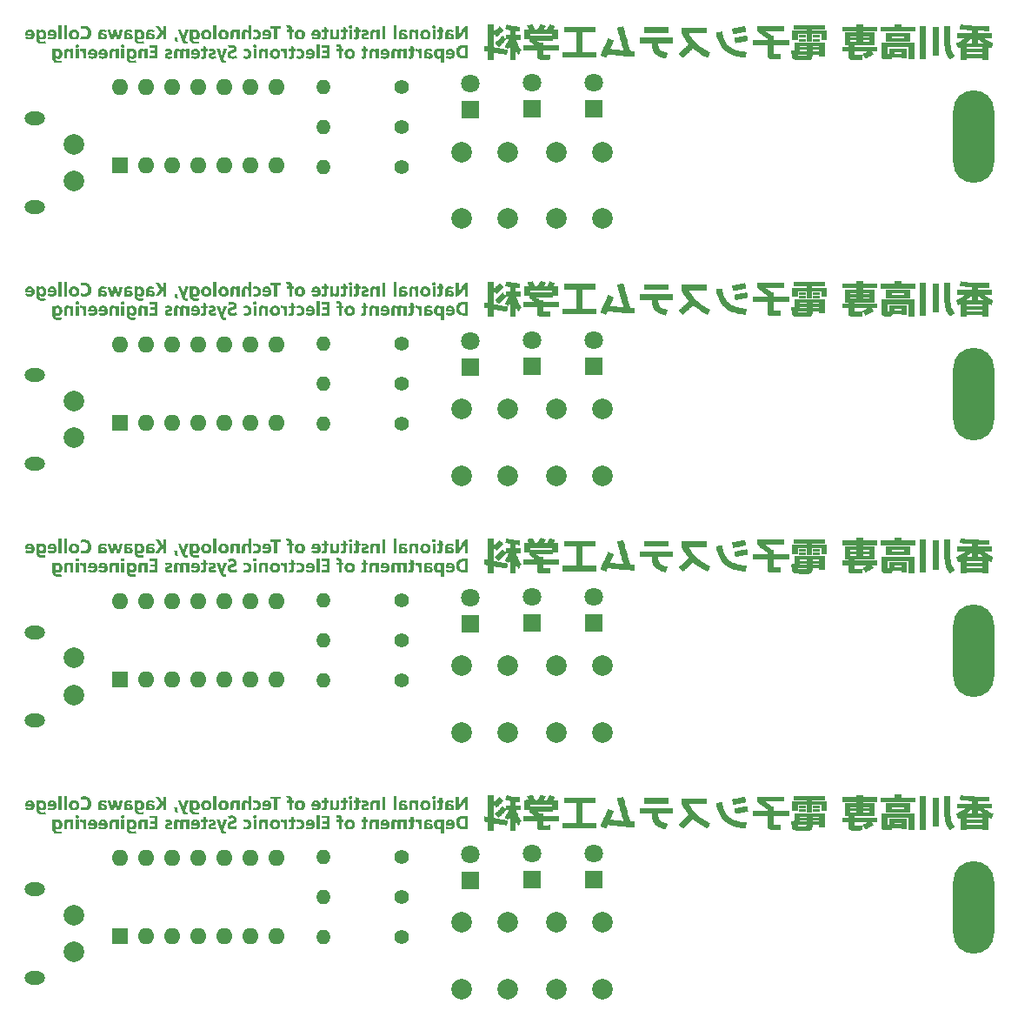
<source format=gbs>
%TF.GenerationSoftware,KiCad,Pcbnew,(6.0.10)*%
%TF.CreationDate,2024-05-12T12:16:17+09:00*%
%TF.ProjectId,simpleLogicCircuit_4x1_v1.3,73696d70-6c65-44c6-9f67-696343697263,rev?*%
%TF.SameCoordinates,Original*%
%TF.FileFunction,Soldermask,Bot*%
%TF.FilePolarity,Negative*%
%FSLAX46Y46*%
G04 Gerber Fmt 4.6, Leading zero omitted, Abs format (unit mm)*
G04 Created by KiCad (PCBNEW (6.0.10)) date 2024-05-12 12:16:17*
%MOMM*%
%LPD*%
G01*
G04 APERTURE LIST*
%ADD10R,1.800000X1.800000*%
%ADD11C,1.800000*%
%ADD12R,1.600000X1.600000*%
%ADD13O,1.600000X1.600000*%
%ADD14C,1.400000*%
%ADD15O,1.400000X1.400000*%
%ADD16C,2.000000*%
%ADD17O,4.000000X9.000000*%
%ADD18O,2.000000X1.300000*%
G04 APERTURE END LIST*
%TO.C,G\u002A\u002A\u002A*%
G36*
X59283072Y-107412706D02*
G01*
X59278530Y-107499832D01*
X59265848Y-107575940D01*
X59244439Y-107642877D01*
X59213713Y-107702488D01*
X59173083Y-107756620D01*
X59129043Y-107799246D01*
X59077497Y-107832970D01*
X59019301Y-107855516D01*
X58952761Y-107867528D01*
X58876188Y-107869650D01*
X58857312Y-107869010D01*
X58824734Y-107867310D01*
X58800567Y-107864405D01*
X58780332Y-107859324D01*
X58759552Y-107851095D01*
X58733748Y-107838747D01*
X58711507Y-107827003D01*
X58672582Y-107800689D01*
X58638955Y-107768201D01*
X58601207Y-107725848D01*
X58601336Y-107770269D01*
X58601410Y-107777686D01*
X58608417Y-107850663D01*
X58626621Y-107914683D01*
X58655765Y-107969252D01*
X58695590Y-108013875D01*
X58745840Y-108048056D01*
X58749343Y-108049857D01*
X58767081Y-108057975D01*
X58784840Y-108063481D01*
X58806346Y-108067030D01*
X58835329Y-108069279D01*
X58875516Y-108070885D01*
X58905652Y-108071387D01*
X58982876Y-108067429D01*
X59052760Y-108055078D01*
X59119390Y-108033712D01*
X59133725Y-108028682D01*
X59151912Y-108024427D01*
X59161171Y-108025266D01*
X59161764Y-108026120D01*
X59167638Y-108037546D01*
X59177835Y-108059365D01*
X59191100Y-108088846D01*
X59206177Y-108123256D01*
X59208228Y-108128003D01*
X59223793Y-108164887D01*
X59233661Y-108190619D01*
X59238456Y-108207315D01*
X59238803Y-108217093D01*
X59235325Y-108222067D01*
X59220612Y-108229058D01*
X59194558Y-108238802D01*
X59161541Y-108249749D01*
X59125437Y-108260676D01*
X59090121Y-108270360D01*
X59059469Y-108277577D01*
X59053471Y-108278739D01*
X59022507Y-108282864D01*
X58983015Y-108285350D01*
X58932880Y-108286286D01*
X58869990Y-108285764D01*
X58821650Y-108284624D01*
X58770521Y-108282194D01*
X58728647Y-108278131D01*
X58692842Y-108271840D01*
X58659924Y-108262730D01*
X58626707Y-108250208D01*
X58590007Y-108233682D01*
X58566357Y-108221620D01*
X58498581Y-108176235D01*
X58439751Y-108119555D01*
X58390690Y-108052640D01*
X58352221Y-107976550D01*
X58325166Y-107892344D01*
X58322804Y-107882160D01*
X58320043Y-107868599D01*
X58317714Y-107853983D01*
X58315779Y-107837053D01*
X58314203Y-107816546D01*
X58312947Y-107791200D01*
X58311976Y-107759755D01*
X58311253Y-107720947D01*
X58310741Y-107673515D01*
X58310405Y-107616198D01*
X58310206Y-107547734D01*
X58310109Y-107466861D01*
X58310080Y-107380570D01*
X58601689Y-107380570D01*
X58601856Y-107416775D01*
X58603879Y-107445086D01*
X58608154Y-107469886D01*
X58615075Y-107495560D01*
X58618686Y-107506607D01*
X58642611Y-107556485D01*
X58675331Y-107596036D01*
X58715577Y-107623645D01*
X58748314Y-107634796D01*
X58793436Y-107639822D01*
X58838693Y-107635490D01*
X58878148Y-107621866D01*
X58906109Y-107603512D01*
X58940219Y-107566482D01*
X58964457Y-107518416D01*
X58978746Y-107459478D01*
X58983013Y-107389834D01*
X58980592Y-107342056D01*
X58969360Y-107276712D01*
X58949257Y-107222541D01*
X58920530Y-107179875D01*
X58883427Y-107149047D01*
X58838196Y-107130388D01*
X58785083Y-107124230D01*
X58777038Y-107124379D01*
X58727876Y-107131821D01*
X58686615Y-107151094D01*
X58651908Y-107183063D01*
X58622408Y-107228593D01*
X58615310Y-107243829D01*
X58609789Y-107261386D01*
X58606166Y-107283135D01*
X58603865Y-107312656D01*
X58602309Y-107353530D01*
X58601689Y-107380570D01*
X58310080Y-107380570D01*
X58310077Y-107372317D01*
X58310025Y-106915013D01*
X58601207Y-106915013D01*
X58601207Y-107014176D01*
X58631464Y-106979801D01*
X58636037Y-106974824D01*
X58670168Y-106945725D01*
X58711438Y-106920951D01*
X58733375Y-106910662D01*
X58754350Y-106902910D01*
X58776114Y-106898167D01*
X58803383Y-106895443D01*
X58840870Y-106893748D01*
X58863055Y-106893324D01*
X58901074Y-106893943D01*
X58934945Y-106896026D01*
X58959292Y-106899320D01*
X58965727Y-106900770D01*
X59031486Y-106923635D01*
X59093092Y-106959407D01*
X59147971Y-107006292D01*
X59193546Y-107062497D01*
X59197852Y-107069059D01*
X59230966Y-107127462D01*
X59255301Y-107188003D01*
X59271601Y-107253589D01*
X59280612Y-107327124D01*
X59282446Y-107389834D01*
X59283080Y-107411515D01*
X59283072Y-107412706D01*
G37*
G36*
X81576242Y-106608901D02*
G01*
X81586386Y-106610988D01*
X81608403Y-106616543D01*
X81639896Y-106624928D01*
X81678468Y-106635505D01*
X81721724Y-106647636D01*
X81858408Y-106686374D01*
X81858408Y-106915013D01*
X82007732Y-106915013D01*
X82007732Y-107124066D01*
X81858408Y-107124066D01*
X81858320Y-107383517D01*
X81858314Y-107395324D01*
X81858125Y-107469911D01*
X81857542Y-107531489D01*
X81856374Y-107581741D01*
X81854428Y-107622349D01*
X81851513Y-107654995D01*
X81847438Y-107681363D01*
X81842010Y-107703134D01*
X81835038Y-107721991D01*
X81826331Y-107739617D01*
X81815697Y-107757694D01*
X81783772Y-107797204D01*
X81738748Y-107831206D01*
X81684442Y-107855179D01*
X81663531Y-107860625D01*
X81615710Y-107867759D01*
X81560684Y-107870846D01*
X81503132Y-107869877D01*
X81447734Y-107864844D01*
X81399170Y-107855736D01*
X81391001Y-107853627D01*
X81364867Y-107846572D01*
X81345946Y-107840993D01*
X81337878Y-107837947D01*
X81337737Y-107837023D01*
X81339774Y-107825535D01*
X81345182Y-107803203D01*
X81353285Y-107772715D01*
X81363404Y-107736755D01*
X81366976Y-107724387D01*
X81377433Y-107688849D01*
X81385178Y-107664956D01*
X81391282Y-107650582D01*
X81396814Y-107643607D01*
X81402842Y-107641905D01*
X81410436Y-107643353D01*
X81416347Y-107644834D01*
X81450965Y-107650683D01*
X81485123Y-107652455D01*
X81514190Y-107650137D01*
X81533535Y-107643715D01*
X81534497Y-107643073D01*
X81543206Y-107635683D01*
X81550238Y-107625553D01*
X81555769Y-107611158D01*
X81559972Y-107590976D01*
X81563022Y-107563482D01*
X81565094Y-107527153D01*
X81566362Y-107480465D01*
X81567001Y-107421895D01*
X81567185Y-107349919D01*
X81567227Y-107124066D01*
X81358173Y-107124066D01*
X81358173Y-106915013D01*
X81567227Y-106915013D01*
X81567227Y-106761956D01*
X81567276Y-106734966D01*
X81567756Y-106686177D01*
X81568808Y-106650452D01*
X81570505Y-106626516D01*
X81572922Y-106613090D01*
X81576133Y-106608899D01*
X81576242Y-106608901D01*
G37*
G36*
X66137212Y-105746369D02*
G01*
X66128517Y-105804653D01*
X66109160Y-105858624D01*
X66078924Y-105905442D01*
X66077095Y-105907570D01*
X66042625Y-105939498D01*
X65999341Y-105968282D01*
X65952955Y-105990086D01*
X65945600Y-105992680D01*
X65924520Y-105998351D01*
X65900663Y-106001567D01*
X65869996Y-106002723D01*
X65828485Y-106002212D01*
X65818471Y-106001910D01*
X65764443Y-105997731D01*
X65720531Y-105988440D01*
X65682916Y-105972493D01*
X65647775Y-105948346D01*
X65611290Y-105914456D01*
X65567168Y-105869365D01*
X65567168Y-105981738D01*
X65282356Y-105981738D01*
X65285281Y-105651359D01*
X65285732Y-105602829D01*
X65567241Y-105602829D01*
X65568102Y-105624331D01*
X65578483Y-105677558D01*
X65600003Y-105722717D01*
X65631877Y-105758472D01*
X65673321Y-105783488D01*
X65676156Y-105784624D01*
X65710203Y-105792981D01*
X65748032Y-105794935D01*
X65783823Y-105790626D01*
X65811754Y-105780191D01*
X65826796Y-105769397D01*
X65850898Y-105740850D01*
X65863063Y-105707841D01*
X65863508Y-105673163D01*
X65852451Y-105639611D01*
X65830109Y-105609978D01*
X65796701Y-105587058D01*
X65796026Y-105586744D01*
X65777538Y-105580707D01*
X65748314Y-105573744D01*
X65712230Y-105566531D01*
X65673161Y-105559744D01*
X65634984Y-105554058D01*
X65601575Y-105550152D01*
X65576811Y-105548699D01*
X65575876Y-105548793D01*
X65570826Y-105555056D01*
X65568057Y-105572449D01*
X65567241Y-105602829D01*
X65285732Y-105602829D01*
X65285765Y-105599285D01*
X65286568Y-105526633D01*
X65287452Y-105466560D01*
X65288476Y-105417611D01*
X65289703Y-105378334D01*
X65291192Y-105347276D01*
X65293006Y-105322985D01*
X65295204Y-105304008D01*
X65297848Y-105288891D01*
X65300997Y-105276183D01*
X65308149Y-105253236D01*
X65336830Y-105187884D01*
X65374864Y-105134032D01*
X65422773Y-105091179D01*
X65481079Y-105058823D01*
X65550302Y-105036462D01*
X65561197Y-105034257D01*
X65601208Y-105029495D01*
X65650604Y-105027083D01*
X65705414Y-105026908D01*
X65761670Y-105028857D01*
X65815401Y-105032819D01*
X65862639Y-105038681D01*
X65899413Y-105046331D01*
X65918485Y-105052042D01*
X65957115Y-105065220D01*
X65996261Y-105080286D01*
X66032216Y-105095699D01*
X66061277Y-105109916D01*
X66079737Y-105121396D01*
X66095804Y-105134325D01*
X66047905Y-105216453D01*
X66045605Y-105220388D01*
X66027191Y-105251109D01*
X66011234Y-105276452D01*
X65999375Y-105293882D01*
X65993255Y-105300865D01*
X65993152Y-105300896D01*
X65983256Y-105298729D01*
X65964300Y-105291174D01*
X65940297Y-105279825D01*
X65887535Y-105257326D01*
X65830489Y-105240566D01*
X65773521Y-105230540D01*
X65719737Y-105227606D01*
X65672241Y-105232124D01*
X65634139Y-105244451D01*
X65627384Y-105248074D01*
X65594779Y-105273751D01*
X65574283Y-105306046D01*
X65567168Y-105343084D01*
X65567168Y-105374180D01*
X65698364Y-105391135D01*
X65746584Y-105397764D01*
X65820464Y-105410074D01*
X65882380Y-105423786D01*
X65934220Y-105439516D01*
X65977870Y-105457876D01*
X66015217Y-105479480D01*
X66048148Y-105504942D01*
X66069736Y-105526866D01*
X66101507Y-105574020D01*
X66123489Y-105628214D01*
X66132706Y-105673163D01*
X66135463Y-105686610D01*
X66137212Y-105746369D01*
G37*
G36*
X97510364Y-107393427D02*
G01*
X97509044Y-107450250D01*
X97504701Y-107502543D01*
X97497327Y-107545424D01*
X97476363Y-107610980D01*
X97440699Y-107680458D01*
X97393897Y-107740240D01*
X97336528Y-107789747D01*
X97269161Y-107828398D01*
X97192366Y-107855614D01*
X97163158Y-107862031D01*
X97128163Y-107866687D01*
X97085891Y-107869319D01*
X97032543Y-107870275D01*
X97005146Y-107870093D01*
X96925867Y-107865344D01*
X96855354Y-107853411D01*
X96789792Y-107833207D01*
X96725371Y-107803648D01*
X96658276Y-107763646D01*
X96654657Y-107761255D01*
X96632853Y-107745745D01*
X96617501Y-107732929D01*
X96611729Y-107725378D01*
X96615345Y-107718040D01*
X96626609Y-107701200D01*
X96643687Y-107677780D01*
X96664704Y-107650433D01*
X96683507Y-107626452D01*
X96703522Y-107600737D01*
X96718909Y-107580758D01*
X96727354Y-107569505D01*
X96730791Y-107565150D01*
X96736969Y-107561573D01*
X96746431Y-107563321D01*
X96762302Y-107571263D01*
X96787703Y-107586266D01*
X96831531Y-107610843D01*
X96881615Y-107632782D01*
X96930211Y-107646101D01*
X96981871Y-107652349D01*
X96999928Y-107653052D01*
X97059803Y-107648935D01*
X97110180Y-107634095D01*
X97152008Y-107608288D01*
X97155884Y-107604906D01*
X97178027Y-107579436D01*
X97197356Y-107547955D01*
X97211053Y-107515734D01*
X97216301Y-107488043D01*
X97216374Y-107467511D01*
X96609828Y-107467511D01*
X96613573Y-107349919D01*
X96613888Y-107340787D01*
X96617420Y-107288323D01*
X96885787Y-107288323D01*
X97222253Y-107288323D01*
X97215383Y-107257744D01*
X97205011Y-107220737D01*
X97187082Y-107182520D01*
X97160928Y-107148057D01*
X97152907Y-107139544D01*
X97119924Y-107113006D01*
X97083512Y-107098566D01*
X97039098Y-107094202D01*
X97036352Y-107094218D01*
X96988427Y-107100811D01*
X96949598Y-107119189D01*
X96920088Y-107149130D01*
X96900119Y-107190413D01*
X96889914Y-107242817D01*
X96885787Y-107288323D01*
X96617420Y-107288323D01*
X96619143Y-107262721D01*
X96629104Y-107196557D01*
X96644555Y-107140008D01*
X96666277Y-107090790D01*
X96695054Y-107046617D01*
X96731669Y-107005205D01*
X96769579Y-106971668D01*
X96825540Y-106936156D01*
X96888288Y-106911555D01*
X96959515Y-106897247D01*
X97040918Y-106892614D01*
X97065971Y-106892963D01*
X97139839Y-106899236D01*
X97204329Y-106914220D01*
X97262247Y-106939025D01*
X97316401Y-106974760D01*
X97369596Y-107022535D01*
X97393746Y-107048316D01*
X97439148Y-107108426D01*
X97472808Y-107173442D01*
X97496935Y-107247259D01*
X97503958Y-107285722D01*
X97504197Y-107288323D01*
X97508666Y-107336957D01*
X97510364Y-107393427D01*
G37*
G36*
X141042947Y-107833355D02*
G01*
X141042947Y-107713896D01*
X140126764Y-107713896D01*
X140122004Y-107764293D01*
X140119974Y-107790839D01*
X140117983Y-107831116D01*
X140117191Y-107868101D01*
X140117138Y-107921512D01*
X140036877Y-107927600D01*
X140035369Y-107927711D01*
X140008490Y-107929087D01*
X139969073Y-107930363D01*
X139919342Y-107931500D01*
X139861517Y-107932462D01*
X139797821Y-107933210D01*
X139730475Y-107933708D01*
X139661700Y-107933918D01*
X139658739Y-107933921D01*
X139577320Y-107933875D01*
X139509103Y-107933485D01*
X139452415Y-107932559D01*
X139405584Y-107930909D01*
X139366936Y-107928347D01*
X139334797Y-107924681D01*
X139307495Y-107919724D01*
X139283357Y-107913287D01*
X139260709Y-107905179D01*
X139237877Y-107895211D01*
X139213189Y-107883195D01*
X139187500Y-107868541D01*
X139151169Y-107838037D01*
X139123380Y-107798720D01*
X139101836Y-107747794D01*
X139097978Y-107736175D01*
X139091716Y-107716820D01*
X139086228Y-107698406D01*
X139081458Y-107679874D01*
X139077350Y-107660165D01*
X139073846Y-107638222D01*
X139070891Y-107612986D01*
X139068428Y-107583400D01*
X139066400Y-107548404D01*
X139064752Y-107506942D01*
X139063425Y-107457955D01*
X139062365Y-107400384D01*
X139061514Y-107333171D01*
X139060816Y-107255259D01*
X139060215Y-107165590D01*
X139059654Y-107063104D01*
X139059076Y-106946744D01*
X139055964Y-106310251D01*
X142297268Y-106310251D01*
X142297268Y-107945348D01*
X141729837Y-107945348D01*
X141729837Y-106743290D01*
X139622606Y-106743290D01*
X139626074Y-107058737D01*
X139626772Y-107114915D01*
X139628061Y-107192714D01*
X139629586Y-107258851D01*
X139631323Y-107312672D01*
X139633249Y-107353523D01*
X139635344Y-107380749D01*
X139637583Y-107393698D01*
X139642486Y-107403624D01*
X139650742Y-107412774D01*
X139663771Y-107419088D01*
X139684113Y-107423302D01*
X139714307Y-107426157D01*
X139756894Y-107428390D01*
X139840889Y-107432059D01*
X139840889Y-107370451D01*
X140311259Y-107370451D01*
X141042947Y-107370451D01*
X141042947Y-107206195D01*
X140311259Y-107206195D01*
X140311259Y-107370451D01*
X139840889Y-107370451D01*
X139840889Y-106855283D01*
X141513317Y-106855283D01*
X141513317Y-107833355D01*
X141042947Y-107833355D01*
G37*
G36*
X131680336Y-105832414D02*
G01*
X131015845Y-105832414D01*
X131015845Y-105571098D01*
X131680336Y-105571098D01*
X131680336Y-105832414D01*
G37*
G36*
X133076515Y-105832414D02*
G01*
X132412024Y-105832414D01*
X132412024Y-105571098D01*
X133076515Y-105571098D01*
X133076515Y-105832414D01*
G37*
G36*
X87774508Y-107500931D02*
G01*
X87755917Y-107574526D01*
X87740906Y-107612990D01*
X87702812Y-107680444D01*
X87653118Y-107739227D01*
X87592692Y-107788558D01*
X87522404Y-107827656D01*
X87443123Y-107855740D01*
X87428465Y-107859454D01*
X87405140Y-107864149D01*
X87380399Y-107867149D01*
X87350867Y-107868691D01*
X87313171Y-107869013D01*
X87263934Y-107868352D01*
X87244791Y-107867967D01*
X87202549Y-107866801D01*
X87170557Y-107865080D01*
X87145409Y-107862353D01*
X87123696Y-107858169D01*
X87102012Y-107852077D01*
X87076950Y-107843628D01*
X87008403Y-107814262D01*
X86945423Y-107774243D01*
X86890737Y-107723797D01*
X86878291Y-107709686D01*
X86836673Y-107652315D01*
X86805755Y-107589809D01*
X86784447Y-107519562D01*
X86771659Y-107438970D01*
X86769474Y-107413210D01*
X86769479Y-107400222D01*
X87071645Y-107400222D01*
X87078518Y-107465977D01*
X87093675Y-107523219D01*
X87117258Y-107568868D01*
X87149566Y-107603495D01*
X87190899Y-107627670D01*
X87214152Y-107633988D01*
X87249382Y-107637969D01*
X87288370Y-107638467D01*
X87325368Y-107635441D01*
X87354632Y-107628849D01*
X87362228Y-107625945D01*
X87404783Y-107600836D01*
X87438146Y-107564119D01*
X87462197Y-107516026D01*
X87476813Y-107456789D01*
X87481871Y-107386642D01*
X87478532Y-107326665D01*
X87465385Y-107264636D01*
X87442415Y-107213246D01*
X87409781Y-107172829D01*
X87367641Y-107143721D01*
X87356328Y-107138343D01*
X87331924Y-107129525D01*
X87305747Y-107125209D01*
X87271273Y-107124066D01*
X87217215Y-107129151D01*
X87169472Y-107145568D01*
X87131186Y-107173401D01*
X87102308Y-107212716D01*
X87082791Y-107263580D01*
X87072586Y-107326060D01*
X87071645Y-107400222D01*
X86769479Y-107400222D01*
X86769512Y-107322854D01*
X86781816Y-107238764D01*
X86805985Y-107161765D01*
X86841620Y-107092679D01*
X86888322Y-107032331D01*
X86945690Y-106981544D01*
X87013324Y-106941141D01*
X87040454Y-106928815D01*
X87082520Y-106913286D01*
X87125421Y-106902675D01*
X87172624Y-106896407D01*
X87227594Y-106893907D01*
X87293799Y-106894599D01*
X87316492Y-106895308D01*
X87358853Y-106897202D01*
X87391646Y-106899891D01*
X87418594Y-106903861D01*
X87443418Y-106909598D01*
X87469840Y-106917588D01*
X87526494Y-106940008D01*
X87596726Y-106981043D01*
X87657583Y-107033461D01*
X87708355Y-107096731D01*
X87726170Y-107126931D01*
X87753654Y-107192259D01*
X87772536Y-107265406D01*
X87782511Y-107343288D01*
X87782925Y-107386642D01*
X87783270Y-107422824D01*
X87774508Y-107500931D01*
G37*
G36*
X68294943Y-105746369D02*
G01*
X68286248Y-105804653D01*
X68266891Y-105858624D01*
X68236654Y-105905442D01*
X68234826Y-105907570D01*
X68200355Y-105939498D01*
X68157072Y-105968282D01*
X68110685Y-105990086D01*
X68103331Y-105992680D01*
X68082251Y-105998351D01*
X68058394Y-106001567D01*
X68027727Y-106002723D01*
X67986215Y-106002212D01*
X67976202Y-106001910D01*
X67922174Y-105997731D01*
X67878262Y-105988440D01*
X67840646Y-105972493D01*
X67805506Y-105948346D01*
X67769020Y-105914456D01*
X67724898Y-105869365D01*
X67724898Y-105981738D01*
X67440087Y-105981738D01*
X67443011Y-105651359D01*
X67443463Y-105602829D01*
X67724971Y-105602829D01*
X67725833Y-105624331D01*
X67736214Y-105677558D01*
X67757733Y-105722717D01*
X67789607Y-105758472D01*
X67831052Y-105783488D01*
X67833887Y-105784624D01*
X67867934Y-105792981D01*
X67905763Y-105794935D01*
X67941553Y-105790626D01*
X67969485Y-105780191D01*
X67984527Y-105769397D01*
X68008629Y-105740850D01*
X68020794Y-105707841D01*
X68021239Y-105673163D01*
X68010182Y-105639611D01*
X67987840Y-105609978D01*
X67954432Y-105587058D01*
X67953757Y-105586744D01*
X67935269Y-105580707D01*
X67906045Y-105573744D01*
X67869960Y-105566531D01*
X67830892Y-105559744D01*
X67792715Y-105554058D01*
X67759306Y-105550152D01*
X67734541Y-105548699D01*
X67733607Y-105548793D01*
X67728557Y-105555056D01*
X67725788Y-105572449D01*
X67724971Y-105602829D01*
X67443463Y-105602829D01*
X67443496Y-105599285D01*
X67444299Y-105526633D01*
X67445182Y-105466560D01*
X67446207Y-105417611D01*
X67447434Y-105378334D01*
X67448923Y-105347276D01*
X67450737Y-105322985D01*
X67452935Y-105304008D01*
X67455578Y-105288891D01*
X67458728Y-105276183D01*
X67465880Y-105253236D01*
X67494561Y-105187884D01*
X67532595Y-105134032D01*
X67580504Y-105091179D01*
X67638810Y-105058823D01*
X67708033Y-105036462D01*
X67718928Y-105034257D01*
X67758939Y-105029495D01*
X67808335Y-105027083D01*
X67863145Y-105026908D01*
X67919400Y-105028857D01*
X67973132Y-105032819D01*
X68020370Y-105038681D01*
X68057144Y-105046331D01*
X68076216Y-105052042D01*
X68114846Y-105065220D01*
X68153991Y-105080286D01*
X68189947Y-105095699D01*
X68219007Y-105109916D01*
X68237468Y-105121396D01*
X68253535Y-105134325D01*
X68205636Y-105216453D01*
X68203335Y-105220388D01*
X68184922Y-105251109D01*
X68168965Y-105276452D01*
X68157106Y-105293882D01*
X68150986Y-105300865D01*
X68150883Y-105300896D01*
X68140986Y-105298729D01*
X68122031Y-105291174D01*
X68098027Y-105279825D01*
X68045266Y-105257326D01*
X67988220Y-105240566D01*
X67931252Y-105230540D01*
X67877468Y-105227606D01*
X67829972Y-105232124D01*
X67791870Y-105244451D01*
X67785115Y-105248074D01*
X67752510Y-105273751D01*
X67732013Y-105306046D01*
X67724898Y-105343084D01*
X67724898Y-105374180D01*
X67856095Y-105391135D01*
X67904315Y-105397764D01*
X67978194Y-105410074D01*
X68040111Y-105423786D01*
X68091951Y-105439516D01*
X68135601Y-105457876D01*
X68172948Y-105479480D01*
X68205878Y-105504942D01*
X68227467Y-105526866D01*
X68259238Y-105574020D01*
X68281220Y-105628214D01*
X68290437Y-105673163D01*
X68293194Y-105686610D01*
X68294943Y-105746369D01*
G37*
G36*
X113928561Y-104721275D02*
G01*
X113933705Y-104729906D01*
X113940317Y-104747243D01*
X113948752Y-104774461D01*
X113959364Y-104812734D01*
X113972509Y-104863235D01*
X113988541Y-104927138D01*
X113991186Y-104937801D01*
X114050114Y-105170021D01*
X114110352Y-105396945D01*
X114172601Y-105620890D01*
X114237565Y-105844170D01*
X114305947Y-106069100D01*
X114378450Y-106297995D01*
X114455778Y-106533171D01*
X114538633Y-106776941D01*
X114627718Y-107031621D01*
X114651837Y-107099700D01*
X114701287Y-107104214D01*
X114717114Y-107105451D01*
X114749644Y-107107490D01*
X114790807Y-107109701D01*
X114836924Y-107111889D01*
X114884315Y-107113860D01*
X115017893Y-107118993D01*
X115013235Y-107212990D01*
X115012663Y-107225064D01*
X115010964Y-107265455D01*
X115009075Y-107315653D01*
X115007127Y-107371953D01*
X115005248Y-107430651D01*
X115003570Y-107488043D01*
X114998564Y-107669099D01*
X114975444Y-107669006D01*
X114971443Y-107668954D01*
X114949211Y-107668250D01*
X114914692Y-107666814D01*
X114869898Y-107664751D01*
X114816842Y-107662167D01*
X114757535Y-107659168D01*
X114693989Y-107655860D01*
X114628216Y-107652347D01*
X114562228Y-107648737D01*
X114498037Y-107645134D01*
X114437654Y-107641644D01*
X114383092Y-107638373D01*
X114336362Y-107635428D01*
X114251493Y-107629703D01*
X114056967Y-107615272D01*
X113856188Y-107598692D01*
X113651805Y-107580236D01*
X113446467Y-107560178D01*
X113242820Y-107538792D01*
X113043513Y-107516351D01*
X112851195Y-107493128D01*
X112668513Y-107469399D01*
X112498115Y-107445436D01*
X112488869Y-107444085D01*
X112453658Y-107439086D01*
X112424972Y-107435238D01*
X112405557Y-107432899D01*
X112398162Y-107432425D01*
X112396203Y-107436716D01*
X112389076Y-107453033D01*
X112377515Y-107479767D01*
X112362325Y-107515048D01*
X112344313Y-107557005D01*
X112324284Y-107603769D01*
X112316928Y-107620878D01*
X112293909Y-107673163D01*
X112274337Y-107715594D01*
X112258709Y-107747158D01*
X112247520Y-107766839D01*
X112241266Y-107773625D01*
X112240575Y-107773525D01*
X112229199Y-107769858D01*
X112206157Y-107761441D01*
X112173274Y-107748998D01*
X112132378Y-107733254D01*
X112085294Y-107714932D01*
X112033848Y-107694757D01*
X111979865Y-107673454D01*
X111925171Y-107651747D01*
X111871594Y-107630359D01*
X111820957Y-107610016D01*
X111775088Y-107591441D01*
X111735812Y-107575360D01*
X111704955Y-107562495D01*
X111684342Y-107553572D01*
X111675801Y-107549315D01*
X111675537Y-107547321D01*
X111679249Y-107533407D01*
X111688681Y-107507247D01*
X111703432Y-107469746D01*
X111723103Y-107421809D01*
X111747295Y-107364343D01*
X111775606Y-107298253D01*
X111807638Y-107224444D01*
X111842990Y-107143822D01*
X111881263Y-107057293D01*
X111922056Y-106965762D01*
X111964971Y-106870134D01*
X112009608Y-106771315D01*
X112055565Y-106670210D01*
X112102444Y-106567726D01*
X112149845Y-106464768D01*
X112197368Y-106362240D01*
X112244613Y-106261049D01*
X112280383Y-106184754D01*
X112315436Y-106110059D01*
X112345047Y-106047074D01*
X112369680Y-105994828D01*
X112389801Y-105952356D01*
X112405875Y-105918687D01*
X112418367Y-105892855D01*
X112427743Y-105873890D01*
X112434467Y-105860825D01*
X112439004Y-105852692D01*
X112441821Y-105848522D01*
X112443381Y-105847347D01*
X112445014Y-105847896D01*
X112457791Y-105853142D01*
X112481694Y-105863311D01*
X112514952Y-105877626D01*
X112555794Y-105895312D01*
X112602448Y-105915595D01*
X112653143Y-105937698D01*
X112706109Y-105960846D01*
X112759574Y-105984264D01*
X112811768Y-106007177D01*
X112860918Y-106028808D01*
X112905255Y-106048383D01*
X112943006Y-106065127D01*
X112972401Y-106078263D01*
X112991669Y-106087017D01*
X112999039Y-106090613D01*
X112997987Y-106094381D01*
X112991584Y-106110155D01*
X112980066Y-106136737D01*
X112964143Y-106172535D01*
X112944523Y-106215960D01*
X112921916Y-106265422D01*
X112897030Y-106319331D01*
X112882483Y-106350705D01*
X112834244Y-106454876D01*
X112792013Y-106546320D01*
X112755512Y-106625649D01*
X112724466Y-106693479D01*
X112698599Y-106750420D01*
X112677636Y-106797086D01*
X112661300Y-106834090D01*
X112649316Y-106862046D01*
X112641407Y-106881565D01*
X112637298Y-106893261D01*
X112636714Y-106897747D01*
X112641159Y-106899380D01*
X112659386Y-106903071D01*
X112690281Y-106908082D01*
X112732528Y-106914259D01*
X112784811Y-106921447D01*
X112845815Y-106929494D01*
X112914222Y-106938245D01*
X112988718Y-106947546D01*
X113067985Y-106957244D01*
X113150709Y-106967185D01*
X113235573Y-106977215D01*
X113321262Y-106987179D01*
X113406458Y-106996925D01*
X113489846Y-107006298D01*
X113570111Y-107015145D01*
X113645935Y-107023311D01*
X113716004Y-107030643D01*
X113779001Y-107036987D01*
X113833610Y-107042189D01*
X113878515Y-107046095D01*
X113912401Y-107048551D01*
X113933950Y-107049404D01*
X113943376Y-107049072D01*
X113953262Y-107045526D01*
X113953125Y-107036339D01*
X113950540Y-107028573D01*
X113943540Y-107007731D01*
X113932690Y-106975501D01*
X113918482Y-106933346D01*
X113901410Y-106882730D01*
X113881968Y-106825118D01*
X113860651Y-106761973D01*
X113837950Y-106694760D01*
X113790752Y-106553635D01*
X113721526Y-106340667D01*
X113657233Y-106134838D01*
X113596732Y-105932385D01*
X113538884Y-105729549D01*
X113482548Y-105522567D01*
X113478836Y-105508583D01*
X113462211Y-105445180D01*
X113444910Y-105378084D01*
X113427298Y-105308807D01*
X113409742Y-105238863D01*
X113392608Y-105169764D01*
X113376263Y-105103024D01*
X113361072Y-105040155D01*
X113347402Y-104982671D01*
X113335619Y-104932084D01*
X113326088Y-104889907D01*
X113319177Y-104857654D01*
X113315251Y-104836837D01*
X113314677Y-104828969D01*
X113317049Y-104828317D01*
X113331818Y-104825284D01*
X113358436Y-104820193D01*
X113395018Y-104813380D01*
X113439683Y-104805181D01*
X113490547Y-104795934D01*
X113545727Y-104785974D01*
X113603339Y-104775638D01*
X113661502Y-104765262D01*
X113718331Y-104755183D01*
X113771944Y-104745737D01*
X113820458Y-104737260D01*
X113861990Y-104730090D01*
X113894656Y-104724562D01*
X113916573Y-104721013D01*
X113925859Y-104719779D01*
X113928561Y-104721275D01*
G37*
G36*
X64449453Y-105048526D02*
G01*
X64488668Y-105048886D01*
X64516528Y-105049727D01*
X64535042Y-105051231D01*
X64546218Y-105053578D01*
X64552067Y-105056951D01*
X64554596Y-105061530D01*
X64555129Y-105063377D01*
X64559888Y-105080666D01*
X64567779Y-105109997D01*
X64578275Y-105149367D01*
X64590850Y-105196771D01*
X64604976Y-105250207D01*
X64620127Y-105307670D01*
X64635776Y-105367156D01*
X64651397Y-105426662D01*
X64666463Y-105484183D01*
X64680447Y-105537716D01*
X64692822Y-105585258D01*
X64703062Y-105624803D01*
X64710640Y-105654349D01*
X64715029Y-105671891D01*
X64718062Y-105683951D01*
X64724037Y-105704235D01*
X64728336Y-105713944D01*
X64730186Y-105711075D01*
X64730201Y-105710811D01*
X64731987Y-105699147D01*
X64736432Y-105675149D01*
X64743162Y-105640614D01*
X64751800Y-105597340D01*
X64761974Y-105547126D01*
X64773306Y-105491769D01*
X64785423Y-105433067D01*
X64797949Y-105372818D01*
X64810509Y-105312821D01*
X64822729Y-105254872D01*
X64834232Y-105200771D01*
X64844645Y-105152315D01*
X64853592Y-105111301D01*
X64860698Y-105079529D01*
X64865588Y-105058796D01*
X64867887Y-105050899D01*
X64868264Y-105050751D01*
X64878588Y-105050055D01*
X64901148Y-105049639D01*
X64933647Y-105049512D01*
X64973791Y-105049686D01*
X65019284Y-105050172D01*
X65167930Y-105052197D01*
X65037170Y-105516918D01*
X64906409Y-105981639D01*
X64751989Y-105981689D01*
X64744412Y-105981690D01*
X64694185Y-105981581D01*
X64656722Y-105981152D01*
X64630104Y-105980244D01*
X64612412Y-105978700D01*
X64601727Y-105976362D01*
X64596130Y-105973072D01*
X64593704Y-105968672D01*
X64586687Y-105944185D01*
X64576758Y-105908263D01*
X64564784Y-105864064D01*
X64551256Y-105813479D01*
X64536667Y-105758401D01*
X64521509Y-105700721D01*
X64506272Y-105642331D01*
X64491450Y-105585124D01*
X64477534Y-105530991D01*
X64465015Y-105481824D01*
X64454386Y-105439515D01*
X64446139Y-105405956D01*
X64440764Y-105383039D01*
X64438755Y-105372656D01*
X64437993Y-105359867D01*
X64436767Y-105357825D01*
X64434328Y-105369510D01*
X64434096Y-105370653D01*
X64430971Y-105384155D01*
X64424816Y-105409776D01*
X64416112Y-105445566D01*
X64405341Y-105489581D01*
X64392984Y-105539872D01*
X64379522Y-105594494D01*
X64365438Y-105651499D01*
X64351212Y-105708940D01*
X64337326Y-105764872D01*
X64324262Y-105817346D01*
X64312500Y-105864417D01*
X64302523Y-105904138D01*
X64294811Y-105934561D01*
X64289847Y-105953740D01*
X64282406Y-105981738D01*
X63969977Y-105981738D01*
X63962218Y-105953740D01*
X63962216Y-105953732D01*
X63958781Y-105941628D01*
X63951591Y-105916518D01*
X63941031Y-105879739D01*
X63927485Y-105832631D01*
X63911340Y-105776530D01*
X63892979Y-105712775D01*
X63872789Y-105642705D01*
X63851155Y-105567657D01*
X63828460Y-105488969D01*
X63702462Y-105052197D01*
X63837251Y-105050157D01*
X63873372Y-105049838D01*
X63914073Y-105050131D01*
X63946213Y-105051149D01*
X63967672Y-105052816D01*
X63976328Y-105055057D01*
X63977534Y-105059132D01*
X63981523Y-105076503D01*
X63987834Y-105106001D01*
X63996154Y-105146096D01*
X64006170Y-105195259D01*
X64017569Y-105251963D01*
X64030038Y-105314679D01*
X64043263Y-105381877D01*
X64051889Y-105425842D01*
X64064658Y-105490612D01*
X64076450Y-105550056D01*
X64086952Y-105602619D01*
X64095851Y-105646746D01*
X64102834Y-105680881D01*
X64107590Y-105703469D01*
X64109806Y-105712955D01*
X64111819Y-105714308D01*
X64115512Y-105705602D01*
X64119224Y-105686824D01*
X64121170Y-105676535D01*
X64126329Y-105652332D01*
X64134115Y-105617206D01*
X64144065Y-105573137D01*
X64155719Y-105522106D01*
X64168617Y-105466095D01*
X64182296Y-105407085D01*
X64196296Y-105347057D01*
X64210156Y-105287993D01*
X64223416Y-105231873D01*
X64235614Y-105180678D01*
X64246289Y-105136391D01*
X64254980Y-105100992D01*
X64261227Y-105076462D01*
X64268625Y-105048464D01*
X64409692Y-105048464D01*
X64449453Y-105048526D01*
G37*
G36*
X102558800Y-104539577D02*
G01*
X102581954Y-104543668D01*
X102614562Y-104550501D01*
X102654388Y-104559612D01*
X102699198Y-104570539D01*
X102875089Y-104611755D01*
X103160852Y-104666752D01*
X103450417Y-104708045D01*
X103741830Y-104735325D01*
X103771748Y-104737447D01*
X103809154Y-104740271D01*
X103839184Y-104742740D01*
X103859329Y-104744645D01*
X103867081Y-104745778D01*
X103867167Y-104747095D01*
X103866326Y-104760031D01*
X103864106Y-104785269D01*
X103860685Y-104820986D01*
X103856239Y-104865355D01*
X103850948Y-104916551D01*
X103844989Y-104972750D01*
X103820836Y-105197788D01*
X103775733Y-105197689D01*
X103763314Y-105197420D01*
X103733114Y-105196001D01*
X103693984Y-105193574D01*
X103649617Y-105190375D01*
X103603705Y-105186643D01*
X103572436Y-105183994D01*
X103531432Y-105180670D01*
X103496427Y-105178006D01*
X103470379Y-105176222D01*
X103456248Y-105175542D01*
X103435716Y-105175389D01*
X103435716Y-105511368D01*
X103891154Y-105511368D01*
X103891154Y-106004137D01*
X103682100Y-106004137D01*
X103673821Y-106004142D01*
X103620344Y-106004409D01*
X103572354Y-106005046D01*
X103531741Y-106005999D01*
X103500392Y-106007213D01*
X103480198Y-106008632D01*
X103473047Y-106010203D01*
X103473494Y-106012754D01*
X103477535Y-106027144D01*
X103484879Y-106050507D01*
X103494417Y-106079265D01*
X103514669Y-106136144D01*
X103567921Y-106267242D01*
X103631747Y-106403539D01*
X103704940Y-106542805D01*
X103786295Y-106682812D01*
X103874607Y-106821329D01*
X103968670Y-106956129D01*
X104001420Y-107000978D01*
X103866025Y-107248915D01*
X103861778Y-107256686D01*
X103831429Y-107311815D01*
X103803206Y-107362407D01*
X103777937Y-107407029D01*
X103756448Y-107444244D01*
X103739567Y-107472620D01*
X103728120Y-107490721D01*
X103722934Y-107497114D01*
X103720828Y-107496533D01*
X103710219Y-107486398D01*
X103694491Y-107464952D01*
X103674566Y-107433887D01*
X103651365Y-107394893D01*
X103625810Y-107349661D01*
X103598823Y-107299881D01*
X103571328Y-107247244D01*
X103544244Y-107193440D01*
X103518495Y-107140161D01*
X103495003Y-107089097D01*
X103474690Y-107041938D01*
X103436188Y-106948611D01*
X103435716Y-107975213D01*
X102905616Y-107975213D01*
X102904860Y-106567835D01*
X102870601Y-106635031D01*
X102865062Y-106645997D01*
X102847569Y-106681407D01*
X102826827Y-106724203D01*
X102804975Y-106769952D01*
X102784152Y-106814219D01*
X102771507Y-106841276D01*
X102755397Y-106875492D01*
X102742262Y-106903090D01*
X102733203Y-106921762D01*
X102729322Y-106929196D01*
X102728858Y-106929184D01*
X102719434Y-106924683D01*
X102699220Y-106913593D01*
X102669840Y-106896849D01*
X102632920Y-106875386D01*
X102590085Y-106850138D01*
X102542961Y-106822039D01*
X102540694Y-106820680D01*
X102485613Y-106787434D01*
X102442320Y-106760770D01*
X102409672Y-106739906D01*
X102386526Y-106724062D01*
X102371737Y-106712455D01*
X102364163Y-106704305D01*
X102362659Y-106698829D01*
X102363600Y-106696624D01*
X102370806Y-106682848D01*
X102384363Y-106658172D01*
X102403461Y-106624008D01*
X102427292Y-106581768D01*
X102455050Y-106532866D01*
X102485927Y-106478714D01*
X102519113Y-106420725D01*
X102553802Y-106360313D01*
X102589185Y-106298888D01*
X102624454Y-106237865D01*
X102658802Y-106178657D01*
X102691421Y-106122675D01*
X102721503Y-106071333D01*
X102763202Y-106000404D01*
X102643405Y-105998349D01*
X102523608Y-105996295D01*
X102391699Y-106124012D01*
X102354510Y-106160315D01*
X102295443Y-106218911D01*
X102231987Y-106282790D01*
X102166304Y-106349718D01*
X102100560Y-106417462D01*
X102036919Y-106483788D01*
X101977544Y-106546461D01*
X101924601Y-106603248D01*
X101880253Y-106651915D01*
X101866463Y-106667154D01*
X101841354Y-106694130D01*
X101820502Y-106715525D01*
X101805770Y-106729457D01*
X101799019Y-106734043D01*
X101797102Y-106732943D01*
X101785416Y-106723438D01*
X101765424Y-106705543D01*
X101738600Y-106680691D01*
X101706417Y-106650319D01*
X101670346Y-106615862D01*
X101631862Y-106578755D01*
X101592437Y-106540433D01*
X101553544Y-106502331D01*
X101516656Y-106465885D01*
X101483246Y-106432530D01*
X101454787Y-106403701D01*
X101432752Y-106380834D01*
X101418614Y-106365363D01*
X101413845Y-106358724D01*
X101414966Y-106356253D01*
X101424895Y-106342798D01*
X101444033Y-106320385D01*
X101471309Y-106290102D01*
X101505655Y-106253041D01*
X101546002Y-106210290D01*
X101591281Y-106162939D01*
X101640421Y-106112079D01*
X101692355Y-106058798D01*
X101746013Y-106004188D01*
X101800325Y-105949337D01*
X101854222Y-105895335D01*
X101906635Y-105843272D01*
X101956496Y-105794238D01*
X102002734Y-105749322D01*
X102044281Y-105709615D01*
X102080067Y-105676206D01*
X102109022Y-105650185D01*
X102159595Y-105606079D01*
X102183560Y-105628306D01*
X102194057Y-105638027D01*
X102214451Y-105656897D01*
X102242480Y-105682822D01*
X102276404Y-105714194D01*
X102314485Y-105749404D01*
X102354984Y-105786844D01*
X102502441Y-105923155D01*
X102502441Y-105511368D01*
X102905616Y-105511368D01*
X102905616Y-105094320D01*
X102862685Y-105085829D01*
X102860011Y-105085297D01*
X102820184Y-105076810D01*
X102773731Y-105066063D01*
X102722767Y-105053630D01*
X102669409Y-105040084D01*
X102615769Y-105025998D01*
X102563964Y-105011944D01*
X102516107Y-104998495D01*
X102474315Y-104986226D01*
X102440701Y-104975708D01*
X102417381Y-104967514D01*
X102406470Y-104962219D01*
X102406414Y-104961841D01*
X102408790Y-104952022D01*
X102415155Y-104930604D01*
X102424802Y-104899719D01*
X102437025Y-104861498D01*
X102451120Y-104818071D01*
X102466380Y-104771570D01*
X102482101Y-104724126D01*
X102497576Y-104677870D01*
X102512101Y-104634932D01*
X102524969Y-104597445D01*
X102535476Y-104567538D01*
X102542916Y-104547343D01*
X102546583Y-104538991D01*
X102547336Y-104538688D01*
X102558800Y-104539577D01*
G37*
G36*
X73890144Y-106893020D02*
G01*
X73941929Y-106896971D01*
X73984226Y-106904450D01*
X74000417Y-106909006D01*
X74061170Y-106933036D01*
X74116561Y-106965674D01*
X74164207Y-107005034D01*
X74201725Y-107049231D01*
X74226732Y-107096377D01*
X74232293Y-107113722D01*
X74241234Y-107162809D01*
X74243471Y-107216405D01*
X74238974Y-107268572D01*
X74227718Y-107313374D01*
X74214499Y-107341306D01*
X74184724Y-107380226D01*
X74142859Y-107414802D01*
X74088254Y-107445443D01*
X74020261Y-107472562D01*
X73938231Y-107496568D01*
X73937396Y-107496780D01*
X73900243Y-107506649D01*
X73866614Y-107516396D01*
X73840174Y-107524908D01*
X73824593Y-107531071D01*
X73812594Y-107538464D01*
X73793694Y-107559455D01*
X73787591Y-107583356D01*
X73793884Y-107607536D01*
X73812176Y-107629361D01*
X73842066Y-107646203D01*
X73843498Y-107646702D01*
X73862576Y-107650482D01*
X73890423Y-107653153D01*
X73921541Y-107654166D01*
X73980079Y-107649719D01*
X74050975Y-107631239D01*
X74119168Y-107598180D01*
X74133500Y-107589763D01*
X74152992Y-107579946D01*
X74164902Y-107577381D01*
X74172205Y-107581110D01*
X74173421Y-107582599D01*
X74182225Y-107595290D01*
X74196610Y-107617385D01*
X74214879Y-107646247D01*
X74235335Y-107679236D01*
X74256963Y-107715087D01*
X74271741Y-107741396D01*
X74279841Y-107758898D01*
X74282101Y-107769406D01*
X74279357Y-107774738D01*
X74276385Y-107776713D01*
X74232946Y-107801229D01*
X74180589Y-107824617D01*
X74124825Y-107844646D01*
X74071165Y-107859083D01*
X74050287Y-107862710D01*
X74007749Y-107867101D01*
X73958771Y-107869514D01*
X73907602Y-107869947D01*
X73858488Y-107868395D01*
X73815678Y-107864856D01*
X73783419Y-107859325D01*
X73752641Y-107850260D01*
X73687422Y-107822021D01*
X73630967Y-107784412D01*
X73584971Y-107738698D01*
X73551132Y-107686143D01*
X73545191Y-107673508D01*
X73537164Y-107652487D01*
X73532122Y-107630407D01*
X73529162Y-107602642D01*
X73527381Y-107564572D01*
X73526939Y-107549614D01*
X73526782Y-107514852D01*
X73528673Y-107488741D01*
X73533121Y-107466667D01*
X73540631Y-107444015D01*
X73551270Y-107419323D01*
X73574296Y-107382052D01*
X73604756Y-107350079D01*
X73644149Y-107322432D01*
X73693972Y-107298140D01*
X73755724Y-107276230D01*
X73830903Y-107255731D01*
X73845712Y-107252046D01*
X73884069Y-107241848D01*
X73917308Y-107232107D01*
X73942281Y-107223778D01*
X73955843Y-107217816D01*
X73973703Y-107198360D01*
X73980036Y-107173047D01*
X73973235Y-107146982D01*
X73971307Y-107143743D01*
X73949210Y-107122104D01*
X73916925Y-107108071D01*
X73876797Y-107101613D01*
X73831174Y-107102698D01*
X73782402Y-107111294D01*
X73732829Y-107127369D01*
X73684800Y-107150891D01*
X73672465Y-107157859D01*
X73656869Y-107165675D01*
X73649965Y-107167655D01*
X73644513Y-107159121D01*
X73633538Y-107140819D01*
X73618755Y-107115680D01*
X73601787Y-107086519D01*
X73584261Y-107056153D01*
X73567800Y-107027397D01*
X73554031Y-107003067D01*
X73544578Y-106985979D01*
X73541065Y-106978949D01*
X73546207Y-106973448D01*
X73562543Y-106963719D01*
X73587028Y-106951601D01*
X73616520Y-106938482D01*
X73647880Y-106925753D01*
X73677966Y-106914804D01*
X73703637Y-106907023D01*
X73727962Y-106901871D01*
X73778150Y-106895516D01*
X73833881Y-106892550D01*
X73890144Y-106893020D01*
G37*
G36*
X96000933Y-104742352D02*
G01*
X96011078Y-104744439D01*
X96033094Y-104749994D01*
X96064587Y-104758379D01*
X96103160Y-104768956D01*
X96146416Y-104781087D01*
X96283100Y-104819825D01*
X96283100Y-105048464D01*
X96432423Y-105048464D01*
X96432423Y-105257517D01*
X96283100Y-105257517D01*
X96283011Y-105516968D01*
X96283005Y-105528775D01*
X96282816Y-105603362D01*
X96282234Y-105664940D01*
X96281065Y-105715192D01*
X96279119Y-105755800D01*
X96276205Y-105788446D01*
X96272129Y-105814814D01*
X96266701Y-105836585D01*
X96259730Y-105855442D01*
X96251022Y-105873068D01*
X96240388Y-105891145D01*
X96208463Y-105930655D01*
X96163439Y-105964657D01*
X96109133Y-105988630D01*
X96088222Y-105994076D01*
X96040402Y-106001210D01*
X95985375Y-106004297D01*
X95927823Y-106003328D01*
X95872425Y-105998295D01*
X95823861Y-105989187D01*
X95815692Y-105987077D01*
X95789559Y-105980023D01*
X95770637Y-105974444D01*
X95762569Y-105971398D01*
X95762429Y-105970474D01*
X95764465Y-105958986D01*
X95769873Y-105936654D01*
X95777976Y-105906166D01*
X95788096Y-105870206D01*
X95791667Y-105857838D01*
X95802124Y-105822300D01*
X95809870Y-105798407D01*
X95815974Y-105784033D01*
X95821505Y-105777058D01*
X95827534Y-105775355D01*
X95835128Y-105776804D01*
X95841038Y-105778285D01*
X95875656Y-105784134D01*
X95909815Y-105785906D01*
X95938882Y-105783588D01*
X95958227Y-105777166D01*
X95959189Y-105776524D01*
X95967897Y-105769134D01*
X95974930Y-105759003D01*
X95980460Y-105744609D01*
X95984664Y-105724426D01*
X95987714Y-105696933D01*
X95989786Y-105660604D01*
X95991054Y-105613916D01*
X95991692Y-105555346D01*
X95991876Y-105483370D01*
X95991918Y-105257517D01*
X95782864Y-105257517D01*
X95782864Y-105048464D01*
X95991918Y-105048464D01*
X95991918Y-104895407D01*
X95991967Y-104868417D01*
X95992448Y-104819627D01*
X95993499Y-104783903D01*
X95995196Y-104759967D01*
X95997613Y-104746541D01*
X96000825Y-104742350D01*
X96000933Y-104742352D01*
G37*
G36*
X71059625Y-106894060D02*
G01*
X71097176Y-106895655D01*
X71124585Y-106898187D01*
X71146176Y-106902484D01*
X71166277Y-106909378D01*
X71189214Y-106919699D01*
X71222976Y-106937402D01*
X71277511Y-106975481D01*
X71321739Y-107021097D01*
X71346004Y-107051506D01*
X71346004Y-106915013D01*
X71637185Y-106915013D01*
X71637185Y-107848287D01*
X71346004Y-107848287D01*
X71346004Y-107584609D01*
X71345939Y-107531696D01*
X71345464Y-107456689D01*
X71344349Y-107394206D01*
X71342385Y-107342756D01*
X71339362Y-107300849D01*
X71335072Y-107266993D01*
X71329306Y-107239699D01*
X71321854Y-107217477D01*
X71312506Y-107198835D01*
X71301054Y-107182283D01*
X71287288Y-107166330D01*
X71285733Y-107164672D01*
X71257205Y-107140730D01*
X71225453Y-107127887D01*
X71185480Y-107124066D01*
X71147355Y-107127838D01*
X71110344Y-107142672D01*
X71080770Y-107169725D01*
X71057094Y-107210030D01*
X71054362Y-107216829D01*
X71051467Y-107226920D01*
X71049096Y-107240133D01*
X71047178Y-107257944D01*
X71045644Y-107281829D01*
X71044423Y-107313265D01*
X71043447Y-107353727D01*
X71042645Y-107404693D01*
X71041947Y-107467638D01*
X71041283Y-107544040D01*
X71038846Y-107848287D01*
X70748708Y-107848287D01*
X70748708Y-107577340D01*
X70748701Y-107556973D01*
X70748477Y-107480503D01*
X70747809Y-107417018D01*
X70746523Y-107364949D01*
X70744444Y-107322726D01*
X70741399Y-107288778D01*
X70737214Y-107261537D01*
X70731714Y-107239431D01*
X70724727Y-107220892D01*
X70716077Y-107204349D01*
X70705592Y-107188233D01*
X70685727Y-107162763D01*
X70661112Y-107141884D01*
X70632010Y-107130379D01*
X70593546Y-107125518D01*
X70573953Y-107124740D01*
X70551166Y-107125804D01*
X70534173Y-107130662D01*
X70517434Y-107140397D01*
X70516322Y-107141158D01*
X70485127Y-107169620D01*
X70463807Y-107206177D01*
X70450834Y-107253425D01*
X70450217Y-107257534D01*
X70448038Y-107282195D01*
X70446175Y-107320005D01*
X70444663Y-107369553D01*
X70443537Y-107429429D01*
X70442836Y-107498220D01*
X70442594Y-107574516D01*
X70442594Y-107848287D01*
X70151412Y-107848287D01*
X70151542Y-107514175D01*
X70151608Y-107455351D01*
X70151876Y-107379907D01*
X70152385Y-107317084D01*
X70153174Y-107265501D01*
X70154283Y-107223780D01*
X70155751Y-107190542D01*
X70157619Y-107164407D01*
X70159927Y-107143996D01*
X70162715Y-107127930D01*
X70166469Y-107111614D01*
X70189058Y-107045751D01*
X70221212Y-106991294D01*
X70263019Y-106948123D01*
X70314564Y-106916118D01*
X70331599Y-106908541D01*
X70347856Y-106902950D01*
X70365639Y-106899386D01*
X70388300Y-106897398D01*
X70419190Y-106896535D01*
X70461660Y-106896347D01*
X70566587Y-106896347D01*
X70623167Y-106924317D01*
X70654492Y-106941475D01*
X70690776Y-106967773D01*
X70726736Y-107002518D01*
X70738458Y-107014692D01*
X70757186Y-107032451D01*
X70770660Y-107042972D01*
X70776542Y-107044297D01*
X70780069Y-107035994D01*
X70794256Y-107012543D01*
X70814071Y-106986199D01*
X70835696Y-106961812D01*
X70855313Y-106944231D01*
X70875505Y-106930592D01*
X70912324Y-106911637D01*
X70951920Y-106899852D01*
X70998137Y-106894266D01*
X71054822Y-106893910D01*
X71059625Y-106894060D01*
G37*
G36*
X143417197Y-107900551D02*
G01*
X142819901Y-107900551D01*
X142819901Y-104660222D01*
X143417197Y-104660222D01*
X143417197Y-107900551D01*
G37*
G36*
X78054821Y-106475228D02*
G01*
X78102117Y-106482292D01*
X78140130Y-106498219D01*
X78171499Y-106523963D01*
X78179467Y-106533072D01*
X78196049Y-106559726D01*
X78204851Y-106591161D01*
X78207438Y-106632081D01*
X78202929Y-106674630D01*
X78186262Y-106717423D01*
X78157734Y-106751516D01*
X78117790Y-106776194D01*
X78101966Y-106781062D01*
X78071162Y-106785888D01*
X78035023Y-106787795D01*
X77998914Y-106785907D01*
X77955077Y-106775186D01*
X77919576Y-106754080D01*
X77890125Y-106721542D01*
X77887069Y-106717151D01*
X77876692Y-106700060D01*
X77870860Y-106683483D01*
X77868297Y-106662276D01*
X77867726Y-106631297D01*
X77867746Y-106623296D01*
X77868650Y-106594937D01*
X77871830Y-106575205D01*
X77878563Y-106558958D01*
X77890125Y-106541053D01*
X77909660Y-106517586D01*
X77943037Y-106492940D01*
X77984066Y-106478983D01*
X78035023Y-106474671D01*
X78054821Y-106475228D01*
G37*
G36*
X64264954Y-106896260D02*
G01*
X64299893Y-106902982D01*
X64343041Y-106920426D01*
X64388210Y-106947226D01*
X64429296Y-106979486D01*
X64460935Y-107013524D01*
X64488302Y-107050228D01*
X64490449Y-106982620D01*
X64492596Y-106915013D01*
X64783217Y-106915013D01*
X64783217Y-107848287D01*
X64492975Y-107848287D01*
X64490639Y-107554690D01*
X64488302Y-107261093D01*
X64465736Y-107216845D01*
X64456853Y-107200674D01*
X64434753Y-107171221D01*
X64406006Y-107147626D01*
X64401637Y-107144705D01*
X64381847Y-107132654D01*
X64365036Y-107126390D01*
X64345253Y-107124427D01*
X64316547Y-107125279D01*
X64313534Y-107125443D01*
X64271530Y-107131472D01*
X64239863Y-107145378D01*
X64215223Y-107169336D01*
X64194296Y-107205519D01*
X64174722Y-107247259D01*
X64170208Y-107848287D01*
X63879807Y-107848287D01*
X63879918Y-107510442D01*
X63879967Y-107449927D01*
X63880201Y-107372808D01*
X63880745Y-107308111D01*
X63881728Y-107254344D01*
X63883281Y-107210013D01*
X63885534Y-107173627D01*
X63888616Y-107143693D01*
X63892658Y-107118719D01*
X63897789Y-107097213D01*
X63904139Y-107077682D01*
X63911839Y-107058634D01*
X63921019Y-107038577D01*
X63940199Y-107006879D01*
X63972560Y-106969289D01*
X64010705Y-106936426D01*
X64049908Y-106912899D01*
X64054251Y-106911069D01*
X64086349Y-106902240D01*
X64127922Y-106896167D01*
X64174516Y-106893029D01*
X64221678Y-106893001D01*
X64264954Y-106896260D01*
G37*
G36*
X97903502Y-105113793D02*
G01*
X97903513Y-105131657D01*
X97903643Y-105224041D01*
X97903898Y-105302556D01*
X97904299Y-105368103D01*
X97904865Y-105421586D01*
X97905616Y-105463907D01*
X97906571Y-105495968D01*
X97907751Y-105518673D01*
X97909175Y-105532922D01*
X97910863Y-105539620D01*
X97912834Y-105539669D01*
X97914887Y-105536624D01*
X97924553Y-105521933D01*
X97941280Y-105496351D01*
X97964377Y-105460935D01*
X97993157Y-105416743D01*
X98026930Y-105364835D01*
X98065007Y-105306269D01*
X98106701Y-105242103D01*
X98151321Y-105173395D01*
X98198179Y-105101205D01*
X98474428Y-104675503D01*
X98636818Y-104675328D01*
X98799208Y-104675154D01*
X98799208Y-105981738D01*
X98514464Y-105981738D01*
X98516845Y-105527769D01*
X98519225Y-105073800D01*
X98484164Y-105130194D01*
X98483432Y-105131367D01*
X98472276Y-105148879D01*
X98453817Y-105177471D01*
X98428877Y-105215886D01*
X98398274Y-105262868D01*
X98362831Y-105317161D01*
X98323366Y-105377506D01*
X98280700Y-105442649D01*
X98235654Y-105511331D01*
X98189048Y-105582297D01*
X97928995Y-105978005D01*
X97619549Y-105982041D01*
X97619549Y-104675154D01*
X97903264Y-104675154D01*
X97903502Y-105113793D01*
G37*
G36*
X61479065Y-104654740D02*
G01*
X61528719Y-104658201D01*
X61567713Y-104663471D01*
X61576436Y-104665186D01*
X61667394Y-104689517D01*
X61749300Y-104724431D01*
X61824639Y-104771198D01*
X61895898Y-104831088D01*
X61898881Y-104833949D01*
X61959227Y-104898967D01*
X62007791Y-104967357D01*
X62046737Y-105042650D01*
X62078231Y-105128378D01*
X62081795Y-105140029D01*
X62087742Y-105161039D01*
X62092084Y-105180509D01*
X62095072Y-105201184D01*
X62096954Y-105225810D01*
X62097982Y-105257131D01*
X62098405Y-105297895D01*
X62098472Y-105350845D01*
X62098374Y-105391356D01*
X62097875Y-105437027D01*
X62096765Y-105472493D01*
X62094835Y-105500507D01*
X62091876Y-105523821D01*
X62087679Y-105545189D01*
X62082034Y-105567364D01*
X62081488Y-105569347D01*
X62049195Y-105660389D01*
X62005642Y-105741724D01*
X61951215Y-105812990D01*
X61886299Y-105873824D01*
X61811281Y-105923862D01*
X61726547Y-105962743D01*
X61632482Y-105990102D01*
X61607430Y-105995010D01*
X61581826Y-105998573D01*
X61553232Y-106000829D01*
X61518667Y-106001935D01*
X61475149Y-106002050D01*
X61419696Y-106001329D01*
X61388171Y-106000729D01*
X61341628Y-105999464D01*
X61305223Y-105997695D01*
X61275879Y-105995117D01*
X61250519Y-105991424D01*
X61226066Y-105986312D01*
X61199443Y-105979475D01*
X61191637Y-105977326D01*
X61151390Y-105965377D01*
X61112959Y-105952680D01*
X61079498Y-105940381D01*
X61054161Y-105929626D01*
X61040101Y-105921562D01*
X61040475Y-105916541D01*
X61045514Y-105900013D01*
X61054657Y-105874696D01*
X61066779Y-105843321D01*
X61080755Y-105808621D01*
X61095462Y-105773328D01*
X61109776Y-105740176D01*
X61122572Y-105711895D01*
X61132727Y-105691219D01*
X61139116Y-105680880D01*
X61145384Y-105679855D01*
X61162265Y-105683105D01*
X61184790Y-105690667D01*
X61247000Y-105711597D01*
X61325652Y-105728502D01*
X61403042Y-105735093D01*
X61476797Y-105731358D01*
X61544546Y-105717286D01*
X61603915Y-105692863D01*
X61611723Y-105688346D01*
X61649757Y-105659865D01*
X61687339Y-105622503D01*
X61720419Y-105580684D01*
X61744949Y-105538830D01*
X61755738Y-105512864D01*
X61773563Y-105450920D01*
X61784393Y-105383048D01*
X61787881Y-105313820D01*
X61783680Y-105247806D01*
X61771443Y-105189579D01*
X61767540Y-105177658D01*
X61736440Y-105109232D01*
X61693667Y-105048481D01*
X61640769Y-104996958D01*
X61579291Y-104956217D01*
X61510782Y-104927812D01*
X61473681Y-104919811D01*
X61421516Y-104914921D01*
X61363142Y-104914473D01*
X61302812Y-104918326D01*
X61244777Y-104926337D01*
X61193293Y-104938366D01*
X61131147Y-104956947D01*
X61123603Y-104937376D01*
X61110689Y-104903451D01*
X61092635Y-104854535D01*
X61076778Y-104809807D01*
X61063766Y-104771213D01*
X61054247Y-104740694D01*
X61048870Y-104720195D01*
X61048283Y-104711660D01*
X61048321Y-104711624D01*
X61060189Y-104705558D01*
X61083294Y-104697474D01*
X61114262Y-104688311D01*
X61149719Y-104679007D01*
X61186292Y-104670499D01*
X61220608Y-104663727D01*
X61257083Y-104658925D01*
X61307760Y-104655180D01*
X61364424Y-104653233D01*
X61422913Y-104653085D01*
X61479065Y-104654740D01*
G37*
G36*
X61129983Y-106894116D02*
G01*
X61161214Y-106898210D01*
X61186870Y-106904501D01*
X61218983Y-106919918D01*
X61257362Y-106949079D01*
X61291772Y-106986449D01*
X61318472Y-107028503D01*
X61341301Y-107074188D01*
X61341301Y-106915013D01*
X61632482Y-106915013D01*
X61632482Y-107848287D01*
X61341301Y-107848287D01*
X61341244Y-107614969D01*
X61341209Y-107593975D01*
X61340783Y-107534487D01*
X61339927Y-107478396D01*
X61338705Y-107428011D01*
X61337181Y-107385637D01*
X61335418Y-107353581D01*
X61333480Y-107334151D01*
X61318659Y-107277615D01*
X61293593Y-107228267D01*
X61259528Y-107189565D01*
X61248264Y-107180499D01*
X61221391Y-107164077D01*
X61190897Y-107153612D01*
X61153106Y-107148082D01*
X61104343Y-107146465D01*
X61037107Y-107146465D01*
X61023933Y-107031301D01*
X61021536Y-107009433D01*
X61017856Y-106970988D01*
X61015455Y-106938751D01*
X61014528Y-106915590D01*
X61015272Y-106904376D01*
X61020683Y-106899751D01*
X61038529Y-106895035D01*
X61065074Y-106892526D01*
X61096748Y-106892221D01*
X61129983Y-106894116D01*
G37*
G36*
X65313317Y-107848287D02*
G01*
X65022135Y-107848287D01*
X65022135Y-106915013D01*
X65313317Y-106915013D01*
X65313317Y-107848287D01*
G37*
G36*
X91818314Y-105981738D02*
G01*
X91527132Y-105981738D01*
X91527132Y-104600492D01*
X91818314Y-104600492D01*
X91818314Y-105981738D01*
G37*
G36*
X89664954Y-105029711D02*
G01*
X89699893Y-105036433D01*
X89743041Y-105053877D01*
X89788210Y-105080677D01*
X89829296Y-105112937D01*
X89860935Y-105146975D01*
X89888302Y-105183679D01*
X89890449Y-105116071D01*
X89892596Y-105048464D01*
X90183217Y-105048464D01*
X90183217Y-105981738D01*
X89892975Y-105981738D01*
X89890639Y-105688141D01*
X89888302Y-105394544D01*
X89865736Y-105350296D01*
X89856853Y-105334125D01*
X89834753Y-105304672D01*
X89806006Y-105281076D01*
X89801637Y-105278156D01*
X89781847Y-105266105D01*
X89765036Y-105259841D01*
X89745253Y-105257878D01*
X89716547Y-105258730D01*
X89713534Y-105258894D01*
X89671530Y-105264922D01*
X89639863Y-105278829D01*
X89615223Y-105302786D01*
X89594296Y-105338970D01*
X89574722Y-105380710D01*
X89570208Y-105981738D01*
X89279807Y-105981738D01*
X89279918Y-105643893D01*
X89279967Y-105583378D01*
X89280201Y-105506259D01*
X89280745Y-105441562D01*
X89281728Y-105387795D01*
X89283281Y-105343464D01*
X89285534Y-105307078D01*
X89288616Y-105277144D01*
X89292658Y-105252170D01*
X89297789Y-105230664D01*
X89304139Y-105211133D01*
X89311839Y-105192085D01*
X89321019Y-105172028D01*
X89340199Y-105140330D01*
X89372560Y-105102740D01*
X89410705Y-105069877D01*
X89449908Y-105046350D01*
X89454251Y-105044520D01*
X89486349Y-105035691D01*
X89527922Y-105029618D01*
X89574516Y-105026480D01*
X89621678Y-105026452D01*
X89664954Y-105029711D01*
G37*
G36*
X59743535Y-105981738D02*
G01*
X59452353Y-105981738D01*
X59452353Y-104600492D01*
X59743535Y-104600492D01*
X59743535Y-105981738D01*
G37*
G36*
X70267908Y-105751347D02*
G01*
X70316184Y-105751981D01*
X70452923Y-105754019D01*
X70495003Y-105959340D01*
X70495856Y-105963504D01*
X70507005Y-106017929D01*
X70517351Y-106068480D01*
X70526454Y-106113006D01*
X70533876Y-106149355D01*
X70539176Y-106175379D01*
X70541915Y-106188925D01*
X70546747Y-106213190D01*
X70429341Y-106213113D01*
X70311936Y-106213036D01*
X70249221Y-105994727D01*
X70243329Y-105974216D01*
X70227898Y-105920447D01*
X70213896Y-105871603D01*
X70201864Y-105829570D01*
X70192340Y-105796231D01*
X70185864Y-105773473D01*
X70182976Y-105763180D01*
X70182547Y-105758846D01*
X70185284Y-105755380D01*
X70193248Y-105753061D01*
X70208380Y-105751724D01*
X70232620Y-105751207D01*
X70267908Y-105751347D01*
G37*
G36*
X123521823Y-105212793D02*
G01*
X123527671Y-105218965D01*
X123533667Y-105234399D01*
X123540407Y-105260944D01*
X123548486Y-105300448D01*
X123583685Y-105465186D01*
X123632873Y-105651492D01*
X123689904Y-105827325D01*
X123754548Y-105992113D01*
X123826577Y-106145279D01*
X123905762Y-106286249D01*
X123991875Y-106414449D01*
X123998062Y-106422700D01*
X124032583Y-106465079D01*
X124074829Y-106512441D01*
X124121995Y-106561985D01*
X124171274Y-106610907D01*
X124219861Y-106656406D01*
X124264950Y-106695678D01*
X124303734Y-106725921D01*
X124347267Y-106755929D01*
X124473973Y-106832516D01*
X124613898Y-106902567D01*
X124766857Y-106966007D01*
X124932667Y-107022766D01*
X125111140Y-107072771D01*
X125302093Y-107115949D01*
X125333203Y-107122026D01*
X125410377Y-107135858D01*
X125495447Y-107149705D01*
X125583919Y-107162910D01*
X125671299Y-107174819D01*
X125753095Y-107184778D01*
X125824812Y-107192130D01*
X125835397Y-107193081D01*
X125873960Y-107196717D01*
X125900315Y-107199786D01*
X125916646Y-107202817D01*
X125925137Y-107206340D01*
X125927971Y-107210883D01*
X125927333Y-107216975D01*
X125925972Y-107224123D01*
X125922334Y-107245073D01*
X125916858Y-107277540D01*
X125909846Y-107319704D01*
X125901601Y-107369745D01*
X125892425Y-107425842D01*
X125882620Y-107486177D01*
X125875124Y-107532359D01*
X125865707Y-107590127D01*
X125857124Y-107642491D01*
X125849685Y-107687584D01*
X125843696Y-107723538D01*
X125839468Y-107748486D01*
X125837308Y-107760560D01*
X125832023Y-107774652D01*
X125824379Y-107781026D01*
X125816390Y-107780396D01*
X125795552Y-107778338D01*
X125764678Y-107775110D01*
X125726329Y-107770981D01*
X125683066Y-107766219D01*
X125599925Y-107756460D01*
X125363037Y-107722583D01*
X125138857Y-107681094D01*
X124927248Y-107631931D01*
X124728071Y-107575034D01*
X124541187Y-107510342D01*
X124366458Y-107437794D01*
X124203744Y-107357329D01*
X124052909Y-107268886D01*
X123913812Y-107172403D01*
X123786316Y-107067820D01*
X123670282Y-106955076D01*
X123565571Y-106834110D01*
X123488642Y-106731163D01*
X123388261Y-106576605D01*
X123296592Y-106410081D01*
X123213613Y-106231541D01*
X123139304Y-106040939D01*
X123073643Y-105838228D01*
X123016609Y-105623361D01*
X123008037Y-105586575D01*
X122997765Y-105540576D01*
X122987569Y-105493157D01*
X122977905Y-105446604D01*
X122969226Y-105403199D01*
X122961990Y-105365228D01*
X122956651Y-105334975D01*
X122953664Y-105314724D01*
X122953487Y-105306761D01*
X122959976Y-105305265D01*
X122979445Y-105301627D01*
X123009922Y-105296224D01*
X123049446Y-105289380D01*
X123096055Y-105281424D01*
X123147786Y-105272681D01*
X123202677Y-105263478D01*
X123258766Y-105254141D01*
X123314091Y-105244997D01*
X123366689Y-105236373D01*
X123414599Y-105228595D01*
X123455859Y-105221990D01*
X123488506Y-105216883D01*
X123510578Y-105213602D01*
X123520113Y-105212473D01*
X123521823Y-105212793D01*
G37*
G36*
X140983217Y-104757282D02*
G01*
X142379396Y-104757282D01*
X142379396Y-105235119D01*
X138974810Y-105235119D01*
X138974810Y-104757282D01*
X140370989Y-104757282D01*
X140370989Y-104481033D01*
X140983217Y-104481033D01*
X140983217Y-104757282D01*
G37*
G36*
X68561112Y-107848287D02*
G01*
X67777162Y-107848287D01*
X67777162Y-107609369D01*
X68262465Y-107609369D01*
X68262465Y-107310721D01*
X67836891Y-107310721D01*
X67836891Y-107071803D01*
X68262465Y-107071803D01*
X68262465Y-106780621D01*
X67807027Y-106780621D01*
X67807027Y-106541703D01*
X68561112Y-106541703D01*
X68561112Y-107848287D01*
G37*
G36*
X132336843Y-107595115D02*
G01*
X132331127Y-107682730D01*
X132319151Y-107757652D01*
X132300977Y-107819636D01*
X132276670Y-107868438D01*
X132246295Y-107903812D01*
X132244269Y-107905519D01*
X132204027Y-107931532D01*
X132151473Y-107952802D01*
X132086105Y-107969460D01*
X132007421Y-107981636D01*
X131914916Y-107989459D01*
X131900212Y-107990222D01*
X131850512Y-107992087D01*
X131788967Y-107993613D01*
X131717839Y-107994799D01*
X131639390Y-107995644D01*
X131555880Y-107996146D01*
X131469571Y-107996304D01*
X131382725Y-107996116D01*
X131297603Y-107995583D01*
X131216466Y-107994701D01*
X131141575Y-107993471D01*
X131075192Y-107991890D01*
X131019578Y-107989958D01*
X131003906Y-107989285D01*
X130919793Y-107985405D01*
X130848601Y-107981495D01*
X130788613Y-107977298D01*
X130738109Y-107972560D01*
X130695373Y-107967026D01*
X130658686Y-107960441D01*
X130626330Y-107952551D01*
X130596588Y-107943099D01*
X130567743Y-107931832D01*
X130538075Y-107918494D01*
X130522944Y-107911211D01*
X130479983Y-107887817D01*
X130447544Y-107864011D01*
X130422574Y-107836650D01*
X130402020Y-107802592D01*
X130382827Y-107758693D01*
X130379496Y-107750051D01*
X130359640Y-107691600D01*
X130342762Y-107628133D01*
X130328612Y-107558008D01*
X130316940Y-107479587D01*
X130314053Y-107452579D01*
X130903549Y-107452579D01*
X130917862Y-107480636D01*
X130936400Y-107505444D01*
X130964678Y-107527300D01*
X130997179Y-107545906D01*
X131340625Y-107547302D01*
X131398882Y-107547448D01*
X131466943Y-107547380D01*
X131529802Y-107547062D01*
X131585836Y-107546513D01*
X131633424Y-107545756D01*
X131670945Y-107544812D01*
X131696778Y-107543702D01*
X131709300Y-107542448D01*
X131721567Y-107538785D01*
X131737516Y-107528854D01*
X131745298Y-107511970D01*
X131747418Y-107484310D01*
X131747532Y-107452579D01*
X130903549Y-107452579D01*
X130314053Y-107452579D01*
X130307495Y-107391227D01*
X130300028Y-107291290D01*
X130294288Y-107178134D01*
X130291752Y-107116600D01*
X131135304Y-107116600D01*
X132957056Y-107116600D01*
X132957056Y-106997141D01*
X132337362Y-106997141D01*
X132337362Y-107116600D01*
X131754998Y-107116600D01*
X131754998Y-106997141D01*
X131135304Y-106997141D01*
X131135304Y-107116600D01*
X130291752Y-107116600D01*
X130289383Y-107059137D01*
X130318501Y-107054637D01*
X130323043Y-107053997D01*
X130345165Y-107051437D01*
X130377381Y-107048171D01*
X130416104Y-107044552D01*
X130457747Y-107040932D01*
X130567873Y-107031727D01*
X130567873Y-106735824D01*
X131135304Y-106735824D01*
X132957056Y-106735824D01*
X132957056Y-106623831D01*
X132337362Y-106623831D01*
X132337362Y-106735824D01*
X131754998Y-106735824D01*
X131754998Y-106623831D01*
X131135304Y-106623831D01*
X131135304Y-106735824D01*
X130567873Y-106735824D01*
X130567873Y-106287852D01*
X133524487Y-106287852D01*
X133524487Y-107646700D01*
X132957056Y-107646700D01*
X132957056Y-107452579D01*
X132337362Y-107452579D01*
X132337362Y-107556128D01*
X132336843Y-107595115D01*
G37*
G36*
X91156631Y-107393427D02*
G01*
X91155311Y-107450250D01*
X91150968Y-107502543D01*
X91143594Y-107545424D01*
X91122630Y-107610980D01*
X91086966Y-107680458D01*
X91040164Y-107740240D01*
X90982795Y-107789747D01*
X90915428Y-107828398D01*
X90838633Y-107855614D01*
X90809424Y-107862031D01*
X90774430Y-107866687D01*
X90732158Y-107869319D01*
X90678810Y-107870275D01*
X90651413Y-107870093D01*
X90572134Y-107865344D01*
X90501621Y-107853411D01*
X90436059Y-107833207D01*
X90371638Y-107803648D01*
X90304543Y-107763646D01*
X90300924Y-107761255D01*
X90279120Y-107745745D01*
X90263768Y-107732929D01*
X90257996Y-107725378D01*
X90261612Y-107718040D01*
X90272876Y-107701200D01*
X90289954Y-107677780D01*
X90310971Y-107650433D01*
X90329774Y-107626452D01*
X90349789Y-107600737D01*
X90365176Y-107580758D01*
X90373621Y-107569505D01*
X90377058Y-107565150D01*
X90383236Y-107561573D01*
X90392698Y-107563321D01*
X90408569Y-107571263D01*
X90433970Y-107586266D01*
X90477798Y-107610843D01*
X90527882Y-107632782D01*
X90576478Y-107646101D01*
X90628138Y-107652349D01*
X90646195Y-107653052D01*
X90706070Y-107648935D01*
X90756447Y-107634095D01*
X90798275Y-107608288D01*
X90802151Y-107604906D01*
X90824294Y-107579436D01*
X90843623Y-107547955D01*
X90857320Y-107515734D01*
X90862568Y-107488043D01*
X90862641Y-107467511D01*
X90256095Y-107467511D01*
X90259840Y-107349919D01*
X90260155Y-107340787D01*
X90263687Y-107288323D01*
X90532054Y-107288323D01*
X90868520Y-107288323D01*
X90861649Y-107257744D01*
X90851278Y-107220737D01*
X90833348Y-107182520D01*
X90807195Y-107148057D01*
X90799173Y-107139544D01*
X90766191Y-107113006D01*
X90729779Y-107098566D01*
X90685365Y-107094202D01*
X90682619Y-107094218D01*
X90634694Y-107100811D01*
X90595865Y-107119189D01*
X90566355Y-107149130D01*
X90546386Y-107190413D01*
X90536181Y-107242817D01*
X90532054Y-107288323D01*
X90263687Y-107288323D01*
X90265410Y-107262721D01*
X90275371Y-107196557D01*
X90290822Y-107140008D01*
X90312544Y-107090790D01*
X90341321Y-107046617D01*
X90377936Y-107005205D01*
X90415846Y-106971668D01*
X90471807Y-106936156D01*
X90534554Y-106911555D01*
X90605782Y-106897247D01*
X90687185Y-106892614D01*
X90712238Y-106892963D01*
X90786106Y-106899236D01*
X90850596Y-106914220D01*
X90908514Y-106939025D01*
X90962668Y-106974760D01*
X91015863Y-107022535D01*
X91040013Y-107048316D01*
X91085415Y-107108426D01*
X91119075Y-107173442D01*
X91143202Y-107247259D01*
X91150224Y-107285722D01*
X91150463Y-107288323D01*
X91154933Y-107336957D01*
X91156631Y-107393427D01*
G37*
G36*
X139475045Y-106198258D02*
G01*
X139475045Y-105862279D01*
X140072341Y-105862279D01*
X141281865Y-105862279D01*
X141281865Y-105698023D01*
X140072341Y-105698023D01*
X140072341Y-105862279D01*
X139475045Y-105862279D01*
X139475045Y-105339645D01*
X141879161Y-105339645D01*
X141879161Y-106198258D01*
X139475045Y-106198258D01*
G37*
G36*
X59213435Y-105981738D02*
G01*
X58922253Y-105981738D01*
X58922253Y-104600492D01*
X59213435Y-104600492D01*
X59213435Y-105981738D01*
G37*
G36*
X84451987Y-105526878D02*
G01*
X84450667Y-105583701D01*
X84446323Y-105635994D01*
X84438950Y-105678875D01*
X84417985Y-105744431D01*
X84382322Y-105813909D01*
X84335520Y-105873691D01*
X84278151Y-105923198D01*
X84210784Y-105961849D01*
X84133989Y-105989065D01*
X84104780Y-105995482D01*
X84069785Y-106000138D01*
X84027513Y-106002770D01*
X83974166Y-106003726D01*
X83946769Y-106003544D01*
X83867490Y-105998795D01*
X83796976Y-105986862D01*
X83731415Y-105966658D01*
X83666993Y-105937099D01*
X83599898Y-105897097D01*
X83596280Y-105894706D01*
X83574476Y-105879196D01*
X83559123Y-105866380D01*
X83553351Y-105858829D01*
X83556968Y-105851491D01*
X83568232Y-105834651D01*
X83585310Y-105811231D01*
X83606327Y-105783884D01*
X83625130Y-105759903D01*
X83645145Y-105734188D01*
X83660532Y-105714209D01*
X83668977Y-105702956D01*
X83672414Y-105698601D01*
X83678591Y-105695023D01*
X83688054Y-105696772D01*
X83703924Y-105704714D01*
X83729326Y-105719717D01*
X83773154Y-105744294D01*
X83823237Y-105766233D01*
X83871834Y-105779552D01*
X83923494Y-105785800D01*
X83941550Y-105786503D01*
X84001425Y-105782386D01*
X84051802Y-105767546D01*
X84093631Y-105741739D01*
X84097507Y-105738357D01*
X84119650Y-105712887D01*
X84138978Y-105681406D01*
X84152676Y-105649185D01*
X84157924Y-105621494D01*
X84157997Y-105600962D01*
X83551451Y-105600962D01*
X83555196Y-105483370D01*
X83555511Y-105474238D01*
X83559043Y-105421774D01*
X83827410Y-105421774D01*
X84163876Y-105421774D01*
X84157005Y-105391195D01*
X84146633Y-105354187D01*
X84128704Y-105315971D01*
X84102550Y-105281508D01*
X84094529Y-105272995D01*
X84061546Y-105246457D01*
X84025134Y-105232017D01*
X83980720Y-105227652D01*
X83977975Y-105227669D01*
X83930049Y-105234262D01*
X83891220Y-105252640D01*
X83861710Y-105282581D01*
X83841742Y-105323864D01*
X83831536Y-105376267D01*
X83827410Y-105421774D01*
X83559043Y-105421774D01*
X83560766Y-105396172D01*
X83570727Y-105330008D01*
X83586177Y-105273459D01*
X83607899Y-105224241D01*
X83636676Y-105180068D01*
X83673291Y-105138655D01*
X83711202Y-105105119D01*
X83767163Y-105069607D01*
X83829910Y-105045006D01*
X83901138Y-105030698D01*
X83982541Y-105026065D01*
X84007594Y-105026414D01*
X84081462Y-105032687D01*
X84145951Y-105047671D01*
X84203870Y-105072476D01*
X84258023Y-105108211D01*
X84311219Y-105155986D01*
X84335369Y-105181767D01*
X84380770Y-105241877D01*
X84414431Y-105306893D01*
X84438557Y-105380710D01*
X84445580Y-105419173D01*
X84445819Y-105421774D01*
X84450289Y-105470408D01*
X84451987Y-105526878D01*
G37*
G36*
X63703427Y-107393427D02*
G01*
X63702107Y-107450250D01*
X63697764Y-107502543D01*
X63690390Y-107545424D01*
X63669426Y-107610980D01*
X63633762Y-107680458D01*
X63586960Y-107740240D01*
X63529591Y-107789747D01*
X63462224Y-107828398D01*
X63385429Y-107855614D01*
X63356220Y-107862031D01*
X63321226Y-107866687D01*
X63278954Y-107869319D01*
X63225606Y-107870275D01*
X63198209Y-107870093D01*
X63118930Y-107865344D01*
X63048417Y-107853411D01*
X62982855Y-107833207D01*
X62918434Y-107803648D01*
X62851339Y-107763646D01*
X62847720Y-107761255D01*
X62825916Y-107745745D01*
X62810564Y-107732929D01*
X62804792Y-107725378D01*
X62808408Y-107718040D01*
X62819672Y-107701200D01*
X62836750Y-107677780D01*
X62857767Y-107650433D01*
X62876570Y-107626452D01*
X62896585Y-107600737D01*
X62911972Y-107580758D01*
X62920417Y-107569505D01*
X62923854Y-107565150D01*
X62930032Y-107561573D01*
X62939494Y-107563321D01*
X62955365Y-107571263D01*
X62980766Y-107586266D01*
X63024594Y-107610843D01*
X63074678Y-107632782D01*
X63123274Y-107646101D01*
X63174934Y-107652349D01*
X63192991Y-107653052D01*
X63252866Y-107648935D01*
X63303243Y-107634095D01*
X63345071Y-107608288D01*
X63348947Y-107604906D01*
X63371090Y-107579436D01*
X63390419Y-107547955D01*
X63404116Y-107515734D01*
X63409364Y-107488043D01*
X63409437Y-107467511D01*
X62802891Y-107467511D01*
X62806636Y-107349919D01*
X62806951Y-107340787D01*
X62810483Y-107288323D01*
X63078850Y-107288323D01*
X63415316Y-107288323D01*
X63408445Y-107257744D01*
X63398074Y-107220737D01*
X63380144Y-107182520D01*
X63353991Y-107148057D01*
X63345969Y-107139544D01*
X63312987Y-107113006D01*
X63276575Y-107098566D01*
X63232161Y-107094202D01*
X63229415Y-107094218D01*
X63181490Y-107100811D01*
X63142661Y-107119189D01*
X63113151Y-107149130D01*
X63093182Y-107190413D01*
X63082977Y-107242817D01*
X63078850Y-107288323D01*
X62810483Y-107288323D01*
X62812206Y-107262721D01*
X62822167Y-107196557D01*
X62837618Y-107140008D01*
X62859340Y-107090790D01*
X62888117Y-107046617D01*
X62924732Y-107005205D01*
X62962642Y-106971668D01*
X63018603Y-106936156D01*
X63081350Y-106911555D01*
X63152578Y-106897247D01*
X63233981Y-106892614D01*
X63259034Y-106892963D01*
X63332902Y-106899236D01*
X63397392Y-106914220D01*
X63455310Y-106939025D01*
X63509464Y-106974760D01*
X63562659Y-107022535D01*
X63586809Y-107048316D01*
X63632211Y-107108426D01*
X63665871Y-107173442D01*
X63689998Y-107247259D01*
X63697020Y-107285722D01*
X63697259Y-107288323D01*
X63701729Y-107336957D01*
X63703427Y-107393427D01*
G37*
G36*
X62695490Y-107393427D02*
G01*
X62694171Y-107450250D01*
X62689827Y-107502543D01*
X62682453Y-107545424D01*
X62661489Y-107610980D01*
X62625825Y-107680458D01*
X62579024Y-107740240D01*
X62521655Y-107789747D01*
X62454288Y-107828398D01*
X62377493Y-107855614D01*
X62348284Y-107862031D01*
X62313289Y-107866687D01*
X62271017Y-107869319D01*
X62217669Y-107870275D01*
X62190272Y-107870093D01*
X62110994Y-107865344D01*
X62040480Y-107853411D01*
X61974919Y-107833207D01*
X61910497Y-107803648D01*
X61843402Y-107763646D01*
X61839783Y-107761255D01*
X61817980Y-107745745D01*
X61802627Y-107732929D01*
X61796855Y-107725378D01*
X61800472Y-107718040D01*
X61811736Y-107701200D01*
X61828814Y-107677780D01*
X61849831Y-107650433D01*
X61868633Y-107626452D01*
X61888648Y-107600737D01*
X61904036Y-107580758D01*
X61912480Y-107569505D01*
X61915918Y-107565150D01*
X61922095Y-107561573D01*
X61931558Y-107563321D01*
X61947428Y-107571263D01*
X61972830Y-107586266D01*
X62016658Y-107610843D01*
X62066741Y-107632782D01*
X62115338Y-107646101D01*
X62166997Y-107652349D01*
X62185054Y-107653052D01*
X62244929Y-107648935D01*
X62295306Y-107634095D01*
X62337134Y-107608288D01*
X62341011Y-107604906D01*
X62363153Y-107579436D01*
X62382482Y-107547955D01*
X62396180Y-107515734D01*
X62401428Y-107488043D01*
X62401500Y-107467511D01*
X61794954Y-107467511D01*
X61798699Y-107349919D01*
X61799015Y-107340787D01*
X61802547Y-107288323D01*
X62070914Y-107288323D01*
X62407379Y-107288323D01*
X62400509Y-107257744D01*
X62390137Y-107220737D01*
X62372208Y-107182520D01*
X62346054Y-107148057D01*
X62338033Y-107139544D01*
X62305050Y-107113006D01*
X62268638Y-107098566D01*
X62224224Y-107094202D01*
X62221479Y-107094218D01*
X62173553Y-107100811D01*
X62134724Y-107119189D01*
X62105214Y-107149130D01*
X62085245Y-107190413D01*
X62075040Y-107242817D01*
X62070914Y-107288323D01*
X61802547Y-107288323D01*
X61804270Y-107262721D01*
X61814231Y-107196557D01*
X61829681Y-107140008D01*
X61851403Y-107090790D01*
X61880180Y-107046617D01*
X61916795Y-107005205D01*
X61954705Y-106971668D01*
X62010667Y-106936156D01*
X62073414Y-106911555D01*
X62144642Y-106897247D01*
X62226045Y-106892614D01*
X62251098Y-106892963D01*
X62324965Y-106899236D01*
X62389455Y-106914220D01*
X62447374Y-106939025D01*
X62501527Y-106974760D01*
X62554723Y-107022535D01*
X62578872Y-107048316D01*
X62624274Y-107108426D01*
X62657935Y-107173442D01*
X62682061Y-107247259D01*
X62689084Y-107285722D01*
X62689323Y-107288323D01*
X62693793Y-107336957D01*
X62695490Y-107393427D01*
G37*
G36*
X98509893Y-107848189D02*
G01*
X98496846Y-107848183D01*
X98423299Y-107848059D01*
X98362664Y-107847736D01*
X98313198Y-107847146D01*
X98273159Y-107846219D01*
X98240804Y-107844889D01*
X98214392Y-107843085D01*
X98192179Y-107840740D01*
X98172423Y-107837784D01*
X98153382Y-107834150D01*
X98077328Y-107814396D01*
X97985610Y-107778353D01*
X97903322Y-107731250D01*
X97831000Y-107673609D01*
X97769180Y-107605949D01*
X97718398Y-107528790D01*
X97679191Y-107442651D01*
X97652094Y-107348052D01*
X97651337Y-107344369D01*
X97644006Y-107294016D01*
X97639644Y-107234326D01*
X97638880Y-107199054D01*
X97955635Y-107199054D01*
X97962519Y-107273264D01*
X97978805Y-107344250D01*
X98004437Y-107408530D01*
X98020424Y-107436141D01*
X98061876Y-107487616D01*
X98113451Y-107532000D01*
X98172243Y-107567006D01*
X98235347Y-107590348D01*
X98240591Y-107591578D01*
X98267538Y-107596074D01*
X98304122Y-107600378D01*
X98346209Y-107604053D01*
X98389663Y-107606661D01*
X98500560Y-107611665D01*
X98500560Y-106778356D01*
X98390433Y-106783527D01*
X98374673Y-106784317D01*
X98310834Y-106788939D01*
X98258416Y-106795637D01*
X98214587Y-106804984D01*
X98176518Y-106817553D01*
X98141379Y-106833916D01*
X98140204Y-106834547D01*
X98099581Y-106861957D01*
X98059152Y-106898582D01*
X98023550Y-106939704D01*
X97997406Y-106980602D01*
X97991970Y-106991923D01*
X97970303Y-107054900D01*
X97958210Y-107125105D01*
X97955635Y-107199054D01*
X97638880Y-107199054D01*
X97638252Y-107170093D01*
X97639834Y-107106109D01*
X97644392Y-107047170D01*
X97651927Y-106998069D01*
X97669222Y-106930881D01*
X97701647Y-106846850D01*
X97744120Y-106773673D01*
X97797052Y-106710886D01*
X97860855Y-106658024D01*
X97935941Y-106614623D01*
X98022723Y-106580217D01*
X98028213Y-106578452D01*
X98057632Y-106569592D01*
X98086422Y-106562256D01*
X98116311Y-106556303D01*
X98149028Y-106551595D01*
X98186302Y-106547993D01*
X98229863Y-106545358D01*
X98281437Y-106543550D01*
X98342756Y-106542431D01*
X98415546Y-106541862D01*
X98501538Y-106541703D01*
X98799208Y-106541703D01*
X98799208Y-107848287D01*
X98509893Y-107848189D01*
G37*
G36*
X73019981Y-106608901D02*
G01*
X73030125Y-106610988D01*
X73052142Y-106616543D01*
X73083635Y-106624928D01*
X73122207Y-106635505D01*
X73165463Y-106647636D01*
X73302147Y-106686374D01*
X73302147Y-106915013D01*
X73451471Y-106915013D01*
X73451471Y-107124066D01*
X73302147Y-107124066D01*
X73302059Y-107383517D01*
X73302053Y-107395324D01*
X73301864Y-107469911D01*
X73301281Y-107531489D01*
X73300113Y-107581741D01*
X73298167Y-107622349D01*
X73295252Y-107654995D01*
X73291177Y-107681363D01*
X73285749Y-107703134D01*
X73278777Y-107721991D01*
X73270070Y-107739617D01*
X73259436Y-107757694D01*
X73227511Y-107797204D01*
X73182487Y-107831206D01*
X73128181Y-107855179D01*
X73107270Y-107860625D01*
X73059449Y-107867759D01*
X73004423Y-107870846D01*
X72946871Y-107869877D01*
X72891473Y-107864844D01*
X72842909Y-107855736D01*
X72834740Y-107853627D01*
X72808606Y-107846572D01*
X72789685Y-107840993D01*
X72781617Y-107837947D01*
X72781476Y-107837023D01*
X72783513Y-107825535D01*
X72788921Y-107803203D01*
X72797024Y-107772715D01*
X72807143Y-107736755D01*
X72810715Y-107724387D01*
X72821171Y-107688849D01*
X72828917Y-107664956D01*
X72835021Y-107650582D01*
X72840553Y-107643607D01*
X72846581Y-107641905D01*
X72854175Y-107643353D01*
X72860086Y-107644834D01*
X72894704Y-107650683D01*
X72928862Y-107652455D01*
X72957929Y-107650137D01*
X72977274Y-107643715D01*
X72978236Y-107643073D01*
X72986945Y-107635683D01*
X72993977Y-107625553D01*
X72999508Y-107611158D01*
X73003711Y-107590976D01*
X73006761Y-107563482D01*
X73008833Y-107527153D01*
X73010101Y-107480465D01*
X73010740Y-107421895D01*
X73010924Y-107349919D01*
X73010965Y-107124066D01*
X72801912Y-107124066D01*
X72801912Y-106915013D01*
X73010965Y-106915013D01*
X73010965Y-106761956D01*
X73011015Y-106734966D01*
X73011495Y-106686177D01*
X73012547Y-106650452D01*
X73014244Y-106626516D01*
X73016661Y-106613090D01*
X73019872Y-106608899D01*
X73019981Y-106608901D01*
G37*
G36*
X87510319Y-105981738D02*
G01*
X87219137Y-105981738D01*
X87219137Y-105048464D01*
X87510319Y-105048464D01*
X87510319Y-105981738D01*
G37*
G36*
X133076515Y-106183326D02*
G01*
X132412024Y-106183326D01*
X132412024Y-105922009D01*
X133076515Y-105922009D01*
X133076515Y-106183326D01*
G37*
G36*
X84359584Y-107848287D02*
G01*
X84068402Y-107848287D01*
X84068402Y-106467041D01*
X84359584Y-106467041D01*
X84359584Y-107848287D01*
G37*
G36*
X101263052Y-105303882D02*
G01*
X101369166Y-105192972D01*
X101383615Y-105177940D01*
X101423321Y-105137192D01*
X101467063Y-105092973D01*
X101513628Y-105046456D01*
X101561800Y-104998812D01*
X101610366Y-104951210D01*
X101658111Y-104904823D01*
X101703821Y-104860821D01*
X101746282Y-104820375D01*
X101784280Y-104784658D01*
X101816600Y-104754839D01*
X101842029Y-104732090D01*
X101859351Y-104717581D01*
X101867354Y-104712485D01*
X101868648Y-104713216D01*
X101878947Y-104721587D01*
X101898035Y-104738191D01*
X101924383Y-104761624D01*
X101956462Y-104790484D01*
X101992742Y-104823370D01*
X102031696Y-104858877D01*
X102071793Y-104895604D01*
X102111505Y-104932148D01*
X102149302Y-104967106D01*
X102183656Y-104999076D01*
X102213038Y-105026656D01*
X102235918Y-105048443D01*
X102250767Y-105063034D01*
X102256057Y-105069026D01*
X102254830Y-105070793D01*
X102245005Y-105081730D01*
X102226261Y-105101559D01*
X102199694Y-105129151D01*
X102166400Y-105163377D01*
X102127474Y-105203109D01*
X102084013Y-105247218D01*
X102037113Y-105294574D01*
X102033162Y-105298555D01*
X101980830Y-105351519D01*
X101927635Y-105405756D01*
X101875482Y-105459296D01*
X101826278Y-105510170D01*
X101781927Y-105556408D01*
X101744336Y-105596039D01*
X101715411Y-105627094D01*
X101708156Y-105634983D01*
X101677349Y-105668063D01*
X101650107Y-105696663D01*
X101628042Y-105719133D01*
X101612767Y-105733824D01*
X101605894Y-105739087D01*
X101603791Y-105737853D01*
X101592212Y-105728171D01*
X101571962Y-105709911D01*
X101544383Y-105684325D01*
X101510817Y-105652663D01*
X101472606Y-105616178D01*
X101431094Y-105576120D01*
X101263052Y-105413153D01*
X101263052Y-106742614D01*
X101287318Y-106746973D01*
X101297868Y-106748820D01*
X101322114Y-106753033D01*
X101358914Y-106759414D01*
X101407178Y-106767774D01*
X101465818Y-106777925D01*
X101533745Y-106789679D01*
X101609870Y-106802847D01*
X101693104Y-106817240D01*
X101782359Y-106832671D01*
X101876544Y-106848951D01*
X101974573Y-106865891D01*
X101976483Y-106866221D01*
X102073929Y-106883105D01*
X102167141Y-106899343D01*
X102255071Y-106914746D01*
X102336670Y-106929128D01*
X102410891Y-106942300D01*
X102476683Y-106954075D01*
X102533000Y-106964266D01*
X102578793Y-106972684D01*
X102613013Y-106979143D01*
X102634612Y-106983453D01*
X102642542Y-106985429D01*
X102642552Y-106985440D01*
X102642873Y-106993709D01*
X102641881Y-107014694D01*
X102639768Y-107046277D01*
X102636725Y-107086338D01*
X102632944Y-107132760D01*
X102628615Y-107183424D01*
X102623930Y-107236211D01*
X102619081Y-107289003D01*
X102614258Y-107339680D01*
X102609653Y-107386124D01*
X102605457Y-107426216D01*
X102601862Y-107457838D01*
X102599059Y-107478871D01*
X102597238Y-107487196D01*
X102590021Y-107486478D01*
X102569100Y-107483412D01*
X102535529Y-107478156D01*
X102490359Y-107470883D01*
X102434639Y-107461768D01*
X102369419Y-107450983D01*
X102295747Y-107438703D01*
X102214673Y-107425100D01*
X102127246Y-107410349D01*
X102034516Y-107394622D01*
X101937531Y-107378094D01*
X101844305Y-107362184D01*
X101751107Y-107346311D01*
X101663070Y-107331349D01*
X101581254Y-107317477D01*
X101506723Y-107304873D01*
X101440538Y-107293718D01*
X101383761Y-107284189D01*
X101337454Y-107276467D01*
X101302679Y-107270729D01*
X101280498Y-107267155D01*
X101271973Y-107265924D01*
X101270559Y-107267317D01*
X101268607Y-107275663D01*
X101266991Y-107292361D01*
X101265689Y-107318350D01*
X101264677Y-107354571D01*
X101263931Y-107401963D01*
X101263427Y-107461467D01*
X101263142Y-107534022D01*
X101263052Y-107620568D01*
X101263052Y-107975213D01*
X100680689Y-107975213D01*
X100680689Y-107568305D01*
X100680678Y-107523719D01*
X100680608Y-107449853D01*
X100680479Y-107381435D01*
X100680298Y-107319822D01*
X100680071Y-107266367D01*
X100679803Y-107222426D01*
X100679502Y-107189353D01*
X100679173Y-107168503D01*
X100678823Y-107161230D01*
X100667096Y-107159608D01*
X100643410Y-107155623D01*
X100611132Y-107149835D01*
X100572850Y-107142744D01*
X100531151Y-107134848D01*
X100488620Y-107126648D01*
X100447844Y-107118641D01*
X100411411Y-107111327D01*
X100381905Y-107105207D01*
X100361915Y-107100777D01*
X100354026Y-107098539D01*
X100354019Y-107098532D01*
X100353657Y-107090272D01*
X100354617Y-107069289D01*
X100356709Y-107037703D01*
X100359739Y-106997631D01*
X100363517Y-106951195D01*
X100367849Y-106900511D01*
X100372545Y-106847700D01*
X100377413Y-106794880D01*
X100382260Y-106744170D01*
X100386896Y-106697689D01*
X100391127Y-106657556D01*
X100394763Y-106625891D01*
X100397611Y-106604812D01*
X100399480Y-106596438D01*
X100405784Y-106596440D01*
X100424691Y-106598647D01*
X100453760Y-106602870D01*
X100490571Y-106608754D01*
X100532708Y-106615945D01*
X100569089Y-106622273D01*
X100607813Y-106628856D01*
X100639524Y-106634080D01*
X100661659Y-106637523D01*
X100671657Y-106638764D01*
X100671984Y-106638591D01*
X100673273Y-106633978D01*
X100674438Y-106622650D01*
X100675485Y-106604020D01*
X100676418Y-106577500D01*
X100677245Y-106542504D01*
X100677968Y-106498445D01*
X100678593Y-106444736D01*
X100679126Y-106380790D01*
X100679571Y-106306020D01*
X100679934Y-106219839D01*
X100680219Y-106121660D01*
X100680433Y-106010896D01*
X100680579Y-105886961D01*
X100680662Y-105749268D01*
X100680689Y-105597229D01*
X100680689Y-104555695D01*
X101263052Y-104555695D01*
X101263052Y-105303882D01*
G37*
G36*
X89575360Y-106896260D02*
G01*
X89610298Y-106902982D01*
X89653446Y-106920426D01*
X89698615Y-106947226D01*
X89739701Y-106979486D01*
X89771341Y-107013524D01*
X89798708Y-107050228D01*
X89800855Y-106982620D01*
X89803001Y-106915013D01*
X90093623Y-106915013D01*
X90093623Y-107848287D01*
X89803380Y-107848287D01*
X89798708Y-107261093D01*
X89776141Y-107216845D01*
X89767259Y-107200674D01*
X89745159Y-107171221D01*
X89716412Y-107147626D01*
X89712042Y-107144705D01*
X89692253Y-107132654D01*
X89675442Y-107126390D01*
X89655658Y-107124427D01*
X89626953Y-107125279D01*
X89623939Y-107125443D01*
X89581935Y-107131472D01*
X89550269Y-107145378D01*
X89525629Y-107169336D01*
X89504702Y-107205519D01*
X89485128Y-107247259D01*
X89482871Y-107547773D01*
X89480613Y-107848287D01*
X89190213Y-107848287D01*
X89190323Y-107510442D01*
X89190372Y-107449927D01*
X89190607Y-107372808D01*
X89191151Y-107308111D01*
X89192134Y-107254344D01*
X89193687Y-107210013D01*
X89195940Y-107173627D01*
X89199022Y-107143693D01*
X89203063Y-107118719D01*
X89208194Y-107097213D01*
X89214545Y-107077682D01*
X89222245Y-107058634D01*
X89231424Y-107038577D01*
X89250605Y-107006879D01*
X89282965Y-106969289D01*
X89321110Y-106936426D01*
X89360314Y-106912899D01*
X89364657Y-106911069D01*
X89396755Y-106902240D01*
X89438327Y-106896167D01*
X89484921Y-106893029D01*
X89532083Y-106893001D01*
X89575360Y-106896260D01*
G37*
G36*
X149479664Y-107952814D02*
G01*
X148897385Y-107952814D01*
X148897385Y-107825889D01*
X147389214Y-107825889D01*
X147389214Y-107952814D01*
X146806935Y-107952814D01*
X146805366Y-107437647D01*
X147389214Y-107437647D01*
X148897385Y-107437647D01*
X148897385Y-107265924D01*
X147389214Y-107265924D01*
X147389214Y-107437647D01*
X146805366Y-107437647D01*
X146803796Y-106922479D01*
X147389214Y-106922479D01*
X148897385Y-106922479D01*
X148897385Y-106750757D01*
X147389214Y-106750757D01*
X147389214Y-106922479D01*
X146803796Y-106922479D01*
X146803117Y-106699530D01*
X146668749Y-106777599D01*
X146657476Y-106784120D01*
X146617540Y-106806743D01*
X146582109Y-106826093D01*
X146553266Y-106841081D01*
X146533091Y-106850615D01*
X146523667Y-106853605D01*
X146519374Y-106846813D01*
X146510858Y-106827807D01*
X146498892Y-106798558D01*
X146484191Y-106761027D01*
X146467472Y-106717178D01*
X146449451Y-106668974D01*
X146430843Y-106618377D01*
X146412366Y-106567351D01*
X146394735Y-106517858D01*
X146378666Y-106471861D01*
X146364876Y-106431324D01*
X146354081Y-106398209D01*
X146346996Y-106374479D01*
X146344339Y-106362096D01*
X146350873Y-106353867D01*
X146370387Y-106341105D01*
X147326124Y-106341105D01*
X147329775Y-106342415D01*
X147346659Y-106343842D01*
X147375789Y-106345091D01*
X147415705Y-106346126D01*
X147464948Y-106346911D01*
X147522057Y-106347408D01*
X147585575Y-106347582D01*
X147852118Y-106347582D01*
X148434481Y-106347582D01*
X148701024Y-106347582D01*
X148754815Y-106347458D01*
X148813043Y-106347010D01*
X148863637Y-106346269D01*
X148905136Y-106345272D01*
X148936082Y-106344054D01*
X148955014Y-106342653D01*
X148960475Y-106341105D01*
X148959887Y-106340584D01*
X148950330Y-106332467D01*
X148931472Y-106316642D01*
X148905170Y-106294662D01*
X148873279Y-106268079D01*
X148837657Y-106238445D01*
X148818598Y-106222358D01*
X148775146Y-106184452D01*
X148726128Y-106140411D01*
X148674798Y-106093211D01*
X148624406Y-106045824D01*
X148578207Y-106001224D01*
X148434481Y-105860186D01*
X148434481Y-106347582D01*
X147852118Y-106347582D01*
X147852118Y-105860186D01*
X147708392Y-106001224D01*
X147685436Y-106023552D01*
X147636682Y-106069952D01*
X147585403Y-106117615D01*
X147534851Y-106163567D01*
X147488280Y-106204835D01*
X147448941Y-106238445D01*
X147442371Y-106243907D01*
X147407281Y-106273109D01*
X147376254Y-106298982D01*
X147351148Y-106319973D01*
X147333820Y-106334532D01*
X147326124Y-106341105D01*
X146370387Y-106341105D01*
X146371162Y-106340598D01*
X146405295Y-106322290D01*
X146453359Y-106298891D01*
X146511816Y-106270793D01*
X146687304Y-106180298D01*
X146861987Y-106081374D01*
X147031157Y-105976768D01*
X147190105Y-105869225D01*
X147226181Y-105843614D01*
X146833594Y-105841681D01*
X146441007Y-105839749D01*
X146441007Y-105362044D01*
X147852118Y-105362044D01*
X147852118Y-105110385D01*
X147764390Y-105105147D01*
X147757760Y-105104747D01*
X147672557Y-105098893D01*
X147575949Y-105091142D01*
X147471034Y-105081811D01*
X147360906Y-105071219D01*
X147248663Y-105059681D01*
X147137400Y-105047517D01*
X147030212Y-105035042D01*
X146930196Y-105022575D01*
X146840448Y-105010433D01*
X146811372Y-105006297D01*
X146761303Y-104999086D01*
X146723476Y-104993374D01*
X146696176Y-104988769D01*
X146677687Y-104984879D01*
X146666293Y-104981311D01*
X146660279Y-104977674D01*
X146657929Y-104973575D01*
X146657526Y-104968622D01*
X146657530Y-104968517D01*
X146659422Y-104958977D01*
X146664414Y-104937345D01*
X146671953Y-104905839D01*
X146681486Y-104866675D01*
X146692460Y-104822068D01*
X146704320Y-104774237D01*
X146716514Y-104725396D01*
X146728489Y-104677764D01*
X146739690Y-104633555D01*
X146749565Y-104594988D01*
X146757561Y-104564277D01*
X146763124Y-104543641D01*
X146765700Y-104535295D01*
X146768940Y-104535413D01*
X146784813Y-104537218D01*
X146812078Y-104540746D01*
X146848685Y-104545721D01*
X146892586Y-104551868D01*
X146941732Y-104558914D01*
X147119609Y-104582770D01*
X147322937Y-104606001D01*
X147538493Y-104626792D01*
X147764971Y-104645066D01*
X148001063Y-104660745D01*
X148245465Y-104673753D01*
X148496868Y-104684012D01*
X148753968Y-104691444D01*
X149015456Y-104695971D01*
X149280028Y-104697517D01*
X149325516Y-104697547D01*
X149398526Y-104697746D01*
X149458279Y-104698158D01*
X149505859Y-104698815D01*
X149542352Y-104699748D01*
X149568844Y-104700990D01*
X149586418Y-104702572D01*
X149596162Y-104704527D01*
X149599160Y-104706885D01*
X149599114Y-104708202D01*
X149598348Y-104721710D01*
X149596732Y-104747618D01*
X149594390Y-104783987D01*
X149591450Y-104828878D01*
X149588036Y-104880353D01*
X149584275Y-104936471D01*
X149583090Y-104954077D01*
X149579433Y-105008478D01*
X149576160Y-105057317D01*
X149573395Y-105098728D01*
X149571262Y-105130843D01*
X149569886Y-105151794D01*
X149569391Y-105159714D01*
X149567352Y-105160029D01*
X149552848Y-105160451D01*
X149525651Y-105160656D01*
X149487224Y-105160661D01*
X149439033Y-105160483D01*
X149382543Y-105160138D01*
X149319219Y-105159643D01*
X149250526Y-105159016D01*
X149177929Y-105158273D01*
X149102893Y-105157430D01*
X149026883Y-105156505D01*
X148951364Y-105155514D01*
X148877801Y-105154474D01*
X148807659Y-105153402D01*
X148742403Y-105152314D01*
X148683498Y-105151228D01*
X148632409Y-105150160D01*
X148590601Y-105149127D01*
X148559540Y-105148146D01*
X148434481Y-105143433D01*
X148434481Y-105362044D01*
X149845592Y-105362044D01*
X149845592Y-105839749D01*
X149453005Y-105841681D01*
X149060418Y-105843614D01*
X149096494Y-105869225D01*
X149194789Y-105936811D01*
X149320876Y-106018240D01*
X149451938Y-106097679D01*
X149582841Y-106171934D01*
X149590714Y-106176214D01*
X149626116Y-106194998D01*
X149667032Y-106216137D01*
X149711374Y-106238611D01*
X149757054Y-106261399D01*
X149801983Y-106283481D01*
X149844073Y-106303836D01*
X149881237Y-106321444D01*
X149911385Y-106335285D01*
X149924915Y-106341105D01*
X149932431Y-106344338D01*
X149942285Y-106347582D01*
X149944312Y-106347646D01*
X149949875Y-106349448D01*
X149947798Y-106355597D01*
X149941284Y-106374351D01*
X149930881Y-106404123D01*
X149917149Y-106443314D01*
X149900648Y-106490328D01*
X149881937Y-106543567D01*
X149861576Y-106601433D01*
X149855394Y-106618949D01*
X149830936Y-106687263D01*
X149809734Y-106744813D01*
X149792057Y-106790911D01*
X149778174Y-106824868D01*
X149768355Y-106845997D01*
X149762870Y-106853609D01*
X149761510Y-106853509D01*
X149748998Y-106848644D01*
X149726295Y-106837530D01*
X149695482Y-106821258D01*
X149658640Y-106800917D01*
X149617850Y-106777599D01*
X149483482Y-106699530D01*
X149482803Y-106922479D01*
X149481233Y-107437647D01*
X149479664Y-107952814D01*
G37*
G36*
X93779660Y-106894116D02*
G01*
X93810890Y-106898210D01*
X93836547Y-106904501D01*
X93868660Y-106919918D01*
X93907038Y-106949079D01*
X93941448Y-106986449D01*
X93968148Y-107028503D01*
X93990977Y-107074188D01*
X93990977Y-106915013D01*
X94282159Y-106915013D01*
X94282159Y-107848287D01*
X93990977Y-107848287D01*
X93990921Y-107614969D01*
X93990885Y-107593975D01*
X93990459Y-107534487D01*
X93989604Y-107478396D01*
X93988382Y-107428011D01*
X93986857Y-107385637D01*
X93985095Y-107353581D01*
X93983157Y-107334151D01*
X93968336Y-107277615D01*
X93943270Y-107228267D01*
X93909204Y-107189565D01*
X93897940Y-107180499D01*
X93871067Y-107164077D01*
X93840574Y-107153612D01*
X93802783Y-107148082D01*
X93754019Y-107146465D01*
X93686783Y-107146465D01*
X93673609Y-107031301D01*
X93671212Y-107009433D01*
X93667533Y-106970988D01*
X93665131Y-106938751D01*
X93664205Y-106915590D01*
X93664949Y-106904376D01*
X93670360Y-106899751D01*
X93688206Y-106895035D01*
X93714750Y-106892526D01*
X93746424Y-106892221D01*
X93779660Y-106894116D01*
G37*
G36*
X78794172Y-106896260D02*
G01*
X78829111Y-106902982D01*
X78872259Y-106920426D01*
X78917428Y-106947226D01*
X78958514Y-106979486D01*
X78990153Y-107013524D01*
X79017520Y-107050228D01*
X79019667Y-106982620D01*
X79021814Y-106915013D01*
X79312435Y-106915013D01*
X79312435Y-107848287D01*
X79022193Y-107848287D01*
X79019857Y-107554690D01*
X79017520Y-107261093D01*
X78994954Y-107216845D01*
X78986071Y-107200674D01*
X78963971Y-107171221D01*
X78935224Y-107147626D01*
X78930855Y-107144705D01*
X78911065Y-107132654D01*
X78894254Y-107126390D01*
X78874471Y-107124427D01*
X78845765Y-107125279D01*
X78842752Y-107125443D01*
X78800748Y-107131472D01*
X78769082Y-107145378D01*
X78744441Y-107169336D01*
X78723514Y-107205519D01*
X78703940Y-107247259D01*
X78699426Y-107848287D01*
X78409025Y-107848287D01*
X78409136Y-107510442D01*
X78409185Y-107449927D01*
X78409419Y-107372808D01*
X78409963Y-107308111D01*
X78410946Y-107254344D01*
X78412500Y-107210013D01*
X78414752Y-107173627D01*
X78417834Y-107143693D01*
X78421876Y-107118719D01*
X78427007Y-107097213D01*
X78433357Y-107077682D01*
X78441057Y-107058634D01*
X78450237Y-107038577D01*
X78469417Y-107006879D01*
X78501778Y-106969289D01*
X78539923Y-106936426D01*
X78579126Y-106912899D01*
X78583469Y-106911069D01*
X78615567Y-106902240D01*
X78657140Y-106896167D01*
X78703734Y-106893029D01*
X78750896Y-106893001D01*
X78794172Y-106896260D01*
G37*
G36*
X118300913Y-105347112D02*
G01*
X115926662Y-105347112D01*
X115926662Y-104802079D01*
X118300913Y-104802079D01*
X118300913Y-105347112D01*
G37*
G36*
X78189639Y-105028404D02*
G01*
X78264279Y-105037784D01*
X78329783Y-105055155D01*
X78388518Y-105081383D01*
X78442854Y-105117332D01*
X78495159Y-105163870D01*
X78531981Y-105203788D01*
X78571391Y-105257755D01*
X78600418Y-105314742D01*
X78620064Y-105377370D01*
X78631331Y-105448260D01*
X78635224Y-105530033D01*
X78635097Y-105564101D01*
X78633290Y-105608871D01*
X78629224Y-105644813D01*
X78622579Y-105675624D01*
X78596943Y-105746195D01*
X78557527Y-105814738D01*
X78506993Y-105874324D01*
X78446445Y-105923883D01*
X78376988Y-105962344D01*
X78299727Y-105988636D01*
X78263001Y-105995717D01*
X78206934Y-106001764D01*
X78145964Y-106004214D01*
X78084936Y-106003050D01*
X78028694Y-105998255D01*
X77982083Y-105989809D01*
X77978644Y-105988917D01*
X77942582Y-105978203D01*
X77907280Y-105965573D01*
X77875450Y-105952249D01*
X77849808Y-105939454D01*
X77833067Y-105928411D01*
X77827942Y-105920345D01*
X77828623Y-105918503D01*
X77835093Y-105905176D01*
X77847076Y-105882354D01*
X77863167Y-105852677D01*
X77881964Y-105818784D01*
X77896484Y-105793227D01*
X77915052Y-105762320D01*
X77928722Y-105742550D01*
X77938508Y-105732508D01*
X77945426Y-105730789D01*
X77946862Y-105731279D01*
X77961527Y-105736375D01*
X77985063Y-105744620D01*
X78013101Y-105754485D01*
X78026872Y-105759190D01*
X78058980Y-105768063D01*
X78087981Y-105771694D01*
X78121360Y-105771239D01*
X78148188Y-105768494D01*
X78178675Y-105762578D01*
X78201053Y-105755096D01*
X78230907Y-105737874D01*
X78273768Y-105700210D01*
X78305924Y-105653041D01*
X78326910Y-105597383D01*
X78336263Y-105534252D01*
X78333521Y-105464664D01*
X78326773Y-105427799D01*
X78307111Y-105373109D01*
X78277745Y-105327468D01*
X78239710Y-105292323D01*
X78194038Y-105269122D01*
X78150881Y-105259634D01*
X78097671Y-105257403D01*
X78042490Y-105263182D01*
X77990704Y-105276768D01*
X77985365Y-105278678D01*
X77960616Y-105287073D01*
X77942713Y-105292396D01*
X77935225Y-105293567D01*
X77934137Y-105291812D01*
X77927161Y-105279522D01*
X77914945Y-105257560D01*
X77898797Y-105228285D01*
X77880025Y-105194055D01*
X77873881Y-105182843D01*
X77854192Y-105146602D01*
X77841591Y-105120683D01*
X77836317Y-105102712D01*
X77838611Y-105090316D01*
X77848713Y-105081123D01*
X77866863Y-105072758D01*
X77893301Y-105062849D01*
X77897612Y-105061244D01*
X77940689Y-105046496D01*
X77979511Y-105036385D01*
X78018854Y-105030131D01*
X78063497Y-105026951D01*
X78118218Y-105026065D01*
X78189639Y-105028404D01*
G37*
G36*
X95626074Y-105981738D02*
G01*
X95334893Y-105981738D01*
X95334893Y-105048464D01*
X95626074Y-105048464D01*
X95626074Y-105981738D01*
G37*
G36*
X84771774Y-104742352D02*
G01*
X84781918Y-104744439D01*
X84803935Y-104749994D01*
X84835428Y-104758379D01*
X84874000Y-104768956D01*
X84917256Y-104781087D01*
X85053940Y-104819825D01*
X85053940Y-105048464D01*
X85203264Y-105048464D01*
X85203264Y-105257517D01*
X85053940Y-105257517D01*
X85053852Y-105516968D01*
X85053846Y-105528775D01*
X85053657Y-105603362D01*
X85053074Y-105664940D01*
X85051906Y-105715192D01*
X85049960Y-105755800D01*
X85047045Y-105788446D01*
X85042970Y-105814814D01*
X85037542Y-105836585D01*
X85030570Y-105855442D01*
X85021863Y-105873068D01*
X85011229Y-105891145D01*
X84979304Y-105930655D01*
X84934280Y-105964657D01*
X84879974Y-105988630D01*
X84859063Y-105994076D01*
X84811242Y-106001210D01*
X84756216Y-106004297D01*
X84698664Y-106003328D01*
X84643266Y-105998295D01*
X84594702Y-105989187D01*
X84586533Y-105987077D01*
X84560399Y-105980023D01*
X84541478Y-105974444D01*
X84533410Y-105971398D01*
X84533269Y-105970474D01*
X84535306Y-105958986D01*
X84540714Y-105936654D01*
X84548817Y-105906166D01*
X84558936Y-105870206D01*
X84562508Y-105857838D01*
X84572965Y-105822300D01*
X84580710Y-105798407D01*
X84586814Y-105784033D01*
X84592346Y-105777058D01*
X84598374Y-105775355D01*
X84605968Y-105776804D01*
X84611879Y-105778285D01*
X84646497Y-105784134D01*
X84680655Y-105785906D01*
X84709722Y-105783588D01*
X84729067Y-105777166D01*
X84730029Y-105776524D01*
X84738738Y-105769134D01*
X84745771Y-105759003D01*
X84751301Y-105744609D01*
X84755504Y-105724426D01*
X84758554Y-105696933D01*
X84760626Y-105660604D01*
X84761894Y-105613916D01*
X84762533Y-105555346D01*
X84762717Y-105483370D01*
X84762759Y-105257517D01*
X84553705Y-105257517D01*
X84553705Y-105048464D01*
X84762759Y-105048464D01*
X84762759Y-104895407D01*
X84762808Y-104868417D01*
X84763288Y-104819627D01*
X84764340Y-104783903D01*
X84766037Y-104759967D01*
X84768454Y-104746541D01*
X84771665Y-104742350D01*
X84771774Y-104742352D01*
G37*
G36*
X73805254Y-105634382D02*
G01*
X73786663Y-105707977D01*
X73771653Y-105746441D01*
X73733559Y-105813895D01*
X73683864Y-105872677D01*
X73623439Y-105922008D01*
X73553151Y-105961107D01*
X73473870Y-105989191D01*
X73459211Y-105992904D01*
X73435887Y-105997600D01*
X73411146Y-106000600D01*
X73381614Y-106002142D01*
X73343917Y-106002464D01*
X73294681Y-106001803D01*
X73275537Y-106001418D01*
X73233296Y-106000252D01*
X73201304Y-105998531D01*
X73176155Y-105995804D01*
X73154442Y-105991619D01*
X73132758Y-105985528D01*
X73107696Y-105977079D01*
X73039150Y-105947713D01*
X72976169Y-105907693D01*
X72921483Y-105857247D01*
X72909038Y-105843137D01*
X72867420Y-105785766D01*
X72836502Y-105723260D01*
X72815193Y-105653013D01*
X72802406Y-105572421D01*
X72800221Y-105546661D01*
X72800226Y-105533673D01*
X73102392Y-105533673D01*
X73109265Y-105599428D01*
X73124422Y-105656670D01*
X73148005Y-105702319D01*
X73180313Y-105736946D01*
X73221646Y-105761121D01*
X73244898Y-105767439D01*
X73280128Y-105771420D01*
X73319116Y-105771918D01*
X73356115Y-105768892D01*
X73385379Y-105762300D01*
X73392975Y-105759396D01*
X73435529Y-105734287D01*
X73468893Y-105697570D01*
X73492944Y-105649477D01*
X73507559Y-105590240D01*
X73512618Y-105520093D01*
X73509279Y-105460116D01*
X73496131Y-105398087D01*
X73473162Y-105346697D01*
X73440528Y-105306280D01*
X73398387Y-105277172D01*
X73387074Y-105271794D01*
X73362671Y-105262976D01*
X73336493Y-105258660D01*
X73302020Y-105257517D01*
X73247962Y-105262601D01*
X73200219Y-105279019D01*
X73161933Y-105306852D01*
X73133055Y-105346167D01*
X73113538Y-105397031D01*
X73103333Y-105459511D01*
X73102392Y-105533673D01*
X72800226Y-105533673D01*
X72800259Y-105456305D01*
X72812562Y-105372215D01*
X72836732Y-105295216D01*
X72872367Y-105226130D01*
X72919068Y-105165782D01*
X72976436Y-105114995D01*
X73044070Y-105074592D01*
X73071201Y-105062266D01*
X73113267Y-105046737D01*
X73156168Y-105036126D01*
X73203370Y-105029858D01*
X73258341Y-105027358D01*
X73324546Y-105028050D01*
X73347239Y-105028759D01*
X73389600Y-105030653D01*
X73422393Y-105033342D01*
X73449340Y-105037312D01*
X73474164Y-105043049D01*
X73500587Y-105051039D01*
X73557241Y-105073459D01*
X73627473Y-105114493D01*
X73688329Y-105166912D01*
X73739101Y-105230182D01*
X73756917Y-105260382D01*
X73784401Y-105325710D01*
X73803283Y-105398857D01*
X73813257Y-105476739D01*
X73813671Y-105520093D01*
X73814017Y-105556275D01*
X73805254Y-105634382D01*
G37*
G36*
X65183099Y-106475228D02*
G01*
X65230395Y-106482292D01*
X65268407Y-106498219D01*
X65299776Y-106523963D01*
X65307744Y-106533072D01*
X65324326Y-106559726D01*
X65333129Y-106591161D01*
X65335716Y-106632081D01*
X65331206Y-106674630D01*
X65314539Y-106717423D01*
X65286012Y-106751516D01*
X65246068Y-106776194D01*
X65230243Y-106781062D01*
X65199439Y-106785888D01*
X65163301Y-106787795D01*
X65127191Y-106785907D01*
X65083355Y-106775186D01*
X65047854Y-106754080D01*
X65018402Y-106721542D01*
X65015347Y-106717151D01*
X65004969Y-106700060D01*
X64999137Y-106683483D01*
X64996574Y-106662276D01*
X64996004Y-106631297D01*
X64996024Y-106623296D01*
X64996927Y-106594937D01*
X65000107Y-106575205D01*
X65006840Y-106558958D01*
X65018402Y-106541053D01*
X65037938Y-106517586D01*
X65071314Y-106492940D01*
X65112343Y-106478983D01*
X65163301Y-106474671D01*
X65183099Y-106475228D01*
G37*
G36*
X131680336Y-106183326D02*
G01*
X131015845Y-106183326D01*
X131015845Y-105922009D01*
X131680336Y-105922009D01*
X131680336Y-106183326D01*
G37*
G36*
X60885863Y-107848287D02*
G01*
X60594681Y-107848287D01*
X60594681Y-106915013D01*
X60885863Y-106915013D01*
X60885863Y-107848287D01*
G37*
G36*
X92233758Y-106894060D02*
G01*
X92271309Y-106895655D01*
X92298718Y-106898187D01*
X92320309Y-106902484D01*
X92340410Y-106909378D01*
X92363346Y-106919699D01*
X92397109Y-106937402D01*
X92451644Y-106975481D01*
X92495871Y-107021097D01*
X92520137Y-107051506D01*
X92520137Y-106915013D01*
X92811318Y-106915013D01*
X92811318Y-107848287D01*
X92520137Y-107848287D01*
X92520137Y-107584609D01*
X92520072Y-107531696D01*
X92519596Y-107456689D01*
X92518481Y-107394206D01*
X92516517Y-107342756D01*
X92513495Y-107300849D01*
X92509205Y-107266993D01*
X92503439Y-107239699D01*
X92495986Y-107217477D01*
X92486639Y-107198835D01*
X92475187Y-107182283D01*
X92461421Y-107166330D01*
X92459866Y-107164672D01*
X92431338Y-107140730D01*
X92399586Y-107127887D01*
X92359613Y-107124066D01*
X92321488Y-107127838D01*
X92284477Y-107142672D01*
X92254903Y-107169725D01*
X92231227Y-107210030D01*
X92228495Y-107216829D01*
X92225600Y-107226920D01*
X92223229Y-107240133D01*
X92221311Y-107257944D01*
X92219777Y-107281829D01*
X92218556Y-107313265D01*
X92217580Y-107353727D01*
X92216778Y-107404693D01*
X92216080Y-107467638D01*
X92215416Y-107544040D01*
X92212979Y-107848287D01*
X91922841Y-107848287D01*
X91922841Y-107577340D01*
X91922834Y-107556973D01*
X91922610Y-107480503D01*
X91921942Y-107417018D01*
X91920655Y-107364949D01*
X91918577Y-107322726D01*
X91915532Y-107288778D01*
X91911347Y-107261537D01*
X91905847Y-107239431D01*
X91898860Y-107220892D01*
X91890210Y-107204349D01*
X91879725Y-107188233D01*
X91859860Y-107162763D01*
X91835245Y-107141884D01*
X91806143Y-107130379D01*
X91767679Y-107125518D01*
X91748085Y-107124740D01*
X91725298Y-107125804D01*
X91708306Y-107130662D01*
X91691566Y-107140397D01*
X91690454Y-107141158D01*
X91659260Y-107169620D01*
X91637940Y-107206177D01*
X91624967Y-107253425D01*
X91624349Y-107257534D01*
X91622171Y-107282195D01*
X91620308Y-107320005D01*
X91618795Y-107369553D01*
X91617670Y-107429429D01*
X91616969Y-107498220D01*
X91616727Y-107574516D01*
X91616727Y-107848287D01*
X91325545Y-107848287D01*
X91325675Y-107514175D01*
X91325741Y-107455351D01*
X91326009Y-107379907D01*
X91326518Y-107317084D01*
X91327307Y-107265501D01*
X91328415Y-107223780D01*
X91329884Y-107190542D01*
X91331752Y-107164407D01*
X91334060Y-107143996D01*
X91336847Y-107127930D01*
X91340602Y-107111614D01*
X91363191Y-107045751D01*
X91395345Y-106991294D01*
X91437152Y-106948123D01*
X91488697Y-106916118D01*
X91505732Y-106908541D01*
X91521989Y-106902950D01*
X91539772Y-106899386D01*
X91562433Y-106897398D01*
X91593323Y-106896535D01*
X91635793Y-106896347D01*
X91740719Y-106896347D01*
X91797300Y-106924317D01*
X91828625Y-106941475D01*
X91864909Y-106967773D01*
X91900869Y-107002518D01*
X91912591Y-107014692D01*
X91931319Y-107032451D01*
X91944792Y-107042972D01*
X91950675Y-107044297D01*
X91954202Y-107035994D01*
X91968389Y-107012543D01*
X91988204Y-106986199D01*
X92009829Y-106961812D01*
X92029446Y-106944231D01*
X92049638Y-106930592D01*
X92086457Y-106911637D01*
X92126053Y-106899852D01*
X92172270Y-106894266D01*
X92228955Y-106893910D01*
X92233758Y-106894060D01*
G37*
G36*
X80691418Y-106894116D02*
G01*
X80722648Y-106898210D01*
X80748305Y-106904501D01*
X80780418Y-106919918D01*
X80818796Y-106949079D01*
X80853206Y-106986449D01*
X80879906Y-107028503D01*
X80902735Y-107074188D01*
X80902735Y-106915013D01*
X81193917Y-106915013D01*
X81193917Y-107848287D01*
X80902735Y-107848287D01*
X80902679Y-107614969D01*
X80902643Y-107593975D01*
X80902217Y-107534487D01*
X80901361Y-107478396D01*
X80900140Y-107428011D01*
X80898615Y-107385637D01*
X80896852Y-107353581D01*
X80894915Y-107334151D01*
X80880093Y-107277615D01*
X80855028Y-107228267D01*
X80820962Y-107189565D01*
X80809698Y-107180499D01*
X80782825Y-107164077D01*
X80752331Y-107153612D01*
X80714541Y-107148082D01*
X80665777Y-107146465D01*
X80598541Y-107146465D01*
X80585367Y-107031301D01*
X80582970Y-107009433D01*
X80579290Y-106970988D01*
X80576889Y-106938751D01*
X80575963Y-106915590D01*
X80576707Y-106904376D01*
X80582117Y-106899751D01*
X80599964Y-106895035D01*
X80626508Y-106892526D01*
X80658182Y-106892221D01*
X80691418Y-106894116D01*
G37*
G36*
X129567403Y-105167863D02*
G01*
X128662376Y-105169760D01*
X127757349Y-105171656D01*
X127869092Y-105254481D01*
X127910516Y-105284991D01*
X128102092Y-105421038D01*
X128300966Y-105553914D01*
X128419508Y-105630827D01*
X128559466Y-105630827D01*
X128559466Y-106048934D01*
X130052706Y-106048934D01*
X130052706Y-106571568D01*
X128559466Y-106571568D01*
X128559829Y-106894481D01*
X128559878Y-106926253D01*
X128560230Y-107020378D01*
X128560915Y-107100893D01*
X128561986Y-107168811D01*
X128563494Y-107225143D01*
X128565492Y-107270900D01*
X128568031Y-107307093D01*
X128571164Y-107334733D01*
X128574943Y-107354831D01*
X128579419Y-107368399D01*
X128584646Y-107376447D01*
X128590174Y-107380499D01*
X128599300Y-107383792D01*
X128613746Y-107386286D01*
X128635433Y-107388141D01*
X128666284Y-107389521D01*
X128708223Y-107390587D01*
X128763171Y-107391502D01*
X128815264Y-107391845D01*
X128885635Y-107391426D01*
X128959376Y-107390208D01*
X129030389Y-107388298D01*
X129092575Y-107385799D01*
X129113508Y-107384798D01*
X129159441Y-107382857D01*
X129199268Y-107381525D01*
X129230789Y-107380854D01*
X129251802Y-107380898D01*
X129260106Y-107381712D01*
X129260586Y-107386137D01*
X129260541Y-107403880D01*
X129259725Y-107433507D01*
X129258207Y-107473260D01*
X129256057Y-107521377D01*
X129253344Y-107576098D01*
X129250136Y-107635665D01*
X129236166Y-107885618D01*
X129198331Y-107886651D01*
X129188469Y-107886959D01*
X129161137Y-107887952D01*
X129124452Y-107889388D01*
X129081983Y-107891128D01*
X129037303Y-107893029D01*
X129027251Y-107893423D01*
X128988018Y-107894515D01*
X128937033Y-107895456D01*
X128876682Y-107896224D01*
X128809352Y-107896796D01*
X128737426Y-107897151D01*
X128663290Y-107897268D01*
X128589331Y-107897124D01*
X128525399Y-107896860D01*
X128457586Y-107896488D01*
X128401897Y-107896005D01*
X128356771Y-107895339D01*
X128320645Y-107894419D01*
X128291960Y-107893172D01*
X128269154Y-107891528D01*
X128250665Y-107889415D01*
X128234933Y-107886761D01*
X128220395Y-107883496D01*
X128205492Y-107879546D01*
X128188155Y-107874570D01*
X128127815Y-107853600D01*
X128081149Y-107830805D01*
X128048759Y-107806466D01*
X128045212Y-107802717D01*
X128024596Y-107773593D01*
X128003965Y-107733089D01*
X127984663Y-107684150D01*
X127968034Y-107629721D01*
X127965775Y-107620999D01*
X127962874Y-107608677D01*
X127960390Y-107595709D01*
X127958284Y-107580904D01*
X127956515Y-107563072D01*
X127955043Y-107541023D01*
X127953828Y-107513566D01*
X127952829Y-107479510D01*
X127952007Y-107437666D01*
X127951321Y-107386841D01*
X127950731Y-107325846D01*
X127950197Y-107253491D01*
X127949678Y-107168585D01*
X127949135Y-107069936D01*
X127946460Y-106571568D01*
X126573458Y-106571568D01*
X126573458Y-106048934D01*
X127947238Y-106048934D01*
X127947238Y-105975071D01*
X127947236Y-105972231D01*
X127946682Y-105937457D01*
X127944907Y-105914968D01*
X127941566Y-105902307D01*
X127936316Y-105897017D01*
X127926279Y-105891388D01*
X127905529Y-105878016D01*
X127876056Y-105858210D01*
X127839581Y-105833180D01*
X127797827Y-105804136D01*
X127752516Y-105772289D01*
X127705369Y-105738849D01*
X127658108Y-105705027D01*
X127612456Y-105672033D01*
X127570134Y-105641079D01*
X127532864Y-105613374D01*
X127432611Y-105537067D01*
X127324196Y-105451889D01*
X127218263Y-105365528D01*
X127109158Y-105273447D01*
X126991565Y-105172696D01*
X126991565Y-104667688D01*
X129567403Y-104667688D01*
X129567403Y-105167863D01*
G37*
G36*
X93435383Y-105029711D02*
G01*
X93470322Y-105036433D01*
X93513470Y-105053877D01*
X93558639Y-105080677D01*
X93599725Y-105112937D01*
X93631364Y-105146975D01*
X93658732Y-105183679D01*
X93660878Y-105116071D01*
X93663025Y-105048464D01*
X93953646Y-105048464D01*
X93953646Y-105981738D01*
X93663404Y-105981738D01*
X93658732Y-105394544D01*
X93636165Y-105350296D01*
X93627282Y-105334125D01*
X93605182Y-105304672D01*
X93576435Y-105281076D01*
X93572066Y-105278156D01*
X93552276Y-105266105D01*
X93535465Y-105259841D01*
X93515682Y-105257878D01*
X93486976Y-105258730D01*
X93483963Y-105258894D01*
X93441959Y-105264922D01*
X93410293Y-105278829D01*
X93385652Y-105302786D01*
X93364725Y-105338970D01*
X93345151Y-105380710D01*
X93340637Y-105981738D01*
X93050237Y-105981738D01*
X93050347Y-105643893D01*
X93050396Y-105583378D01*
X93050630Y-105506259D01*
X93051174Y-105441562D01*
X93052158Y-105387795D01*
X93053711Y-105343464D01*
X93055963Y-105307078D01*
X93059045Y-105277144D01*
X93063087Y-105252170D01*
X93068218Y-105230664D01*
X93074568Y-105211133D01*
X93082269Y-105192085D01*
X93091448Y-105172028D01*
X93110628Y-105140330D01*
X93142989Y-105102740D01*
X93181134Y-105069877D01*
X93220337Y-105046350D01*
X93224680Y-105044520D01*
X93256778Y-105035691D01*
X93298351Y-105029618D01*
X93344945Y-105026480D01*
X93392107Y-105026452D01*
X93435383Y-105029711D01*
G37*
G36*
X95359905Y-107612918D02*
G01*
X95351210Y-107671202D01*
X95331853Y-107725173D01*
X95301616Y-107771992D01*
X95299788Y-107774119D01*
X95265317Y-107806047D01*
X95222033Y-107834831D01*
X95175647Y-107856635D01*
X95168292Y-107859230D01*
X95147213Y-107864900D01*
X95123356Y-107868116D01*
X95092689Y-107869272D01*
X95051177Y-107868761D01*
X95041164Y-107868459D01*
X94987135Y-107864280D01*
X94943224Y-107854989D01*
X94905608Y-107839042D01*
X94870468Y-107814895D01*
X94833982Y-107781005D01*
X94789860Y-107735914D01*
X94789860Y-107848287D01*
X94505049Y-107848287D01*
X94507973Y-107517908D01*
X94508425Y-107469378D01*
X94789933Y-107469378D01*
X94790794Y-107490880D01*
X94801176Y-107544107D01*
X94822695Y-107589266D01*
X94854569Y-107625021D01*
X94896014Y-107650037D01*
X94898849Y-107651173D01*
X94932896Y-107659530D01*
X94970725Y-107661484D01*
X95006515Y-107657175D01*
X95034446Y-107646740D01*
X95049489Y-107635946D01*
X95073591Y-107607399D01*
X95085756Y-107574390D01*
X95086200Y-107539712D01*
X95075143Y-107506160D01*
X95052802Y-107476527D01*
X95019394Y-107453607D01*
X95018719Y-107453293D01*
X95000231Y-107447256D01*
X94971006Y-107440293D01*
X94934922Y-107433080D01*
X94895853Y-107426293D01*
X94857677Y-107420608D01*
X94824268Y-107416701D01*
X94799503Y-107415248D01*
X94798568Y-107415342D01*
X94793519Y-107421605D01*
X94790750Y-107438998D01*
X94789933Y-107469378D01*
X94508425Y-107469378D01*
X94508458Y-107465834D01*
X94509261Y-107393182D01*
X94510144Y-107333109D01*
X94511169Y-107284160D01*
X94512395Y-107244883D01*
X94513885Y-107213825D01*
X94515698Y-107189534D01*
X94517896Y-107170557D01*
X94520540Y-107155440D01*
X94523690Y-107142732D01*
X94530842Y-107119785D01*
X94559523Y-107054433D01*
X94597557Y-107000581D01*
X94645466Y-106957728D01*
X94703771Y-106925372D01*
X94772995Y-106903011D01*
X94783890Y-106900806D01*
X94823901Y-106896044D01*
X94873296Y-106893632D01*
X94928107Y-106893457D01*
X94984362Y-106895406D01*
X95038094Y-106899368D01*
X95085331Y-106905230D01*
X95122106Y-106912880D01*
X95141177Y-106918591D01*
X95179808Y-106931769D01*
X95218953Y-106946835D01*
X95254909Y-106962248D01*
X95283969Y-106976466D01*
X95302429Y-106987945D01*
X95318496Y-107000874D01*
X95270598Y-107083002D01*
X95268297Y-107086937D01*
X95249883Y-107117658D01*
X95233927Y-107143001D01*
X95222068Y-107160431D01*
X95215948Y-107167414D01*
X95215845Y-107167445D01*
X95205948Y-107165278D01*
X95186993Y-107157723D01*
X95162989Y-107146374D01*
X95110227Y-107123875D01*
X95053182Y-107107115D01*
X94996214Y-107097089D01*
X94942429Y-107094155D01*
X94894933Y-107098673D01*
X94856832Y-107111001D01*
X94850076Y-107114623D01*
X94817472Y-107140300D01*
X94796975Y-107172595D01*
X94789860Y-107209633D01*
X94789860Y-107240729D01*
X94921057Y-107257684D01*
X94969277Y-107264313D01*
X95043156Y-107276623D01*
X95105073Y-107290335D01*
X95156913Y-107306065D01*
X95200563Y-107324425D01*
X95237910Y-107346029D01*
X95270840Y-107371492D01*
X95292429Y-107393415D01*
X95324200Y-107440569D01*
X95346182Y-107494763D01*
X95355399Y-107539712D01*
X95358156Y-107553159D01*
X95359905Y-107612918D01*
G37*
G36*
X111170695Y-105309781D02*
G01*
X109961171Y-105309781D01*
X109961171Y-107221127D01*
X111282688Y-107221127D01*
X111282688Y-107751227D01*
X108012494Y-107751227D01*
X108012494Y-107221127D01*
X109334011Y-107221127D01*
X109334011Y-105309781D01*
X108124487Y-105309781D01*
X108124487Y-104779681D01*
X111170695Y-104779681D01*
X111170695Y-105309781D01*
G37*
G36*
X118741418Y-106355048D02*
G01*
X117315375Y-106355048D01*
X117315375Y-106388353D01*
X117315394Y-106392075D01*
X117317514Y-106436016D01*
X117322648Y-106488472D01*
X117330084Y-106544054D01*
X117339110Y-106597376D01*
X117349015Y-106643047D01*
X117370233Y-106715085D01*
X117406620Y-106804086D01*
X117452647Y-106884678D01*
X117508997Y-106957503D01*
X117576350Y-107023203D01*
X117655387Y-107082420D01*
X117746790Y-107135796D01*
X117851241Y-107183972D01*
X117969420Y-107227591D01*
X117980394Y-107231196D01*
X118027745Y-107246089D01*
X118076431Y-107260515D01*
X118121309Y-107272985D01*
X118157236Y-107282007D01*
X118181826Y-107288068D01*
X118208041Y-107295754D01*
X118225387Y-107302385D01*
X118230984Y-107306988D01*
X118230892Y-107307241D01*
X118227564Y-107317171D01*
X118220188Y-107339526D01*
X118209292Y-107372696D01*
X118195403Y-107415074D01*
X118179048Y-107465051D01*
X118160754Y-107521019D01*
X118141049Y-107581371D01*
X118138645Y-107588731D01*
X118119003Y-107648273D01*
X118100650Y-107702916D01*
X118084129Y-107751107D01*
X118069988Y-107791294D01*
X118058771Y-107821921D01*
X118051024Y-107841437D01*
X118047293Y-107848287D01*
X118046473Y-107848220D01*
X118034486Y-107846058D01*
X118011458Y-107841305D01*
X117980314Y-107834577D01*
X117943977Y-107826491D01*
X117836963Y-107800184D01*
X117681911Y-107753646D01*
X117537106Y-107699604D01*
X117403657Y-107638488D01*
X117282674Y-107570727D01*
X117273670Y-107565092D01*
X117161752Y-107485867D01*
X117060361Y-107396438D01*
X116970031Y-107297532D01*
X116891298Y-107189875D01*
X116824698Y-107074193D01*
X116770767Y-106951213D01*
X116730041Y-106821660D01*
X116726399Y-106807085D01*
X116709015Y-106726891D01*
X116694364Y-106641461D01*
X116683093Y-106555589D01*
X116675852Y-106474074D01*
X116673288Y-106401712D01*
X116673282Y-106355048D01*
X115486157Y-106355048D01*
X115486157Y-105810016D01*
X118741418Y-105810016D01*
X118741418Y-106355048D01*
G37*
G36*
X68889969Y-104933627D02*
G01*
X68905410Y-104956451D01*
X68943189Y-105012572D01*
X68978627Y-105065597D01*
X69010713Y-105113988D01*
X69038432Y-105156204D01*
X69060772Y-105190705D01*
X69076719Y-105215953D01*
X69085261Y-105230408D01*
X69105440Y-105268717D01*
X69105793Y-104971935D01*
X69106145Y-104675154D01*
X69404793Y-104675154D01*
X69404793Y-105981738D01*
X69106145Y-105981738D01*
X69105981Y-105673758D01*
X69105978Y-105667909D01*
X69105923Y-105593149D01*
X69105808Y-105532025D01*
X69105570Y-105483324D01*
X69105148Y-105445837D01*
X69104480Y-105418351D01*
X69103505Y-105399655D01*
X69102161Y-105388539D01*
X69100388Y-105383791D01*
X69098124Y-105384199D01*
X69095307Y-105388553D01*
X69091875Y-105395642D01*
X69087775Y-105403022D01*
X69075328Y-105423069D01*
X69055981Y-105453008D01*
X69030671Y-105491430D01*
X69000333Y-105536924D01*
X68965904Y-105588083D01*
X68928320Y-105643497D01*
X68888517Y-105701756D01*
X68699100Y-105978005D01*
X68510647Y-105980000D01*
X68467384Y-105980342D01*
X68420420Y-105980425D01*
X68380430Y-105980176D01*
X68349403Y-105979620D01*
X68329328Y-105978780D01*
X68322194Y-105977682D01*
X68324157Y-105974388D01*
X68333836Y-105960074D01*
X68350905Y-105935478D01*
X68374584Y-105901703D01*
X68404093Y-105859855D01*
X68438654Y-105811037D01*
X68477485Y-105756356D01*
X68519809Y-105696915D01*
X68564846Y-105633819D01*
X68595735Y-105590566D01*
X68639004Y-105529877D01*
X68679031Y-105473618D01*
X68715038Y-105422889D01*
X68746246Y-105378792D01*
X68771874Y-105342428D01*
X68791145Y-105314899D01*
X68803279Y-105297307D01*
X68807497Y-105290752D01*
X68806546Y-105288702D01*
X68798897Y-105276928D01*
X68785246Y-105257455D01*
X68767598Y-105233180D01*
X68764179Y-105228540D01*
X68748364Y-105207002D01*
X68725336Y-105175569D01*
X68696289Y-105135875D01*
X68662416Y-105089552D01*
X68624912Y-105038233D01*
X68584971Y-104983551D01*
X68543787Y-104927138D01*
X68359875Y-104675154D01*
X68714857Y-104675154D01*
X68889969Y-104933627D01*
G37*
G36*
X122063876Y-105399375D02*
G01*
X121194064Y-105399375D01*
X121132668Y-105399390D01*
X121022222Y-105399492D01*
X120916522Y-105399686D01*
X120816493Y-105399966D01*
X120723061Y-105400325D01*
X120637153Y-105400757D01*
X120559695Y-105401256D01*
X120491613Y-105401815D01*
X120433832Y-105402428D01*
X120387280Y-105403089D01*
X120352882Y-105403792D01*
X120331564Y-105404530D01*
X120324252Y-105405297D01*
X120325182Y-105407895D01*
X120332209Y-105421488D01*
X120345003Y-105444277D01*
X120362218Y-105473891D01*
X120382508Y-105507957D01*
X120499954Y-105691858D01*
X120639362Y-105885147D01*
X120790517Y-106070338D01*
X120954551Y-106248893D01*
X120976867Y-106271689D01*
X121134076Y-106423678D01*
X121298831Y-106568114D01*
X121472331Y-106705865D01*
X121655778Y-106837802D01*
X121850372Y-106964793D01*
X122057314Y-107087709D01*
X122277803Y-107207420D01*
X122398403Y-107270138D01*
X122264029Y-107516282D01*
X122260626Y-107522516D01*
X122230498Y-107577629D01*
X122202700Y-107628366D01*
X122178032Y-107673271D01*
X122157299Y-107710887D01*
X122141301Y-107739759D01*
X122130841Y-107758430D01*
X122126723Y-107765444D01*
X122122107Y-107764918D01*
X122105617Y-107758825D01*
X122079023Y-107747304D01*
X122044134Y-107731225D01*
X122002758Y-107711454D01*
X121956701Y-107688859D01*
X121907774Y-107664306D01*
X121857782Y-107638664D01*
X121808536Y-107612799D01*
X121659120Y-107530210D01*
X121425852Y-107388647D01*
X121199538Y-107235672D01*
X120982224Y-107072697D01*
X120775957Y-106901131D01*
X120762232Y-106889132D01*
X120740020Y-106870259D01*
X120725304Y-106859397D01*
X120715601Y-106855234D01*
X120708426Y-106856461D01*
X120701295Y-106861769D01*
X120683696Y-106877188D01*
X120637891Y-106917943D01*
X120584082Y-106966501D01*
X120523632Y-107021591D01*
X120457901Y-107081935D01*
X120388251Y-107146262D01*
X120316044Y-107213295D01*
X120242641Y-107281762D01*
X120169402Y-107350387D01*
X120097691Y-107417896D01*
X120028867Y-107483014D01*
X119964293Y-107544468D01*
X119905330Y-107600983D01*
X119853339Y-107651285D01*
X119809682Y-107694099D01*
X119775720Y-107728151D01*
X119768113Y-107735750D01*
X119747090Y-107755093D01*
X119729932Y-107768568D01*
X119719774Y-107773625D01*
X119719613Y-107773602D01*
X119711871Y-107767882D01*
X119695127Y-107753042D01*
X119670796Y-107730472D01*
X119640291Y-107701559D01*
X119605024Y-107667695D01*
X119566410Y-107630267D01*
X119525860Y-107590665D01*
X119484789Y-107550279D01*
X119444609Y-107510498D01*
X119406734Y-107472710D01*
X119372576Y-107438306D01*
X119343549Y-107408674D01*
X119321065Y-107385204D01*
X119306539Y-107369285D01*
X119301383Y-107362306D01*
X119303507Y-107359216D01*
X119315276Y-107346616D01*
X119336525Y-107325355D01*
X119366316Y-107296312D01*
X119403711Y-107260365D01*
X119447771Y-107218395D01*
X119497558Y-107171279D01*
X119552134Y-107119896D01*
X119610561Y-107065126D01*
X119671900Y-107007848D01*
X119735213Y-106948940D01*
X119799562Y-106889281D01*
X119864008Y-106829750D01*
X119927613Y-106771226D01*
X119989438Y-106714589D01*
X120048547Y-106660716D01*
X120103999Y-106610487D01*
X120143242Y-106575006D01*
X120185460Y-106536683D01*
X120222942Y-106502494D01*
X120254415Y-106473610D01*
X120278605Y-106451200D01*
X120294237Y-106436433D01*
X120300038Y-106430480D01*
X120296476Y-106423571D01*
X120284951Y-106407662D01*
X120267271Y-106385212D01*
X120245273Y-106358627D01*
X120177284Y-106275968D01*
X120044516Y-106101212D01*
X119918406Y-105917327D01*
X119801408Y-105727984D01*
X119695976Y-105536852D01*
X119629896Y-105409280D01*
X119629896Y-104839410D01*
X122063876Y-104839410D01*
X122063876Y-105399375D01*
G37*
G36*
X74287685Y-105981738D02*
G01*
X73996503Y-105981738D01*
X73996503Y-104600492D01*
X74287685Y-104600492D01*
X74287685Y-105981738D01*
G37*
G36*
X88616865Y-106608901D02*
G01*
X88627009Y-106610988D01*
X88649026Y-106616543D01*
X88680519Y-106624928D01*
X88719092Y-106635505D01*
X88762347Y-106647636D01*
X88899031Y-106686374D01*
X88899031Y-106915013D01*
X89048355Y-106915013D01*
X89048355Y-107124066D01*
X88899031Y-107124066D01*
X88898943Y-107383517D01*
X88898937Y-107395324D01*
X88898748Y-107469911D01*
X88898165Y-107531489D01*
X88896997Y-107581741D01*
X88895051Y-107622349D01*
X88892136Y-107654995D01*
X88888061Y-107681363D01*
X88882633Y-107703134D01*
X88875662Y-107721991D01*
X88866954Y-107739617D01*
X88856320Y-107757694D01*
X88824395Y-107797204D01*
X88779371Y-107831206D01*
X88725065Y-107855179D01*
X88704154Y-107860625D01*
X88656333Y-107867759D01*
X88601307Y-107870846D01*
X88543755Y-107869877D01*
X88488357Y-107864844D01*
X88439793Y-107855736D01*
X88431624Y-107853627D01*
X88405490Y-107846572D01*
X88386569Y-107840993D01*
X88378501Y-107837947D01*
X88378361Y-107837023D01*
X88380397Y-107825535D01*
X88385805Y-107803203D01*
X88393908Y-107772715D01*
X88404028Y-107736755D01*
X88407599Y-107724387D01*
X88418056Y-107688849D01*
X88425801Y-107664956D01*
X88431906Y-107650582D01*
X88437437Y-107643607D01*
X88443465Y-107641905D01*
X88451060Y-107643353D01*
X88456970Y-107644834D01*
X88491588Y-107650683D01*
X88525746Y-107652455D01*
X88554814Y-107650137D01*
X88574158Y-107643715D01*
X88575120Y-107643073D01*
X88583829Y-107635683D01*
X88590862Y-107625553D01*
X88596392Y-107611158D01*
X88600595Y-107590976D01*
X88603646Y-107563482D01*
X88605717Y-107527153D01*
X88606986Y-107480465D01*
X88607624Y-107421895D01*
X88607808Y-107349919D01*
X88607850Y-107124066D01*
X88398796Y-107124066D01*
X88398796Y-106915013D01*
X88607850Y-106915013D01*
X88607850Y-106761956D01*
X88607899Y-106734966D01*
X88608379Y-106686177D01*
X88609431Y-106650452D01*
X88611128Y-106626516D01*
X88613545Y-106613090D01*
X88616757Y-106608899D01*
X88616865Y-106608901D01*
G37*
G36*
X75477682Y-105634382D02*
G01*
X75459091Y-105707977D01*
X75444081Y-105746441D01*
X75405987Y-105813895D01*
X75356292Y-105872677D01*
X75295867Y-105922008D01*
X75225579Y-105961107D01*
X75146298Y-105989191D01*
X75131639Y-105992904D01*
X75108315Y-105997600D01*
X75083574Y-106000600D01*
X75054042Y-106002142D01*
X75016345Y-106002464D01*
X74967109Y-106001803D01*
X74947965Y-106001418D01*
X74905724Y-106000252D01*
X74873732Y-105998531D01*
X74848583Y-105995804D01*
X74826870Y-105991619D01*
X74805186Y-105985528D01*
X74780124Y-105977079D01*
X74711578Y-105947713D01*
X74648597Y-105907693D01*
X74593911Y-105857247D01*
X74581466Y-105843137D01*
X74539848Y-105785766D01*
X74508930Y-105723260D01*
X74487621Y-105653013D01*
X74474834Y-105572421D01*
X74472649Y-105546661D01*
X74472654Y-105533673D01*
X74774820Y-105533673D01*
X74781693Y-105599428D01*
X74796850Y-105656670D01*
X74820433Y-105702319D01*
X74852741Y-105736946D01*
X74894074Y-105761121D01*
X74917326Y-105767439D01*
X74952556Y-105771420D01*
X74991544Y-105771918D01*
X75028543Y-105768892D01*
X75057807Y-105762300D01*
X75065403Y-105759396D01*
X75107957Y-105734287D01*
X75141321Y-105697570D01*
X75165372Y-105649477D01*
X75179987Y-105590240D01*
X75185046Y-105520093D01*
X75181707Y-105460116D01*
X75168559Y-105398087D01*
X75145590Y-105346697D01*
X75112956Y-105306280D01*
X75070815Y-105277172D01*
X75059502Y-105271794D01*
X75035099Y-105262976D01*
X75008921Y-105258660D01*
X74974448Y-105257517D01*
X74920390Y-105262601D01*
X74872647Y-105279019D01*
X74834360Y-105306852D01*
X74805483Y-105346167D01*
X74785966Y-105397031D01*
X74775761Y-105459511D01*
X74774820Y-105533673D01*
X74472654Y-105533673D01*
X74472687Y-105456305D01*
X74484990Y-105372215D01*
X74509160Y-105295216D01*
X74544795Y-105226130D01*
X74591496Y-105165782D01*
X74648864Y-105114995D01*
X74716498Y-105074592D01*
X74743629Y-105062266D01*
X74785695Y-105046737D01*
X74828596Y-105036126D01*
X74875798Y-105029858D01*
X74930769Y-105027358D01*
X74996974Y-105028050D01*
X75019667Y-105028759D01*
X75062028Y-105030653D01*
X75094821Y-105033342D01*
X75121768Y-105037312D01*
X75146592Y-105043049D01*
X75173015Y-105051039D01*
X75229669Y-105073459D01*
X75299901Y-105114493D01*
X75360757Y-105166912D01*
X75411529Y-105230182D01*
X75429345Y-105260382D01*
X75456829Y-105325710D01*
X75475711Y-105398857D01*
X75485685Y-105476739D01*
X75486099Y-105520093D01*
X75486445Y-105556275D01*
X75477682Y-105634382D01*
G37*
G36*
X80502433Y-107500931D02*
G01*
X80483841Y-107574526D01*
X80468831Y-107612990D01*
X80430737Y-107680444D01*
X80381042Y-107739227D01*
X80320617Y-107788558D01*
X80250329Y-107827656D01*
X80171048Y-107855740D01*
X80156389Y-107859454D01*
X80133065Y-107864149D01*
X80108324Y-107867149D01*
X80078792Y-107868691D01*
X80041095Y-107869013D01*
X79991859Y-107868352D01*
X79972715Y-107867967D01*
X79930474Y-107866801D01*
X79898482Y-107865080D01*
X79873333Y-107862353D01*
X79851620Y-107858169D01*
X79829936Y-107852077D01*
X79804874Y-107843628D01*
X79736328Y-107814262D01*
X79673348Y-107774243D01*
X79618661Y-107723797D01*
X79606216Y-107709686D01*
X79564598Y-107652315D01*
X79533680Y-107589809D01*
X79512371Y-107519562D01*
X79499584Y-107438970D01*
X79497399Y-107413210D01*
X79497404Y-107400222D01*
X79799570Y-107400222D01*
X79806443Y-107465977D01*
X79821600Y-107523219D01*
X79845183Y-107568868D01*
X79877491Y-107603495D01*
X79918824Y-107627670D01*
X79942076Y-107633988D01*
X79977307Y-107637969D01*
X80016294Y-107638467D01*
X80053293Y-107635441D01*
X80082557Y-107628849D01*
X80090153Y-107625945D01*
X80132708Y-107600836D01*
X80166071Y-107564119D01*
X80190122Y-107516026D01*
X80204737Y-107456789D01*
X80209796Y-107386642D01*
X80206457Y-107326665D01*
X80193309Y-107264636D01*
X80170340Y-107213246D01*
X80137706Y-107172829D01*
X80095565Y-107143721D01*
X80084253Y-107138343D01*
X80059849Y-107129525D01*
X80033672Y-107125209D01*
X79999198Y-107124066D01*
X79945140Y-107129151D01*
X79897397Y-107145568D01*
X79859111Y-107173401D01*
X79830233Y-107212716D01*
X79810716Y-107263580D01*
X79800511Y-107326060D01*
X79799570Y-107400222D01*
X79497404Y-107400222D01*
X79497437Y-107322854D01*
X79509740Y-107238764D01*
X79533910Y-107161765D01*
X79569545Y-107092679D01*
X79616246Y-107032331D01*
X79673614Y-106981544D01*
X79741249Y-106941141D01*
X79768379Y-106928815D01*
X79810445Y-106913286D01*
X79853346Y-106902675D01*
X79900548Y-106896407D01*
X79955519Y-106893907D01*
X80021724Y-106894599D01*
X80044417Y-106895308D01*
X80086778Y-106897202D01*
X80119571Y-106899891D01*
X80146518Y-106903861D01*
X80171342Y-106909598D01*
X80197765Y-106917588D01*
X80254419Y-106940008D01*
X80324651Y-106981043D01*
X80385507Y-107033461D01*
X80436279Y-107096731D01*
X80454095Y-107126931D01*
X80481579Y-107192259D01*
X80500461Y-107265406D01*
X80510436Y-107343288D01*
X80510850Y-107386642D01*
X80511195Y-107422824D01*
X80502433Y-107500931D01*
G37*
G36*
X66517816Y-107412706D02*
G01*
X66513274Y-107499832D01*
X66500593Y-107575940D01*
X66479183Y-107642877D01*
X66448457Y-107702488D01*
X66407827Y-107756620D01*
X66363787Y-107799246D01*
X66312241Y-107832970D01*
X66254045Y-107855516D01*
X66187506Y-107867528D01*
X66110932Y-107869650D01*
X66092056Y-107869010D01*
X66059478Y-107867310D01*
X66035311Y-107864405D01*
X66015076Y-107859324D01*
X65994296Y-107851095D01*
X65968493Y-107838747D01*
X65946251Y-107827003D01*
X65907326Y-107800689D01*
X65873699Y-107768201D01*
X65835951Y-107725848D01*
X65836080Y-107770269D01*
X65836154Y-107777686D01*
X65843161Y-107850663D01*
X65861365Y-107914683D01*
X65890509Y-107969252D01*
X65930334Y-108013875D01*
X65980584Y-108048056D01*
X65984087Y-108049857D01*
X66001826Y-108057975D01*
X66019584Y-108063481D01*
X66041091Y-108067030D01*
X66070073Y-108069279D01*
X66110260Y-108070885D01*
X66140396Y-108071387D01*
X66217620Y-108067429D01*
X66287505Y-108055078D01*
X66354134Y-108033712D01*
X66368469Y-108028682D01*
X66386656Y-108024427D01*
X66395915Y-108025266D01*
X66396509Y-108026120D01*
X66402383Y-108037546D01*
X66412579Y-108059365D01*
X66425844Y-108088846D01*
X66440922Y-108123256D01*
X66442973Y-108128003D01*
X66458538Y-108164887D01*
X66468406Y-108190619D01*
X66473201Y-108207315D01*
X66473547Y-108217093D01*
X66470070Y-108222067D01*
X66455356Y-108229058D01*
X66429302Y-108238802D01*
X66396285Y-108249749D01*
X66360181Y-108260676D01*
X66324865Y-108270360D01*
X66294213Y-108277577D01*
X66288215Y-108278739D01*
X66257252Y-108282864D01*
X66217759Y-108285350D01*
X66167625Y-108286286D01*
X66104734Y-108285764D01*
X66056394Y-108284624D01*
X66005266Y-108282194D01*
X65963391Y-108278131D01*
X65927587Y-108271840D01*
X65894668Y-108262730D01*
X65861451Y-108250208D01*
X65824751Y-108233682D01*
X65801102Y-108221620D01*
X65733325Y-108176235D01*
X65674495Y-108119555D01*
X65625434Y-108052640D01*
X65586965Y-107976550D01*
X65559910Y-107892344D01*
X65557548Y-107882160D01*
X65554788Y-107868599D01*
X65552458Y-107853983D01*
X65550524Y-107837053D01*
X65548947Y-107816546D01*
X65547691Y-107791200D01*
X65546720Y-107759755D01*
X65545997Y-107720947D01*
X65545486Y-107673515D01*
X65545149Y-107616198D01*
X65544950Y-107547734D01*
X65544853Y-107466861D01*
X65544824Y-107380570D01*
X65836434Y-107380570D01*
X65836600Y-107416775D01*
X65838623Y-107445086D01*
X65842899Y-107469886D01*
X65849819Y-107495560D01*
X65853430Y-107506607D01*
X65877355Y-107556485D01*
X65910075Y-107596036D01*
X65950321Y-107623645D01*
X65983059Y-107634796D01*
X66028181Y-107639822D01*
X66073438Y-107635490D01*
X66112892Y-107621866D01*
X66140853Y-107603512D01*
X66174964Y-107566482D01*
X66199201Y-107518416D01*
X66213490Y-107459478D01*
X66217757Y-107389834D01*
X66215336Y-107342056D01*
X66204104Y-107276712D01*
X66184001Y-107222541D01*
X66155274Y-107179875D01*
X66118171Y-107149047D01*
X66072940Y-107130388D01*
X66019827Y-107124230D01*
X66011782Y-107124379D01*
X65962620Y-107131821D01*
X65921359Y-107151094D01*
X65886652Y-107183063D01*
X65857152Y-107228593D01*
X65850054Y-107243829D01*
X65844534Y-107261386D01*
X65840911Y-107283135D01*
X65838609Y-107312656D01*
X65837053Y-107353530D01*
X65836434Y-107380570D01*
X65544824Y-107380570D01*
X65544821Y-107372317D01*
X65544769Y-106915013D01*
X65835951Y-106915013D01*
X65835951Y-107014176D01*
X65866209Y-106979801D01*
X65870781Y-106974824D01*
X65904913Y-106945725D01*
X65946182Y-106920951D01*
X65968119Y-106910662D01*
X65989094Y-106902910D01*
X66010859Y-106898167D01*
X66038127Y-106895443D01*
X66075614Y-106893748D01*
X66097799Y-106893324D01*
X66135819Y-106893943D01*
X66169690Y-106896026D01*
X66194036Y-106899320D01*
X66200471Y-106900770D01*
X66266230Y-106923635D01*
X66327837Y-106959407D01*
X66382715Y-107006292D01*
X66428290Y-107062497D01*
X66432596Y-107069059D01*
X66465710Y-107127462D01*
X66490045Y-107188003D01*
X66506345Y-107253589D01*
X66515356Y-107327124D01*
X66517190Y-107389834D01*
X66517824Y-107411515D01*
X66517816Y-107412706D01*
G37*
G36*
X85322723Y-107848287D02*
G01*
X84538773Y-107848287D01*
X84538773Y-107609369D01*
X85024075Y-107609369D01*
X85024075Y-107310721D01*
X84598502Y-107310721D01*
X84598502Y-107071803D01*
X85024075Y-107071803D01*
X85024075Y-106780621D01*
X84568637Y-106780621D01*
X84568637Y-106541703D01*
X85322723Y-106541703D01*
X85322723Y-107848287D01*
G37*
G36*
X67079710Y-106896260D02*
G01*
X67114649Y-106902982D01*
X67157797Y-106920426D01*
X67202966Y-106947226D01*
X67244052Y-106979486D01*
X67275691Y-107013524D01*
X67303058Y-107050228D01*
X67305205Y-106982620D01*
X67307352Y-106915013D01*
X67597973Y-106915013D01*
X67597973Y-107848287D01*
X67307731Y-107848287D01*
X67305395Y-107554690D01*
X67303058Y-107261093D01*
X67280492Y-107216845D01*
X67271609Y-107200674D01*
X67249509Y-107171221D01*
X67220762Y-107147626D01*
X67216393Y-107144705D01*
X67196603Y-107132654D01*
X67179792Y-107126390D01*
X67160009Y-107124427D01*
X67131303Y-107125279D01*
X67128290Y-107125443D01*
X67086286Y-107131472D01*
X67054619Y-107145378D01*
X67029979Y-107169336D01*
X67009052Y-107205519D01*
X66989478Y-107247259D01*
X66984964Y-107848287D01*
X66694563Y-107848287D01*
X66694674Y-107510442D01*
X66694723Y-107449927D01*
X66694957Y-107372808D01*
X66695501Y-107308111D01*
X66696484Y-107254344D01*
X66698037Y-107210013D01*
X66700290Y-107173627D01*
X66703372Y-107143693D01*
X66707414Y-107118719D01*
X66712545Y-107097213D01*
X66718895Y-107077682D01*
X66726595Y-107058634D01*
X66735775Y-107038577D01*
X66754955Y-107006879D01*
X66787316Y-106969289D01*
X66825461Y-106936426D01*
X66864664Y-106912899D01*
X66869007Y-106911069D01*
X66901105Y-106902240D01*
X66942678Y-106896167D01*
X66989272Y-106893029D01*
X67036434Y-106893001D01*
X67079710Y-106896260D01*
G37*
G36*
X76039146Y-105029711D02*
G01*
X76074084Y-105036433D01*
X76117232Y-105053877D01*
X76162401Y-105080677D01*
X76203487Y-105112937D01*
X76235127Y-105146975D01*
X76262494Y-105183679D01*
X76264641Y-105116071D01*
X76266787Y-105048464D01*
X76557409Y-105048464D01*
X76557409Y-105981738D01*
X76267166Y-105981738D01*
X76262494Y-105394544D01*
X76239927Y-105350296D01*
X76231045Y-105334125D01*
X76208945Y-105304672D01*
X76180198Y-105281076D01*
X76175828Y-105278156D01*
X76156039Y-105266105D01*
X76139228Y-105259841D01*
X76119444Y-105257878D01*
X76090739Y-105258730D01*
X76087725Y-105258894D01*
X76045721Y-105264922D01*
X76014055Y-105278829D01*
X75989415Y-105302786D01*
X75968488Y-105338970D01*
X75948914Y-105380710D01*
X75946657Y-105681224D01*
X75944399Y-105981738D01*
X75653999Y-105981738D01*
X75654109Y-105643893D01*
X75654158Y-105583378D01*
X75654393Y-105506259D01*
X75654937Y-105441562D01*
X75655920Y-105387795D01*
X75657473Y-105343464D01*
X75659726Y-105307078D01*
X75662808Y-105277144D01*
X75666849Y-105252170D01*
X75671980Y-105230664D01*
X75678331Y-105211133D01*
X75686031Y-105192085D01*
X75695210Y-105172028D01*
X75714391Y-105140330D01*
X75746751Y-105102740D01*
X75784896Y-105069877D01*
X75824100Y-105046350D01*
X75828443Y-105044520D01*
X75860541Y-105035691D01*
X75902113Y-105029618D01*
X75948707Y-105026480D01*
X75995869Y-105026452D01*
X76039146Y-105029711D01*
G37*
G36*
X63643503Y-105746369D02*
G01*
X63634808Y-105804653D01*
X63615451Y-105858624D01*
X63585214Y-105905442D01*
X63583385Y-105907570D01*
X63548915Y-105939498D01*
X63505631Y-105968282D01*
X63459245Y-105990086D01*
X63451890Y-105992680D01*
X63430810Y-105998351D01*
X63406954Y-106001567D01*
X63376286Y-106002723D01*
X63334775Y-106002212D01*
X63324761Y-106001910D01*
X63270733Y-105997731D01*
X63226822Y-105988440D01*
X63189206Y-105972493D01*
X63154066Y-105948346D01*
X63117580Y-105914456D01*
X63073458Y-105869365D01*
X63073458Y-105981738D01*
X62788647Y-105981738D01*
X62791571Y-105651359D01*
X62792023Y-105602829D01*
X63073531Y-105602829D01*
X63074392Y-105624331D01*
X63084774Y-105677558D01*
X63106293Y-105722717D01*
X63138167Y-105758472D01*
X63179612Y-105783488D01*
X63182446Y-105784624D01*
X63216493Y-105792981D01*
X63254322Y-105794935D01*
X63290113Y-105790626D01*
X63318044Y-105780191D01*
X63333087Y-105769397D01*
X63357189Y-105740850D01*
X63369354Y-105707841D01*
X63369798Y-105673163D01*
X63358741Y-105639611D01*
X63336400Y-105609978D01*
X63302992Y-105587058D01*
X63302317Y-105586744D01*
X63283829Y-105580707D01*
X63254604Y-105573744D01*
X63218520Y-105566531D01*
X63179451Y-105559744D01*
X63141275Y-105554058D01*
X63107866Y-105550152D01*
X63083101Y-105548699D01*
X63082166Y-105548793D01*
X63077116Y-105555056D01*
X63074347Y-105572449D01*
X63073531Y-105602829D01*
X62792023Y-105602829D01*
X62792056Y-105599285D01*
X62792859Y-105526633D01*
X62793742Y-105466560D01*
X62794767Y-105417611D01*
X62795993Y-105378334D01*
X62797483Y-105347276D01*
X62799296Y-105322985D01*
X62801494Y-105304008D01*
X62804138Y-105288891D01*
X62807288Y-105276183D01*
X62814440Y-105253236D01*
X62843121Y-105187884D01*
X62881155Y-105134032D01*
X62929064Y-105091179D01*
X62987369Y-105058823D01*
X63056593Y-105036462D01*
X63067488Y-105034257D01*
X63107499Y-105029495D01*
X63156894Y-105027083D01*
X63211704Y-105026908D01*
X63267960Y-105028857D01*
X63321691Y-105032819D01*
X63368929Y-105038681D01*
X63405704Y-105046331D01*
X63424775Y-105052042D01*
X63463405Y-105065220D01*
X63502551Y-105080286D01*
X63538507Y-105095699D01*
X63567567Y-105109916D01*
X63586027Y-105121396D01*
X63602094Y-105134325D01*
X63554196Y-105216453D01*
X63551895Y-105220388D01*
X63533481Y-105251109D01*
X63517524Y-105276452D01*
X63505666Y-105293882D01*
X63499545Y-105300865D01*
X63499443Y-105300896D01*
X63489546Y-105298729D01*
X63470590Y-105291174D01*
X63446587Y-105279825D01*
X63393825Y-105257326D01*
X63336780Y-105240566D01*
X63279812Y-105230540D01*
X63226027Y-105227606D01*
X63178531Y-105232124D01*
X63140430Y-105244451D01*
X63133674Y-105248074D01*
X63101069Y-105273751D01*
X63080573Y-105306046D01*
X63073458Y-105343084D01*
X63073458Y-105374180D01*
X63204655Y-105391135D01*
X63252874Y-105397764D01*
X63326754Y-105410074D01*
X63388671Y-105423786D01*
X63440511Y-105439516D01*
X63484161Y-105457876D01*
X63521508Y-105479480D01*
X63554438Y-105504942D01*
X63576027Y-105526866D01*
X63607798Y-105574020D01*
X63629780Y-105628214D01*
X63638997Y-105673163D01*
X63641754Y-105686610D01*
X63643503Y-105746369D01*
G37*
G36*
X125961893Y-105603477D02*
G01*
X125971566Y-105614028D01*
X125972836Y-105618893D01*
X125977235Y-105638041D01*
X125983784Y-105668097D01*
X125992049Y-105706934D01*
X126001594Y-105752425D01*
X126011984Y-105802443D01*
X126022782Y-105854863D01*
X126033554Y-105907557D01*
X126043863Y-105958398D01*
X126053274Y-106005261D01*
X126061352Y-106046017D01*
X126067661Y-106078542D01*
X126071765Y-106100708D01*
X126073229Y-106110388D01*
X126073194Y-106112362D01*
X126071953Y-106117861D01*
X126067251Y-106122245D01*
X126056831Y-106126211D01*
X126038436Y-106130452D01*
X126009810Y-106135663D01*
X125968696Y-106142536D01*
X125929524Y-106149131D01*
X125862991Y-106160751D01*
X125787176Y-106174387D01*
X125704079Y-106189651D01*
X125615698Y-106206158D01*
X125524032Y-106223520D01*
X125431078Y-106241352D01*
X125338836Y-106259267D01*
X125249303Y-106276877D01*
X125164478Y-106293798D01*
X125086360Y-106309642D01*
X125016947Y-106324023D01*
X124958237Y-106336555D01*
X124912229Y-106346850D01*
X124904353Y-106348663D01*
X124875953Y-106354958D01*
X124853485Y-106359572D01*
X124841245Y-106361613D01*
X124838666Y-106360377D01*
X124834361Y-106353143D01*
X124829016Y-106338409D01*
X124822319Y-106314982D01*
X124813961Y-106281672D01*
X124803632Y-106237287D01*
X124791020Y-106180637D01*
X124775815Y-106110530D01*
X124765639Y-106062979D01*
X124753715Y-106006655D01*
X124743151Y-105956083D01*
X124734309Y-105913029D01*
X124727552Y-105879263D01*
X124723242Y-105856553D01*
X124721741Y-105846666D01*
X124722189Y-105844862D01*
X124727495Y-105840207D01*
X124739979Y-105834916D01*
X124761141Y-105828570D01*
X124792481Y-105820747D01*
X124835500Y-105811027D01*
X124891697Y-105798988D01*
X124913022Y-105794517D01*
X124979032Y-105780909D01*
X125051446Y-105766279D01*
X125128860Y-105750890D01*
X125209873Y-105735002D01*
X125293079Y-105718880D01*
X125377077Y-105702784D01*
X125460461Y-105686977D01*
X125541831Y-105671720D01*
X125619780Y-105657277D01*
X125692908Y-105643910D01*
X125759809Y-105631879D01*
X125819081Y-105621448D01*
X125869320Y-105612879D01*
X125909124Y-105606433D01*
X125937088Y-105602374D01*
X125951809Y-105600962D01*
X125961893Y-105603477D01*
G37*
G36*
X74679659Y-107178196D02*
G01*
X74696131Y-107231754D01*
X74715229Y-107294106D01*
X74733231Y-107353140D01*
X74749472Y-107406666D01*
X74763289Y-107452496D01*
X74774017Y-107488440D01*
X74780992Y-107512309D01*
X74785497Y-107528077D01*
X74793264Y-107554416D01*
X74798313Y-107568589D01*
X74801600Y-107572122D01*
X74804081Y-107566541D01*
X74806710Y-107553373D01*
X74808108Y-107547534D01*
X74813557Y-107527668D01*
X74822465Y-107496522D01*
X74834280Y-107455948D01*
X74848447Y-107407798D01*
X74864412Y-107353926D01*
X74881620Y-107296185D01*
X74899518Y-107236426D01*
X74917552Y-107176504D01*
X74935167Y-107118270D01*
X74951810Y-107063578D01*
X74966925Y-107014280D01*
X74979960Y-106972229D01*
X74990361Y-106939278D01*
X74998132Y-106915013D01*
X75162608Y-106915013D01*
X75170674Y-106915016D01*
X75224540Y-106915241D01*
X75265112Y-106915886D01*
X75293834Y-106917035D01*
X75312154Y-106918772D01*
X75321518Y-106921181D01*
X75323370Y-106924346D01*
X75322660Y-106926106D01*
X75317149Y-106939689D01*
X75306680Y-106965459D01*
X75291729Y-107002244D01*
X75272774Y-107048870D01*
X75250292Y-107104164D01*
X75224760Y-107166953D01*
X75196654Y-107236065D01*
X75166452Y-107310325D01*
X75134630Y-107388561D01*
X74949603Y-107843443D01*
X74962970Y-107881330D01*
X74973036Y-107908392D01*
X74993177Y-107955344D01*
X75013826Y-107995229D01*
X75033633Y-108025565D01*
X75051253Y-108043873D01*
X75058602Y-108048785D01*
X75071989Y-108055203D01*
X75088647Y-108058926D01*
X75112459Y-108060646D01*
X75147307Y-108061059D01*
X75219244Y-108061045D01*
X75242487Y-108164977D01*
X75245688Y-108179484D01*
X75253157Y-108215126D01*
X75258708Y-108244314D01*
X75261851Y-108264354D01*
X75262093Y-108272547D01*
X75261060Y-108273248D01*
X75249397Y-108277242D01*
X75230375Y-108281630D01*
X75207883Y-108284626D01*
X75171932Y-108286889D01*
X75129983Y-108287778D01*
X75086216Y-108287345D01*
X75044807Y-108285642D01*
X75009934Y-108282720D01*
X74985774Y-108278629D01*
X74956625Y-108269255D01*
X74895200Y-108239140D01*
X74838689Y-108197601D01*
X74790053Y-108147032D01*
X74752253Y-108089828D01*
X74751930Y-108089201D01*
X74745059Y-108073850D01*
X74733468Y-108045797D01*
X74717620Y-108006236D01*
X74697978Y-107956363D01*
X74675006Y-107897371D01*
X74649167Y-107830457D01*
X74620924Y-107756814D01*
X74590741Y-107677638D01*
X74559080Y-107594123D01*
X74526407Y-107507465D01*
X74522456Y-107496957D01*
X74490223Y-107411253D01*
X74459366Y-107329236D01*
X74430314Y-107252048D01*
X74403499Y-107180833D01*
X74379352Y-107116734D01*
X74358304Y-107060895D01*
X74340785Y-107014460D01*
X74327227Y-106978572D01*
X74318060Y-106954374D01*
X74313716Y-106943011D01*
X74302738Y-106915013D01*
X74598557Y-106915013D01*
X74679659Y-107178196D01*
G37*
G36*
X75843368Y-106520548D02*
G01*
X75895727Y-106523736D01*
X75937714Y-106529705D01*
X76006762Y-106549668D01*
X76075501Y-106581949D01*
X76136288Y-106623949D01*
X76187794Y-106674350D01*
X76228688Y-106731830D01*
X76257639Y-106795070D01*
X76273319Y-106862749D01*
X76274232Y-106870670D01*
X76276259Y-106944289D01*
X76266739Y-107014031D01*
X76246288Y-107077903D01*
X76215526Y-107133908D01*
X76175069Y-107180051D01*
X76139359Y-107207286D01*
X76088013Y-107237358D01*
X76027006Y-107266030D01*
X75959090Y-107292021D01*
X75887021Y-107314049D01*
X75832877Y-107329034D01*
X75788847Y-107342675D01*
X75755405Y-107355357D01*
X75730491Y-107368145D01*
X75712050Y-107382102D01*
X75698023Y-107398291D01*
X75686354Y-107417775D01*
X75685339Y-107419843D01*
X75677906Y-107447101D01*
X75675755Y-107480915D01*
X75678845Y-107514550D01*
X75687132Y-107541274D01*
X75698413Y-107560269D01*
X75722074Y-107586644D01*
X75752548Y-107605371D01*
X75791658Y-107617137D01*
X75841225Y-107622626D01*
X75903074Y-107622526D01*
X75923889Y-107621493D01*
X75985005Y-107614887D01*
X76039875Y-107602134D01*
X76094013Y-107581676D01*
X76152931Y-107551958D01*
X76155916Y-107550317D01*
X76178628Y-107538342D01*
X76195164Y-107530503D01*
X76202126Y-107528427D01*
X76207242Y-107536406D01*
X76218052Y-107555598D01*
X76232430Y-107582461D01*
X76249058Y-107614385D01*
X76266617Y-107648763D01*
X76283790Y-107682984D01*
X76299257Y-107714440D01*
X76311700Y-107740522D01*
X76319802Y-107758621D01*
X76322243Y-107766128D01*
X76322219Y-107766166D01*
X76313076Y-107772453D01*
X76293085Y-107782247D01*
X76265499Y-107794236D01*
X76233567Y-107807109D01*
X76200543Y-107819555D01*
X76169678Y-107830262D01*
X76144224Y-107837920D01*
X76119273Y-107844117D01*
X76081423Y-107852732D01*
X76045974Y-107860069D01*
X76037374Y-107861536D01*
X76000879Y-107865390D01*
X75955186Y-107867666D01*
X75903739Y-107868437D01*
X75849978Y-107867775D01*
X75797345Y-107865756D01*
X75749282Y-107862452D01*
X75709230Y-107857935D01*
X75680631Y-107852281D01*
X75662075Y-107846621D01*
X75587366Y-107815513D01*
X75522019Y-107774176D01*
X75467027Y-107723489D01*
X75423384Y-107664327D01*
X75392081Y-107597567D01*
X75384763Y-107573622D01*
X75373740Y-107511342D01*
X75371159Y-107444197D01*
X75376765Y-107376641D01*
X75390303Y-107313131D01*
X75411517Y-107258123D01*
X75432608Y-107222072D01*
X75464717Y-107182253D01*
X75504646Y-107147234D01*
X75553815Y-107116145D01*
X75613646Y-107088115D01*
X75685560Y-107062272D01*
X75770978Y-107037744D01*
X75779343Y-107035546D01*
X75839824Y-107018274D01*
X75887076Y-107001548D01*
X75922532Y-106984329D01*
X75947623Y-106965579D01*
X75963780Y-106944260D01*
X75972434Y-106919334D01*
X75975018Y-106889762D01*
X75974915Y-106883851D01*
X75967364Y-106844945D01*
X75947268Y-106813461D01*
X75913818Y-106788057D01*
X75895046Y-106778959D01*
X75874304Y-106772915D01*
X75847516Y-106769228D01*
X75810244Y-106766994D01*
X75732037Y-106770082D01*
X75655119Y-106786888D01*
X75579183Y-106818030D01*
X75556779Y-106829044D01*
X75538965Y-106837225D01*
X75530501Y-106840351D01*
X75530291Y-106840300D01*
X75524893Y-106832844D01*
X75514872Y-106814613D01*
X75501481Y-106788280D01*
X75485973Y-106756520D01*
X75469602Y-106722006D01*
X75453620Y-106687411D01*
X75439281Y-106655409D01*
X75427837Y-106628674D01*
X75420542Y-106609880D01*
X75418649Y-106601699D01*
X75425796Y-106596365D01*
X75444958Y-106587052D01*
X75472752Y-106575670D01*
X75506080Y-106563408D01*
X75541847Y-106551452D01*
X75576955Y-106540991D01*
X75615104Y-106532946D01*
X75666504Y-106526339D01*
X75724512Y-106521983D01*
X75784881Y-106520008D01*
X75843368Y-106520548D01*
G37*
G36*
X86130392Y-106444741D02*
G01*
X86204096Y-106448512D01*
X86266928Y-106459666D01*
X86321362Y-106479072D01*
X86369873Y-106507602D01*
X86414935Y-106546126D01*
X86432241Y-106564379D01*
X86462469Y-106604488D01*
X86484485Y-106648494D01*
X86499148Y-106698960D01*
X86507316Y-106758447D01*
X86509848Y-106829519D01*
X86509848Y-106915013D01*
X86666639Y-106915013D01*
X86666639Y-107124066D01*
X86509848Y-107124066D01*
X86509848Y-107848287D01*
X86218667Y-107848287D01*
X86218667Y-107124066D01*
X86002147Y-107124066D01*
X86002147Y-106915013D01*
X86220811Y-106915013D01*
X86216865Y-106837690D01*
X86214750Y-106807156D01*
X86208508Y-106763306D01*
X86198386Y-106730676D01*
X86183576Y-106707040D01*
X86163268Y-106690173D01*
X86160891Y-106688809D01*
X86133075Y-106679637D01*
X86097984Y-106676227D01*
X86061530Y-106678709D01*
X86029618Y-106687215D01*
X86003003Y-106698336D01*
X85983111Y-106633085D01*
X85980689Y-106625149D01*
X85969368Y-106588227D01*
X85958163Y-106551909D01*
X85949181Y-106523038D01*
X85942625Y-106501571D01*
X85937177Y-106482484D01*
X85935048Y-106473239D01*
X85937885Y-106469597D01*
X85952819Y-106463699D01*
X85978102Y-106457948D01*
X86010937Y-106452761D01*
X86048531Y-106448552D01*
X86088088Y-106445737D01*
X86126813Y-106444731D01*
X86130392Y-106444741D01*
G37*
G36*
X97428041Y-105746369D02*
G01*
X97419346Y-105804653D01*
X97399989Y-105858624D01*
X97369753Y-105905442D01*
X97367924Y-105907570D01*
X97333454Y-105939498D01*
X97290170Y-105968282D01*
X97243784Y-105990086D01*
X97236429Y-105992680D01*
X97215349Y-105998351D01*
X97191492Y-106001567D01*
X97160825Y-106002723D01*
X97119314Y-106002212D01*
X97109300Y-106001910D01*
X97055272Y-105997731D01*
X97011360Y-105988440D01*
X96973744Y-105972493D01*
X96938604Y-105948346D01*
X96902118Y-105914456D01*
X96857997Y-105869365D01*
X96857997Y-105981738D01*
X96573185Y-105981738D01*
X96576110Y-105651359D01*
X96576561Y-105602829D01*
X96858070Y-105602829D01*
X96858931Y-105624331D01*
X96869312Y-105677558D01*
X96890832Y-105722717D01*
X96922706Y-105758472D01*
X96964150Y-105783488D01*
X96966985Y-105784624D01*
X97001032Y-105792981D01*
X97038861Y-105794935D01*
X97074651Y-105790626D01*
X97102583Y-105780191D01*
X97117625Y-105769397D01*
X97141727Y-105740850D01*
X97153892Y-105707841D01*
X97154337Y-105673163D01*
X97143280Y-105639611D01*
X97120938Y-105609978D01*
X97087530Y-105587058D01*
X97086855Y-105586744D01*
X97068367Y-105580707D01*
X97039143Y-105573744D01*
X97003058Y-105566531D01*
X96963990Y-105559744D01*
X96925813Y-105554058D01*
X96892404Y-105550152D01*
X96867640Y-105548699D01*
X96866705Y-105548793D01*
X96861655Y-105555056D01*
X96858886Y-105572449D01*
X96858070Y-105602829D01*
X96576561Y-105602829D01*
X96576594Y-105599285D01*
X96577397Y-105526633D01*
X96578281Y-105466560D01*
X96579305Y-105417611D01*
X96580532Y-105378334D01*
X96582021Y-105347276D01*
X96583835Y-105322985D01*
X96586033Y-105304008D01*
X96588676Y-105288891D01*
X96591826Y-105276183D01*
X96598978Y-105253236D01*
X96627659Y-105187884D01*
X96665693Y-105134032D01*
X96713602Y-105091179D01*
X96771908Y-105058823D01*
X96841131Y-105036462D01*
X96852026Y-105034257D01*
X96892037Y-105029495D01*
X96941433Y-105027083D01*
X96996243Y-105026908D01*
X97052499Y-105028857D01*
X97106230Y-105032819D01*
X97153468Y-105038681D01*
X97190242Y-105046331D01*
X97209314Y-105052042D01*
X97247944Y-105065220D01*
X97287089Y-105080286D01*
X97323045Y-105095699D01*
X97352106Y-105109916D01*
X97370566Y-105121396D01*
X97386633Y-105134325D01*
X97338734Y-105216453D01*
X97336434Y-105220388D01*
X97318020Y-105251109D01*
X97302063Y-105276452D01*
X97290204Y-105293882D01*
X97284084Y-105300865D01*
X97283981Y-105300896D01*
X97274085Y-105298729D01*
X97255129Y-105291174D01*
X97231126Y-105279825D01*
X97178364Y-105257326D01*
X97121318Y-105240566D01*
X97064350Y-105230540D01*
X97010566Y-105227606D01*
X96963070Y-105232124D01*
X96924968Y-105244451D01*
X96918213Y-105248074D01*
X96885608Y-105273751D01*
X96865112Y-105306046D01*
X96857997Y-105343084D01*
X96857997Y-105374180D01*
X96989193Y-105391135D01*
X97037413Y-105397764D01*
X97111293Y-105410074D01*
X97173209Y-105423786D01*
X97225049Y-105439516D01*
X97268699Y-105457876D01*
X97306046Y-105479480D01*
X97338977Y-105504942D01*
X97360565Y-105526866D01*
X97392336Y-105574020D01*
X97414318Y-105628214D01*
X97423535Y-105673163D01*
X97426292Y-105686610D01*
X97428041Y-105746369D01*
G37*
G36*
X125784858Y-104698134D02*
G01*
X125785260Y-104699108D01*
X125788356Y-104711125D01*
X125793866Y-104735126D01*
X125801366Y-104769084D01*
X125810434Y-104810975D01*
X125820646Y-104858775D01*
X125831578Y-104910457D01*
X125842807Y-104963997D01*
X125853909Y-105017369D01*
X125864461Y-105068549D01*
X125874039Y-105115511D01*
X125882220Y-105156230D01*
X125888580Y-105188681D01*
X125892695Y-105210839D01*
X125894142Y-105220679D01*
X125891863Y-105224885D01*
X125883135Y-105229568D01*
X125866279Y-105234700D01*
X125839632Y-105240699D01*
X125801529Y-105247986D01*
X125750310Y-105256979D01*
X125703925Y-105265066D01*
X125632123Y-105277961D01*
X125550202Y-105293007D01*
X125460717Y-105309714D01*
X125366223Y-105327592D01*
X125269278Y-105346152D01*
X125172436Y-105364904D01*
X125078253Y-105383357D01*
X124989285Y-105401021D01*
X124908087Y-105417407D01*
X124837216Y-105432025D01*
X124787752Y-105442322D01*
X124739715Y-105452212D01*
X124698095Y-105460668D01*
X124664940Y-105467276D01*
X124642298Y-105471625D01*
X124632219Y-105473303D01*
X124629282Y-105471585D01*
X124624962Y-105463575D01*
X124619600Y-105447956D01*
X124612898Y-105423554D01*
X124604561Y-105389191D01*
X124594289Y-105343692D01*
X124581786Y-105285883D01*
X124566753Y-105214587D01*
X124555528Y-105160609D01*
X124543848Y-105103805D01*
X124533518Y-105052883D01*
X124524886Y-105009589D01*
X124518299Y-104975668D01*
X124514105Y-104952865D01*
X124512652Y-104942926D01*
X124512670Y-104942632D01*
X124515221Y-104939132D01*
X124522909Y-104935151D01*
X124536927Y-104930409D01*
X124558468Y-104924623D01*
X124588725Y-104917512D01*
X124628891Y-104908794D01*
X124680158Y-104898189D01*
X124743720Y-104885413D01*
X124820769Y-104870186D01*
X124899652Y-104854755D01*
X125004779Y-104834412D01*
X125107463Y-104814786D01*
X125206687Y-104796058D01*
X125301435Y-104778410D01*
X125390688Y-104762024D01*
X125473430Y-104747081D01*
X125548643Y-104733763D01*
X125615310Y-104722250D01*
X125672415Y-104712726D01*
X125718939Y-104705370D01*
X125753866Y-104700365D01*
X125776178Y-104697893D01*
X125784858Y-104698134D01*
G37*
G36*
X77263831Y-106894953D02*
G01*
X77338471Y-106904333D01*
X77403974Y-106921705D01*
X77462710Y-106947932D01*
X77517046Y-106983881D01*
X77569351Y-107030419D01*
X77606173Y-107070337D01*
X77645583Y-107124304D01*
X77674609Y-107181291D01*
X77694255Y-107243920D01*
X77705523Y-107314809D01*
X77709415Y-107396583D01*
X77709289Y-107430650D01*
X77707481Y-107475420D01*
X77703415Y-107511362D01*
X77696771Y-107542173D01*
X77671134Y-107612745D01*
X77631719Y-107681287D01*
X77581185Y-107740873D01*
X77520637Y-107790432D01*
X77451180Y-107828893D01*
X77373918Y-107855185D01*
X77337193Y-107862266D01*
X77281125Y-107868313D01*
X77220155Y-107870763D01*
X77159127Y-107869600D01*
X77102885Y-107864804D01*
X77056274Y-107856358D01*
X77052835Y-107855466D01*
X77016774Y-107844752D01*
X76981471Y-107832122D01*
X76949642Y-107818798D01*
X76924000Y-107806003D01*
X76907259Y-107794960D01*
X76902134Y-107786894D01*
X76902814Y-107785052D01*
X76909285Y-107771725D01*
X76921268Y-107748903D01*
X76937359Y-107719226D01*
X76956155Y-107685333D01*
X76970676Y-107659776D01*
X76989244Y-107628869D01*
X77002913Y-107609099D01*
X77012700Y-107599057D01*
X77019618Y-107597338D01*
X77021054Y-107597828D01*
X77035719Y-107602924D01*
X77059254Y-107611169D01*
X77087292Y-107621034D01*
X77101064Y-107625739D01*
X77133171Y-107634613D01*
X77162173Y-107638243D01*
X77195552Y-107637788D01*
X77222379Y-107635043D01*
X77252867Y-107629127D01*
X77275245Y-107621645D01*
X77305099Y-107604423D01*
X77347960Y-107566759D01*
X77380115Y-107519590D01*
X77401101Y-107463932D01*
X77410455Y-107400801D01*
X77407713Y-107331213D01*
X77400964Y-107294348D01*
X77381302Y-107239659D01*
X77351937Y-107194017D01*
X77313902Y-107158872D01*
X77268230Y-107135671D01*
X77225073Y-107126183D01*
X77171863Y-107123952D01*
X77116682Y-107129731D01*
X77064896Y-107143317D01*
X77059557Y-107145227D01*
X77034808Y-107153622D01*
X77016905Y-107158945D01*
X77009417Y-107160116D01*
X77008329Y-107158361D01*
X77001353Y-107146071D01*
X76989136Y-107124109D01*
X76972988Y-107094834D01*
X76954217Y-107060604D01*
X76948073Y-107049392D01*
X76928384Y-107013151D01*
X76915783Y-106987232D01*
X76910509Y-106969261D01*
X76912803Y-106956866D01*
X76922905Y-106947672D01*
X76941055Y-106939307D01*
X76967493Y-106929398D01*
X76971804Y-106927793D01*
X77014881Y-106913045D01*
X77053703Y-106902935D01*
X77093046Y-106896680D01*
X77137689Y-106893501D01*
X77192410Y-106892614D01*
X77263831Y-106894953D01*
G37*
G36*
X85652784Y-105348978D02*
G01*
X85654969Y-105649493D01*
X85677266Y-105689752D01*
X85682808Y-105699081D01*
X85705111Y-105728266D01*
X85728984Y-105749481D01*
X85731460Y-105751103D01*
X85748110Y-105760459D01*
X85765203Y-105765865D01*
X85787558Y-105768352D01*
X85819999Y-105768952D01*
X85847539Y-105768518D01*
X85871778Y-105766338D01*
X85888616Y-105761611D01*
X85902211Y-105753558D01*
X85906867Y-105750032D01*
X85922036Y-105737349D01*
X85934662Y-105723787D01*
X85944977Y-105707940D01*
X85953212Y-105688404D01*
X85959602Y-105663773D01*
X85964377Y-105632643D01*
X85967770Y-105593608D01*
X85970013Y-105545262D01*
X85971338Y-105486201D01*
X85971979Y-105415020D01*
X85972166Y-105330313D01*
X85972282Y-105048464D01*
X86263464Y-105048464D01*
X86263334Y-105375110D01*
X86263306Y-105409274D01*
X86263082Y-105488358D01*
X86262611Y-105554395D01*
X86261854Y-105608744D01*
X86260771Y-105652766D01*
X86259323Y-105687820D01*
X86257470Y-105715269D01*
X86255173Y-105736470D01*
X86252393Y-105752786D01*
X86252002Y-105754613D01*
X86231100Y-105824650D01*
X86200880Y-105883177D01*
X86160979Y-105930627D01*
X86111033Y-105967437D01*
X86050677Y-105994041D01*
X86024319Y-105999219D01*
X85984007Y-106001972D01*
X85931046Y-106002144D01*
X85908416Y-106001648D01*
X85875812Y-106000342D01*
X85851902Y-105997889D01*
X85832636Y-105993529D01*
X85813963Y-105986503D01*
X85791830Y-105976053D01*
X85786653Y-105973439D01*
X85740940Y-105943971D01*
X85696809Y-105902984D01*
X85651236Y-105854267D01*
X85651236Y-105981738D01*
X85352588Y-105981738D01*
X85352588Y-105048464D01*
X85650600Y-105048464D01*
X85652784Y-105348978D01*
G37*
G36*
X56573209Y-105526878D02*
G01*
X56571890Y-105583701D01*
X56567546Y-105635994D01*
X56560172Y-105678875D01*
X56539208Y-105744431D01*
X56503544Y-105813909D01*
X56456743Y-105873691D01*
X56399374Y-105923198D01*
X56332007Y-105961849D01*
X56255212Y-105989065D01*
X56226003Y-105995482D01*
X56191008Y-106000138D01*
X56148736Y-106002770D01*
X56095388Y-106003726D01*
X56067991Y-106003544D01*
X55988713Y-105998795D01*
X55918199Y-105986862D01*
X55852638Y-105966658D01*
X55788216Y-105937099D01*
X55721121Y-105897097D01*
X55717502Y-105894706D01*
X55695699Y-105879196D01*
X55680346Y-105866380D01*
X55674574Y-105858829D01*
X55678191Y-105851491D01*
X55689455Y-105834651D01*
X55706533Y-105811231D01*
X55727550Y-105783884D01*
X55746352Y-105759903D01*
X55766367Y-105734188D01*
X55781755Y-105714209D01*
X55790199Y-105702956D01*
X55793637Y-105698601D01*
X55799814Y-105695023D01*
X55809277Y-105696772D01*
X55825147Y-105704714D01*
X55850549Y-105719717D01*
X55894377Y-105744294D01*
X55944460Y-105766233D01*
X55993057Y-105779552D01*
X56044716Y-105785800D01*
X56062773Y-105786503D01*
X56122648Y-105782386D01*
X56173025Y-105767546D01*
X56214853Y-105741739D01*
X56218730Y-105738357D01*
X56240872Y-105712887D01*
X56260201Y-105681406D01*
X56273899Y-105649185D01*
X56279147Y-105621494D01*
X56279219Y-105600962D01*
X55672673Y-105600962D01*
X55676418Y-105483370D01*
X55676734Y-105474238D01*
X55680266Y-105421774D01*
X55948633Y-105421774D01*
X56285098Y-105421774D01*
X56278228Y-105391195D01*
X56267856Y-105354187D01*
X56249927Y-105315971D01*
X56223773Y-105281508D01*
X56215752Y-105272995D01*
X56182769Y-105246457D01*
X56146357Y-105232017D01*
X56101943Y-105227652D01*
X56099198Y-105227669D01*
X56051272Y-105234262D01*
X56012443Y-105252640D01*
X55982933Y-105282581D01*
X55962964Y-105323864D01*
X55952759Y-105376267D01*
X55948633Y-105421774D01*
X55680266Y-105421774D01*
X55681989Y-105396172D01*
X55691950Y-105330008D01*
X55707400Y-105273459D01*
X55729122Y-105224241D01*
X55757899Y-105180068D01*
X55794514Y-105138655D01*
X55832424Y-105105119D01*
X55888386Y-105069607D01*
X55951133Y-105045006D01*
X56022361Y-105030698D01*
X56103764Y-105026065D01*
X56128817Y-105026414D01*
X56202684Y-105032687D01*
X56267174Y-105047671D01*
X56325093Y-105072476D01*
X56379246Y-105108211D01*
X56432442Y-105155986D01*
X56456591Y-105181767D01*
X56501993Y-105241877D01*
X56535654Y-105306893D01*
X56559780Y-105380710D01*
X56566803Y-105419173D01*
X56567042Y-105421774D01*
X56571512Y-105470408D01*
X56573209Y-105526878D01*
G37*
G36*
X107071753Y-105936941D02*
G01*
X107071753Y-106116130D01*
X105492812Y-106116130D01*
X105544996Y-106151260D01*
X105556882Y-106159210D01*
X105586797Y-106179002D01*
X105623757Y-106203263D01*
X105664173Y-106229642D01*
X105704459Y-106255787D01*
X105811738Y-106325183D01*
X106138479Y-106325183D01*
X106138479Y-106556635D01*
X107624252Y-106556635D01*
X107624252Y-107064337D01*
X106136516Y-107064337D01*
X106139911Y-107245392D01*
X106141227Y-107301815D01*
X106143265Y-107357829D01*
X106145770Y-107400287D01*
X106148712Y-107428732D01*
X106152065Y-107442706D01*
X106153406Y-107444935D01*
X106159553Y-107451306D01*
X106169424Y-107456445D01*
X106184263Y-107460406D01*
X106205313Y-107463246D01*
X106233818Y-107465022D01*
X106271021Y-107465790D01*
X106318164Y-107465606D01*
X106376493Y-107464527D01*
X106447249Y-107462609D01*
X106531677Y-107459908D01*
X106543826Y-107459505D01*
X106607038Y-107457559D01*
X106665223Y-107456013D01*
X106716731Y-107454893D01*
X106759914Y-107454226D01*
X106793122Y-107454037D01*
X106814706Y-107454355D01*
X106823017Y-107455205D01*
X106823598Y-107458704D01*
X106823838Y-107475350D01*
X106823264Y-107504001D01*
X106821939Y-107542860D01*
X106819929Y-107590131D01*
X106817298Y-107644019D01*
X106814111Y-107702727D01*
X106800303Y-107945348D01*
X106773639Y-107946286D01*
X106769856Y-107946429D01*
X106748938Y-107947316D01*
X106717739Y-107948723D01*
X106679813Y-107950486D01*
X106638714Y-107952443D01*
X106620328Y-107953240D01*
X106574111Y-107954733D01*
X106518962Y-107955988D01*
X106456717Y-107957005D01*
X106389211Y-107957785D01*
X106318280Y-107958326D01*
X106245759Y-107958630D01*
X106173484Y-107958695D01*
X106103290Y-107958523D01*
X106037014Y-107958112D01*
X105976490Y-107957462D01*
X105923554Y-107956574D01*
X105880042Y-107955448D01*
X105847789Y-107954083D01*
X105828632Y-107952479D01*
X105782551Y-107944452D01*
X105736472Y-107933901D01*
X105694355Y-107921909D01*
X105659825Y-107909508D01*
X105636509Y-107897732D01*
X105635966Y-107897364D01*
X105601801Y-107866053D01*
X105572124Y-107822582D01*
X105548629Y-107769425D01*
X105547320Y-107765638D01*
X105543224Y-107753225D01*
X105539842Y-107741026D01*
X105537092Y-107727528D01*
X105534891Y-107711215D01*
X105533154Y-107690572D01*
X105531799Y-107664086D01*
X105530743Y-107630241D01*
X105529903Y-107587523D01*
X105529195Y-107534417D01*
X105528536Y-107469409D01*
X105527843Y-107390983D01*
X105525029Y-107064337D01*
X104204734Y-107064337D01*
X104204734Y-106556731D01*
X104759870Y-106554816D01*
X105315006Y-106552902D01*
X105206746Y-106474507D01*
X105171795Y-106448861D01*
X105118060Y-106408459D01*
X105060466Y-106364232D01*
X105001672Y-106318281D01*
X104944334Y-106272704D01*
X104891109Y-106229601D01*
X104844655Y-106191070D01*
X104807629Y-106159211D01*
X104757232Y-106114592D01*
X104757232Y-105936941D01*
X104294328Y-105936941D01*
X104294328Y-105638293D01*
X104876692Y-105638293D01*
X106952294Y-105638293D01*
X106952294Y-105451638D01*
X104876692Y-105451638D01*
X104876692Y-105638293D01*
X104294328Y-105638293D01*
X104294328Y-105003889D01*
X104513328Y-105001911D01*
X104732328Y-104999934D01*
X104695240Y-104932738D01*
X104691795Y-104926439D01*
X104675172Y-104894863D01*
X104656308Y-104857530D01*
X104636325Y-104816824D01*
X104616341Y-104775133D01*
X104597478Y-104734843D01*
X104580857Y-104698340D01*
X104567597Y-104668012D01*
X104558820Y-104646244D01*
X104555645Y-104635422D01*
X104559698Y-104632753D01*
X104576472Y-104627167D01*
X104604429Y-104619615D01*
X104641587Y-104610507D01*
X104685968Y-104600251D01*
X104735593Y-104589256D01*
X104788481Y-104577933D01*
X104842654Y-104566689D01*
X104896132Y-104555936D01*
X104946936Y-104546081D01*
X104993086Y-104537534D01*
X105032603Y-104530704D01*
X105063507Y-104526001D01*
X105083820Y-104523834D01*
X105091561Y-104524612D01*
X105094306Y-104531286D01*
X105103400Y-104550931D01*
X105117519Y-104580257D01*
X105135583Y-104617109D01*
X105156513Y-104659331D01*
X105179231Y-104704768D01*
X105202657Y-104751265D01*
X105225712Y-104796665D01*
X105247318Y-104838815D01*
X105266395Y-104875558D01*
X105281863Y-104904739D01*
X105335192Y-105003667D01*
X105576138Y-105003667D01*
X105659050Y-104837544D01*
X105673685Y-104808392D01*
X105706674Y-104743932D01*
X105738250Y-104683890D01*
X105767683Y-104629552D01*
X105794241Y-104582206D01*
X105817195Y-104543141D01*
X105835813Y-104513643D01*
X105849365Y-104495000D01*
X105857121Y-104488499D01*
X105859093Y-104488910D01*
X105872952Y-104492966D01*
X105898137Y-104500833D01*
X105932683Y-104511865D01*
X105974627Y-104525414D01*
X106022004Y-104540833D01*
X106072852Y-104557477D01*
X106125204Y-104574697D01*
X106177098Y-104591848D01*
X106226570Y-104608281D01*
X106271655Y-104623351D01*
X106310390Y-104636409D01*
X106340810Y-104646810D01*
X106360951Y-104653907D01*
X106368850Y-104657051D01*
X106367040Y-104662286D01*
X106359067Y-104678680D01*
X106345843Y-104704124D01*
X106328479Y-104736482D01*
X106308089Y-104773622D01*
X106288104Y-104809885D01*
X106262280Y-104857461D01*
X106239039Y-104901085D01*
X106219322Y-104938941D01*
X106204073Y-104969214D01*
X106194232Y-104990088D01*
X106190742Y-104999747D01*
X106190813Y-104999871D01*
X106199238Y-105001062D01*
X106220094Y-105002080D01*
X106251103Y-105002865D01*
X106289987Y-105003359D01*
X106334466Y-105003501D01*
X106478191Y-105003336D01*
X106535843Y-104885908D01*
X106545847Y-104865696D01*
X106573176Y-104811933D01*
X106601363Y-104758327D01*
X106629459Y-104706526D01*
X106656517Y-104658175D01*
X106681589Y-104614923D01*
X106703728Y-104578415D01*
X106721985Y-104550299D01*
X106735413Y-104532222D01*
X106743065Y-104525830D01*
X106745009Y-104526196D01*
X106758936Y-104530147D01*
X106784221Y-104537918D01*
X106818895Y-104548866D01*
X106860992Y-104562345D01*
X106908544Y-104577709D01*
X106959584Y-104594315D01*
X107012145Y-104611517D01*
X107064259Y-104628670D01*
X107113959Y-104645130D01*
X107159277Y-104660251D01*
X107198247Y-104673388D01*
X107228901Y-104683896D01*
X107249272Y-104691131D01*
X107257391Y-104694447D01*
X107257461Y-104694847D01*
X107253719Y-104703959D01*
X107244011Y-104723033D01*
X107229637Y-104749590D01*
X107211897Y-104781153D01*
X107193261Y-104813936D01*
X107167023Y-104860652D01*
X107143379Y-104903400D01*
X107123299Y-104940387D01*
X107107753Y-104969816D01*
X107097714Y-104989894D01*
X107094152Y-104998824D01*
X107094864Y-104999214D01*
X107106288Y-105000406D01*
X107130233Y-105001472D01*
X107164857Y-105002371D01*
X107208321Y-105003064D01*
X107258783Y-105003509D01*
X107314405Y-105003667D01*
X107534657Y-105003667D01*
X107534657Y-105936941D01*
X107071753Y-105936941D01*
G37*
G36*
X81277364Y-104578192D02*
G01*
X81351068Y-104581963D01*
X81413900Y-104593117D01*
X81468334Y-104612523D01*
X81516845Y-104641053D01*
X81561908Y-104679577D01*
X81579214Y-104697830D01*
X81609441Y-104737939D01*
X81631457Y-104781945D01*
X81646120Y-104832411D01*
X81654289Y-104891898D01*
X81656821Y-104962970D01*
X81656821Y-105048464D01*
X81813611Y-105048464D01*
X81813611Y-105257517D01*
X81656821Y-105257517D01*
X81656821Y-105981738D01*
X81365639Y-105981738D01*
X81365639Y-105257517D01*
X81149120Y-105257517D01*
X81149120Y-105048464D01*
X81367784Y-105048464D01*
X81363837Y-104971141D01*
X81361722Y-104940607D01*
X81355480Y-104896756D01*
X81345358Y-104864126D01*
X81330548Y-104840491D01*
X81310240Y-104823624D01*
X81307864Y-104822260D01*
X81280047Y-104813088D01*
X81244957Y-104809678D01*
X81208502Y-104812160D01*
X81176591Y-104820666D01*
X81149975Y-104831787D01*
X81130083Y-104766536D01*
X81127661Y-104758600D01*
X81116341Y-104721678D01*
X81105135Y-104685360D01*
X81096154Y-104656488D01*
X81089598Y-104635021D01*
X81084149Y-104615935D01*
X81082020Y-104606690D01*
X81084857Y-104603048D01*
X81099791Y-104597150D01*
X81125074Y-104591399D01*
X81157910Y-104586212D01*
X81195503Y-104582003D01*
X81235060Y-104579188D01*
X81273786Y-104578182D01*
X81277364Y-104578192D01*
G37*
G36*
X86630857Y-104742352D02*
G01*
X86641001Y-104744439D01*
X86663018Y-104749994D01*
X86694511Y-104758379D01*
X86733083Y-104768956D01*
X86776339Y-104781087D01*
X86913023Y-104819825D01*
X86913023Y-105048464D01*
X87062347Y-105048464D01*
X87062347Y-105257517D01*
X86913023Y-105257517D01*
X86912934Y-105516968D01*
X86912929Y-105528775D01*
X86912740Y-105603362D01*
X86912157Y-105664940D01*
X86910989Y-105715192D01*
X86909043Y-105755800D01*
X86906128Y-105788446D01*
X86902053Y-105814814D01*
X86896625Y-105836585D01*
X86889653Y-105855442D01*
X86880946Y-105873068D01*
X86870311Y-105891145D01*
X86838387Y-105930655D01*
X86793363Y-105964657D01*
X86739057Y-105988630D01*
X86718146Y-105994076D01*
X86670325Y-106001210D01*
X86615299Y-106004297D01*
X86557747Y-106003328D01*
X86502349Y-105998295D01*
X86453785Y-105989187D01*
X86445616Y-105987077D01*
X86419482Y-105980023D01*
X86400561Y-105974444D01*
X86392493Y-105971398D01*
X86392352Y-105970474D01*
X86394389Y-105958986D01*
X86399797Y-105936654D01*
X86407900Y-105906166D01*
X86418019Y-105870206D01*
X86421591Y-105857838D01*
X86432047Y-105822300D01*
X86439793Y-105798407D01*
X86445897Y-105784033D01*
X86451429Y-105777058D01*
X86457457Y-105775355D01*
X86465051Y-105776804D01*
X86470962Y-105778285D01*
X86505580Y-105784134D01*
X86539738Y-105785906D01*
X86568805Y-105783588D01*
X86588150Y-105777166D01*
X86589112Y-105776524D01*
X86597821Y-105769134D01*
X86604853Y-105759003D01*
X86610384Y-105744609D01*
X86614587Y-105724426D01*
X86617637Y-105696933D01*
X86619709Y-105660604D01*
X86620977Y-105613916D01*
X86621616Y-105555346D01*
X86621800Y-105483370D01*
X86621841Y-105257517D01*
X86412788Y-105257517D01*
X86412788Y-105048464D01*
X86621841Y-105048464D01*
X86621841Y-104895407D01*
X86621891Y-104868417D01*
X86622371Y-104819627D01*
X86623423Y-104783903D01*
X86625120Y-104759967D01*
X86627537Y-104746541D01*
X86630748Y-104742350D01*
X86630857Y-104742352D01*
G37*
G36*
X133576750Y-105048464D02*
G01*
X132300031Y-105048464D01*
X132300031Y-105138058D01*
X133733540Y-105138058D01*
X133733540Y-106048934D01*
X133188508Y-106048934D01*
X133188508Y-105474037D01*
X132300031Y-105474037D01*
X132300031Y-106205724D01*
X131792329Y-106205724D01*
X131792329Y-105474037D01*
X130903852Y-105474037D01*
X130903852Y-106048934D01*
X130358820Y-106048934D01*
X130358820Y-105138058D01*
X131792329Y-105138058D01*
X131792329Y-105048464D01*
X130515610Y-105048464D01*
X130515610Y-104607958D01*
X133576750Y-104607958D01*
X133576750Y-105048464D01*
G37*
G36*
X70939094Y-105311647D02*
G01*
X70955566Y-105365205D01*
X70974665Y-105427557D01*
X70992667Y-105486591D01*
X71008908Y-105540117D01*
X71022724Y-105585947D01*
X71033452Y-105621891D01*
X71040428Y-105645759D01*
X71044933Y-105661528D01*
X71052700Y-105687867D01*
X71057749Y-105702040D01*
X71061036Y-105705573D01*
X71063516Y-105699992D01*
X71066146Y-105686824D01*
X71067543Y-105680985D01*
X71072992Y-105661119D01*
X71081901Y-105629973D01*
X71093716Y-105589399D01*
X71107883Y-105541249D01*
X71123847Y-105487377D01*
X71141056Y-105429636D01*
X71158954Y-105369877D01*
X71176988Y-105309955D01*
X71194603Y-105251721D01*
X71211245Y-105197029D01*
X71226361Y-105147731D01*
X71239396Y-105105680D01*
X71249796Y-105072729D01*
X71257567Y-105048464D01*
X71422043Y-105048464D01*
X71430110Y-105048467D01*
X71483976Y-105048692D01*
X71524547Y-105049337D01*
X71553270Y-105050486D01*
X71571590Y-105052223D01*
X71580953Y-105054632D01*
X71582806Y-105057797D01*
X71582095Y-105059557D01*
X71576584Y-105073140D01*
X71566115Y-105098910D01*
X71551165Y-105135695D01*
X71532210Y-105182321D01*
X71509728Y-105237615D01*
X71484195Y-105300404D01*
X71456089Y-105369515D01*
X71425887Y-105443776D01*
X71394065Y-105522012D01*
X71209039Y-105976894D01*
X71222406Y-106014781D01*
X71232471Y-106041842D01*
X71252613Y-106088795D01*
X71273261Y-106128680D01*
X71293069Y-106159016D01*
X71310689Y-106177324D01*
X71318037Y-106182236D01*
X71331425Y-106188654D01*
X71348083Y-106192377D01*
X71371894Y-106194097D01*
X71406742Y-106194510D01*
X71478680Y-106194496D01*
X71501923Y-106298428D01*
X71505124Y-106312935D01*
X71512593Y-106348577D01*
X71518144Y-106377765D01*
X71521286Y-106397804D01*
X71521529Y-106405998D01*
X71520495Y-106406699D01*
X71508832Y-106410693D01*
X71489810Y-106415081D01*
X71467319Y-106418077D01*
X71431367Y-106420339D01*
X71389419Y-106421229D01*
X71345652Y-106420796D01*
X71304243Y-106419093D01*
X71269370Y-106416171D01*
X71245210Y-106412080D01*
X71216060Y-106402706D01*
X71154636Y-106372591D01*
X71098125Y-106331052D01*
X71049489Y-106280483D01*
X71011689Y-106223279D01*
X71011366Y-106222652D01*
X71004495Y-106207301D01*
X70992904Y-106179248D01*
X70977056Y-106139687D01*
X70957414Y-106089814D01*
X70934442Y-106030822D01*
X70908602Y-105963907D01*
X70880359Y-105890265D01*
X70850176Y-105811089D01*
X70818516Y-105727574D01*
X70785843Y-105640916D01*
X70781891Y-105630408D01*
X70749659Y-105544704D01*
X70718801Y-105462687D01*
X70689750Y-105385499D01*
X70662935Y-105314283D01*
X70638788Y-105250185D01*
X70617740Y-105194346D01*
X70600221Y-105147911D01*
X70586663Y-105112022D01*
X70577496Y-105087825D01*
X70573151Y-105076462D01*
X70562174Y-105048464D01*
X70857992Y-105048464D01*
X70939094Y-105311647D01*
G37*
G36*
X87380101Y-104608679D02*
G01*
X87427397Y-104615743D01*
X87465409Y-104631670D01*
X87496778Y-104657414D01*
X87504746Y-104666523D01*
X87521328Y-104693177D01*
X87530131Y-104724612D01*
X87532717Y-104765532D01*
X87528208Y-104808081D01*
X87511541Y-104850874D01*
X87483014Y-104884967D01*
X87443070Y-104909645D01*
X87427245Y-104914513D01*
X87396441Y-104919339D01*
X87360303Y-104921246D01*
X87324193Y-104919357D01*
X87280356Y-104908637D01*
X87244855Y-104887531D01*
X87215404Y-104854993D01*
X87212349Y-104850602D01*
X87201971Y-104833511D01*
X87196139Y-104816934D01*
X87193576Y-104795727D01*
X87193005Y-104764748D01*
X87193026Y-104756747D01*
X87193929Y-104728387D01*
X87197109Y-104708656D01*
X87203842Y-104692409D01*
X87215404Y-104674504D01*
X87234940Y-104651037D01*
X87268316Y-104626391D01*
X87309345Y-104612434D01*
X87360303Y-104608122D01*
X87380101Y-104608679D01*
G37*
G36*
X80596621Y-104914072D02*
G01*
X80223311Y-104914072D01*
X80223311Y-105981738D01*
X79924663Y-105981738D01*
X79924663Y-104914072D01*
X79551353Y-104914072D01*
X79551353Y-104675154D01*
X80596621Y-104675154D01*
X80596621Y-104914072D01*
G37*
G36*
X87885178Y-104742352D02*
G01*
X87895322Y-104744439D01*
X87917339Y-104749994D01*
X87948832Y-104758379D01*
X87987404Y-104768956D01*
X88030660Y-104781087D01*
X88167344Y-104819825D01*
X88167344Y-105048464D01*
X88316668Y-105048464D01*
X88316668Y-105257517D01*
X88167344Y-105257517D01*
X88167255Y-105516968D01*
X88167250Y-105528775D01*
X88167061Y-105603362D01*
X88166478Y-105664940D01*
X88165310Y-105715192D01*
X88163364Y-105755800D01*
X88160449Y-105788446D01*
X88156374Y-105814814D01*
X88150946Y-105836585D01*
X88143974Y-105855442D01*
X88135267Y-105873068D01*
X88124632Y-105891145D01*
X88092708Y-105930655D01*
X88047684Y-105964657D01*
X87993378Y-105988630D01*
X87972467Y-105994076D01*
X87924646Y-106001210D01*
X87869620Y-106004297D01*
X87812067Y-106003328D01*
X87756670Y-105998295D01*
X87708106Y-105989187D01*
X87699937Y-105987077D01*
X87673803Y-105980023D01*
X87654882Y-105974444D01*
X87646814Y-105971398D01*
X87646673Y-105970474D01*
X87648710Y-105958986D01*
X87654118Y-105936654D01*
X87662221Y-105906166D01*
X87672340Y-105870206D01*
X87675912Y-105857838D01*
X87686368Y-105822300D01*
X87694114Y-105798407D01*
X87700218Y-105784033D01*
X87705750Y-105777058D01*
X87711778Y-105775355D01*
X87719372Y-105776804D01*
X87725283Y-105778285D01*
X87759901Y-105784134D01*
X87794059Y-105785906D01*
X87823126Y-105783588D01*
X87842471Y-105777166D01*
X87843433Y-105776524D01*
X87852142Y-105769134D01*
X87859174Y-105759003D01*
X87864705Y-105744609D01*
X87868908Y-105724426D01*
X87871958Y-105696933D01*
X87874030Y-105660604D01*
X87875298Y-105613916D01*
X87875937Y-105555346D01*
X87876121Y-105483370D01*
X87876162Y-105257517D01*
X87667109Y-105257517D01*
X87667109Y-105048464D01*
X87876162Y-105048464D01*
X87876162Y-104895407D01*
X87876212Y-104868417D01*
X87876692Y-104819627D01*
X87877744Y-104783903D01*
X87879441Y-104759967D01*
X87881858Y-104746541D01*
X87885069Y-104742350D01*
X87885178Y-104742352D01*
G37*
G36*
X60933532Y-105634382D02*
G01*
X60914941Y-105707977D01*
X60899930Y-105746441D01*
X60861836Y-105813895D01*
X60812142Y-105872677D01*
X60751716Y-105922008D01*
X60681428Y-105961107D01*
X60602147Y-105989191D01*
X60587489Y-105992904D01*
X60564164Y-105997600D01*
X60539423Y-106000600D01*
X60509891Y-106002142D01*
X60472195Y-106002464D01*
X60422958Y-106001803D01*
X60403815Y-106001418D01*
X60361573Y-106000252D01*
X60329582Y-105998531D01*
X60304433Y-105995804D01*
X60282720Y-105991619D01*
X60261036Y-105985528D01*
X60235974Y-105977079D01*
X60167427Y-105947713D01*
X60104447Y-105907693D01*
X60049761Y-105857247D01*
X60037315Y-105843137D01*
X59995697Y-105785766D01*
X59964779Y-105723260D01*
X59943471Y-105653013D01*
X59930683Y-105572421D01*
X59928498Y-105546661D01*
X59928503Y-105533673D01*
X60230669Y-105533673D01*
X60237542Y-105599428D01*
X60252699Y-105656670D01*
X60276282Y-105702319D01*
X60308590Y-105736946D01*
X60349923Y-105761121D01*
X60373176Y-105767439D01*
X60408406Y-105771420D01*
X60447394Y-105771918D01*
X60484393Y-105768892D01*
X60513656Y-105762300D01*
X60521253Y-105759396D01*
X60563807Y-105734287D01*
X60597170Y-105697570D01*
X60621221Y-105649477D01*
X60635837Y-105590240D01*
X60640895Y-105520093D01*
X60637556Y-105460116D01*
X60624409Y-105398087D01*
X60601439Y-105346697D01*
X60568806Y-105306280D01*
X60526665Y-105277172D01*
X60515352Y-105271794D01*
X60490948Y-105262976D01*
X60464771Y-105258660D01*
X60430297Y-105257517D01*
X60376240Y-105262601D01*
X60328496Y-105279019D01*
X60290210Y-105306852D01*
X60261332Y-105346167D01*
X60241815Y-105397031D01*
X60231611Y-105459511D01*
X60230669Y-105533673D01*
X59928503Y-105533673D01*
X59928536Y-105456305D01*
X59940840Y-105372215D01*
X59965009Y-105295216D01*
X60000644Y-105226130D01*
X60047346Y-105165782D01*
X60104714Y-105114995D01*
X60172348Y-105074592D01*
X60199478Y-105062266D01*
X60241544Y-105046737D01*
X60284445Y-105036126D01*
X60331648Y-105029858D01*
X60386618Y-105027358D01*
X60452823Y-105028050D01*
X60475516Y-105028759D01*
X60517877Y-105030653D01*
X60550670Y-105033342D01*
X60577618Y-105037312D01*
X60602442Y-105043049D01*
X60628864Y-105051039D01*
X60685518Y-105073459D01*
X60755750Y-105114493D01*
X60816607Y-105166912D01*
X60867379Y-105230182D01*
X60885194Y-105260382D01*
X60912678Y-105325710D01*
X60931561Y-105398857D01*
X60941535Y-105476739D01*
X60941949Y-105520093D01*
X60942294Y-105556275D01*
X60933532Y-105634382D01*
G37*
G36*
X92896060Y-105746369D02*
G01*
X92887365Y-105804653D01*
X92868008Y-105858624D01*
X92837771Y-105905442D01*
X92835943Y-105907570D01*
X92801472Y-105939498D01*
X92758189Y-105968282D01*
X92711802Y-105990086D01*
X92704448Y-105992680D01*
X92683368Y-105998351D01*
X92659511Y-106001567D01*
X92628844Y-106002723D01*
X92587332Y-106002212D01*
X92577319Y-106001910D01*
X92523291Y-105997731D01*
X92479379Y-105988440D01*
X92441763Y-105972493D01*
X92406623Y-105948346D01*
X92370137Y-105914456D01*
X92326015Y-105869365D01*
X92326015Y-105981738D01*
X92041204Y-105981738D01*
X92044128Y-105651359D01*
X92044580Y-105602829D01*
X92326088Y-105602829D01*
X92326950Y-105624331D01*
X92337331Y-105677558D01*
X92358850Y-105722717D01*
X92390724Y-105758472D01*
X92432169Y-105783488D01*
X92435004Y-105784624D01*
X92469051Y-105792981D01*
X92506880Y-105794935D01*
X92542670Y-105790626D01*
X92570602Y-105780191D01*
X92585644Y-105769397D01*
X92609746Y-105740850D01*
X92621911Y-105707841D01*
X92622356Y-105673163D01*
X92611299Y-105639611D01*
X92588957Y-105609978D01*
X92555549Y-105587058D01*
X92554874Y-105586744D01*
X92536386Y-105580707D01*
X92507162Y-105573744D01*
X92471077Y-105566531D01*
X92432009Y-105559744D01*
X92393832Y-105554058D01*
X92360423Y-105550152D01*
X92335658Y-105548699D01*
X92334724Y-105548793D01*
X92329674Y-105555056D01*
X92326905Y-105572449D01*
X92326088Y-105602829D01*
X92044580Y-105602829D01*
X92044613Y-105599285D01*
X92045416Y-105526633D01*
X92046299Y-105466560D01*
X92047324Y-105417611D01*
X92048551Y-105378334D01*
X92050040Y-105347276D01*
X92051854Y-105322985D01*
X92054052Y-105304008D01*
X92056695Y-105288891D01*
X92059845Y-105276183D01*
X92066997Y-105253236D01*
X92095678Y-105187884D01*
X92133712Y-105134032D01*
X92181621Y-105091179D01*
X92239927Y-105058823D01*
X92309150Y-105036462D01*
X92320045Y-105034257D01*
X92360056Y-105029495D01*
X92409452Y-105027083D01*
X92464262Y-105026908D01*
X92520517Y-105028857D01*
X92574249Y-105032819D01*
X92621486Y-105038681D01*
X92658261Y-105046331D01*
X92677333Y-105052042D01*
X92715963Y-105065220D01*
X92755108Y-105080286D01*
X92791064Y-105095699D01*
X92820124Y-105109916D01*
X92838585Y-105121396D01*
X92854652Y-105134325D01*
X92806753Y-105216453D01*
X92804452Y-105220388D01*
X92786039Y-105251109D01*
X92770082Y-105276452D01*
X92758223Y-105293882D01*
X92752103Y-105300865D01*
X92752000Y-105300896D01*
X92742103Y-105298729D01*
X92723148Y-105291174D01*
X92699144Y-105279825D01*
X92646383Y-105257326D01*
X92589337Y-105240566D01*
X92532369Y-105230540D01*
X92478585Y-105227606D01*
X92431089Y-105232124D01*
X92392987Y-105244451D01*
X92386232Y-105248074D01*
X92353627Y-105273751D01*
X92333130Y-105306046D01*
X92326015Y-105343084D01*
X92326015Y-105374180D01*
X92457212Y-105391135D01*
X92505432Y-105397764D01*
X92579311Y-105410074D01*
X92641228Y-105423786D01*
X92693068Y-105439516D01*
X92736718Y-105457876D01*
X92774065Y-105479480D01*
X92806995Y-105504942D01*
X92828584Y-105526866D01*
X92860355Y-105574020D01*
X92882337Y-105628214D01*
X92891554Y-105673163D01*
X92894311Y-105686610D01*
X92896060Y-105746369D01*
G37*
G36*
X79643756Y-105526878D02*
G01*
X79642437Y-105583701D01*
X79638093Y-105635994D01*
X79630719Y-105678875D01*
X79609755Y-105744431D01*
X79574091Y-105813909D01*
X79527290Y-105873691D01*
X79469920Y-105923198D01*
X79402553Y-105961849D01*
X79325758Y-105989065D01*
X79296550Y-105995482D01*
X79261555Y-106000138D01*
X79219283Y-106002770D01*
X79165935Y-106003726D01*
X79138538Y-106003544D01*
X79059259Y-105998795D01*
X78988746Y-105986862D01*
X78923184Y-105966658D01*
X78858763Y-105937099D01*
X78791668Y-105897097D01*
X78788049Y-105894706D01*
X78766245Y-105879196D01*
X78750893Y-105866380D01*
X78745121Y-105858829D01*
X78748737Y-105851491D01*
X78760001Y-105834651D01*
X78777079Y-105811231D01*
X78798097Y-105783884D01*
X78816899Y-105759903D01*
X78836914Y-105734188D01*
X78852302Y-105714209D01*
X78860746Y-105702956D01*
X78864184Y-105698601D01*
X78870361Y-105695023D01*
X78879823Y-105696772D01*
X78895694Y-105704714D01*
X78921095Y-105719717D01*
X78964924Y-105744294D01*
X79015007Y-105766233D01*
X79063604Y-105779552D01*
X79115263Y-105785800D01*
X79133320Y-105786503D01*
X79193195Y-105782386D01*
X79243572Y-105767546D01*
X79285400Y-105741739D01*
X79289276Y-105738357D01*
X79311419Y-105712887D01*
X79330748Y-105681406D01*
X79344445Y-105649185D01*
X79349693Y-105621494D01*
X79349766Y-105600962D01*
X78743220Y-105600962D01*
X78746965Y-105483370D01*
X78747281Y-105474238D01*
X78750812Y-105421774D01*
X79019180Y-105421774D01*
X79355645Y-105421774D01*
X79348775Y-105391195D01*
X79338403Y-105354187D01*
X79320474Y-105315971D01*
X79294320Y-105281508D01*
X79286299Y-105272995D01*
X79253316Y-105246457D01*
X79216904Y-105232017D01*
X79172490Y-105227652D01*
X79169744Y-105227669D01*
X79121819Y-105234262D01*
X79082990Y-105252640D01*
X79053480Y-105282581D01*
X79033511Y-105323864D01*
X79023306Y-105376267D01*
X79019180Y-105421774D01*
X78750812Y-105421774D01*
X78752535Y-105396172D01*
X78762497Y-105330008D01*
X78777947Y-105273459D01*
X78799669Y-105224241D01*
X78828446Y-105180068D01*
X78865061Y-105138655D01*
X78902971Y-105105119D01*
X78958933Y-105069607D01*
X79021680Y-105045006D01*
X79092907Y-105030698D01*
X79174311Y-105026065D01*
X79199363Y-105026414D01*
X79273231Y-105032687D01*
X79337721Y-105047671D01*
X79395639Y-105072476D01*
X79449793Y-105108211D01*
X79502989Y-105155986D01*
X79527138Y-105181767D01*
X79572540Y-105241877D01*
X79606200Y-105306893D01*
X79630327Y-105380710D01*
X79637350Y-105419173D01*
X79637589Y-105421774D01*
X79642058Y-105470408D01*
X79643756Y-105526878D01*
G37*
G36*
X59837500Y-106896260D02*
G01*
X59872438Y-106902982D01*
X59915586Y-106920426D01*
X59960755Y-106947226D01*
X60001841Y-106979486D01*
X60033481Y-107013524D01*
X60060848Y-107050228D01*
X60062995Y-106982620D01*
X60065141Y-106915013D01*
X60355763Y-106915013D01*
X60355763Y-107848287D01*
X60065520Y-107848287D01*
X60060848Y-107261093D01*
X60038281Y-107216845D01*
X60029399Y-107200674D01*
X60007299Y-107171221D01*
X59978552Y-107147626D01*
X59974182Y-107144705D01*
X59954393Y-107132654D01*
X59937581Y-107126390D01*
X59917798Y-107124427D01*
X59889092Y-107125279D01*
X59886079Y-107125443D01*
X59844075Y-107131472D01*
X59812409Y-107145378D01*
X59787769Y-107169336D01*
X59766842Y-107205519D01*
X59747268Y-107247259D01*
X59745011Y-107547773D01*
X59742753Y-107848287D01*
X59452353Y-107848287D01*
X59452463Y-107510442D01*
X59452512Y-107449927D01*
X59452747Y-107372808D01*
X59453290Y-107308111D01*
X59454274Y-107254344D01*
X59455827Y-107210013D01*
X59458080Y-107173627D01*
X59461162Y-107143693D01*
X59465203Y-107118719D01*
X59470334Y-107097213D01*
X59476685Y-107077682D01*
X59484385Y-107058634D01*
X59493564Y-107038577D01*
X59512745Y-107006879D01*
X59545105Y-106969289D01*
X59583250Y-106936426D01*
X59622454Y-106912899D01*
X59626797Y-106911069D01*
X59658895Y-106902240D01*
X59700467Y-106896167D01*
X59747061Y-106893029D01*
X59794223Y-106893001D01*
X59837500Y-106896260D01*
G37*
G36*
X96156174Y-108281327D02*
G01*
X96156174Y-107751938D01*
X96120614Y-107787498D01*
X96102793Y-107803431D01*
X96071123Y-107826815D01*
X96040353Y-107844940D01*
X96025361Y-107851964D01*
X96004354Y-107859883D01*
X95982316Y-107864838D01*
X95954615Y-107867749D01*
X95916616Y-107869539D01*
X95895655Y-107869939D01*
X95856821Y-107869264D01*
X95821553Y-107867032D01*
X95795518Y-107863522D01*
X95768659Y-107856727D01*
X95705052Y-107830221D01*
X95646898Y-107790964D01*
X95595275Y-107740131D01*
X95551258Y-107678899D01*
X95515925Y-107608446D01*
X95490351Y-107529949D01*
X95490125Y-107529027D01*
X95480746Y-107477230D01*
X95475122Y-107416949D01*
X95473536Y-107362457D01*
X95779373Y-107362457D01*
X95779430Y-107376664D01*
X95780057Y-107416119D01*
X95781695Y-107445334D01*
X95784783Y-107467925D01*
X95789763Y-107487504D01*
X95797074Y-107507686D01*
X95804099Y-107523679D01*
X95830361Y-107566814D01*
X95862837Y-107601823D01*
X95898590Y-107625305D01*
X95909148Y-107629389D01*
X95944152Y-107636841D01*
X95983469Y-107638862D01*
X96021041Y-107635407D01*
X96050812Y-107626433D01*
X96086519Y-107601923D01*
X96118345Y-107565591D01*
X96141066Y-107522263D01*
X96142588Y-107517893D01*
X96150084Y-107484465D01*
X96154841Y-107441684D01*
X96156788Y-107394123D01*
X96155853Y-107346356D01*
X96151964Y-107302958D01*
X96145048Y-107268501D01*
X96127085Y-107225757D01*
X96096376Y-107182218D01*
X96057850Y-107148475D01*
X96046747Y-107141465D01*
X96031572Y-107134135D01*
X96014574Y-107130014D01*
X95991387Y-107128203D01*
X95957642Y-107127799D01*
X95928476Y-107128028D01*
X95904480Y-107129436D01*
X95887365Y-107133000D01*
X95872785Y-107139692D01*
X95856397Y-107150487D01*
X95829844Y-107174598D01*
X95801623Y-107217155D01*
X95800205Y-107219934D01*
X95791560Y-107237743D01*
X95785683Y-107253364D01*
X95782050Y-107270223D01*
X95780137Y-107291742D01*
X95779420Y-107321345D01*
X95779373Y-107362457D01*
X95473536Y-107362457D01*
X95473254Y-107352771D01*
X95475145Y-107289283D01*
X95480796Y-107231072D01*
X95490209Y-107182724D01*
X95507562Y-107129275D01*
X95540590Y-107060427D01*
X95582359Y-107002359D01*
X95632204Y-106955785D01*
X95689461Y-106921422D01*
X95753463Y-106899981D01*
X95760619Y-106898614D01*
X95792792Y-106895042D01*
X95833322Y-106893312D01*
X95877190Y-106893680D01*
X95887858Y-106894058D01*
X95922215Y-106895781D01*
X95947512Y-106898641D01*
X95968439Y-106903677D01*
X95989682Y-106911930D01*
X96015931Y-106924438D01*
X96029728Y-106931549D01*
X96074589Y-106960569D01*
X96114324Y-106997586D01*
X96156174Y-107042789D01*
X96156174Y-106915013D01*
X96447356Y-106915013D01*
X96447356Y-108281327D01*
X96156174Y-108281327D01*
G37*
G36*
X57730103Y-105546157D02*
G01*
X57725561Y-105633283D01*
X57712879Y-105709391D01*
X57691470Y-105776328D01*
X57660744Y-105835939D01*
X57620114Y-105890071D01*
X57576074Y-105932697D01*
X57524528Y-105966421D01*
X57466332Y-105988967D01*
X57399792Y-106000979D01*
X57323219Y-106003101D01*
X57304343Y-106002461D01*
X57271765Y-106000761D01*
X57247598Y-105997856D01*
X57227363Y-105992775D01*
X57206583Y-105984546D01*
X57180780Y-105972197D01*
X57158538Y-105960454D01*
X57119613Y-105934140D01*
X57085986Y-105901651D01*
X57048238Y-105859298D01*
X57048367Y-105903719D01*
X57048441Y-105911137D01*
X57055448Y-105984114D01*
X57073652Y-106048134D01*
X57102796Y-106102703D01*
X57142621Y-106147326D01*
X57192871Y-106181507D01*
X57196374Y-106183308D01*
X57214112Y-106191426D01*
X57231871Y-106196932D01*
X57253378Y-106200481D01*
X57282360Y-106202730D01*
X57322547Y-106204336D01*
X57352683Y-106204838D01*
X57429907Y-106200880D01*
X57499792Y-106188529D01*
X57566421Y-106167163D01*
X57580756Y-106162133D01*
X57598943Y-106157878D01*
X57608202Y-106158716D01*
X57608795Y-106159571D01*
X57614669Y-106170997D01*
X57624866Y-106192816D01*
X57638131Y-106222297D01*
X57653208Y-106256707D01*
X57655260Y-106261454D01*
X57670825Y-106298338D01*
X57680692Y-106324070D01*
X57685488Y-106340766D01*
X57685834Y-106350544D01*
X57682356Y-106355518D01*
X57667643Y-106362509D01*
X57641589Y-106372252D01*
X57608572Y-106383200D01*
X57572468Y-106394127D01*
X57537152Y-106403811D01*
X57506500Y-106411028D01*
X57500502Y-106412190D01*
X57469539Y-106416315D01*
X57430046Y-106418800D01*
X57379912Y-106419737D01*
X57317021Y-106419215D01*
X57268681Y-106418074D01*
X57217552Y-106415645D01*
X57175678Y-106411582D01*
X57139874Y-106405291D01*
X57106955Y-106396181D01*
X57073738Y-106383659D01*
X57037038Y-106367133D01*
X57013389Y-106355071D01*
X56945612Y-106309686D01*
X56886782Y-106253006D01*
X56837721Y-106186091D01*
X56799252Y-106110001D01*
X56772197Y-106025795D01*
X56769835Y-106015611D01*
X56767075Y-106002049D01*
X56764745Y-105987434D01*
X56762811Y-105970504D01*
X56761234Y-105949997D01*
X56759978Y-105924651D01*
X56759007Y-105893205D01*
X56758284Y-105854398D01*
X56757772Y-105806966D01*
X56757436Y-105749649D01*
X56757237Y-105681185D01*
X56757140Y-105600312D01*
X56757111Y-105514021D01*
X57048720Y-105514021D01*
X57048887Y-105550226D01*
X57050910Y-105578536D01*
X57055186Y-105603337D01*
X57062106Y-105629011D01*
X57065717Y-105640058D01*
X57089642Y-105689935D01*
X57122362Y-105729487D01*
X57162608Y-105757096D01*
X57195345Y-105768247D01*
X57240468Y-105773272D01*
X57285725Y-105768941D01*
X57325179Y-105755317D01*
X57353140Y-105736963D01*
X57387251Y-105699933D01*
X57411488Y-105651867D01*
X57425777Y-105592929D01*
X57430044Y-105523285D01*
X57427623Y-105475507D01*
X57416391Y-105410163D01*
X57396288Y-105355992D01*
X57367561Y-105313326D01*
X57330458Y-105282498D01*
X57285227Y-105263839D01*
X57232114Y-105257681D01*
X57224069Y-105257830D01*
X57174907Y-105265272D01*
X57133646Y-105284545D01*
X57098939Y-105316514D01*
X57069439Y-105362044D01*
X57062341Y-105377279D01*
X57056821Y-105394837D01*
X57053197Y-105416586D01*
X57050896Y-105446107D01*
X57049340Y-105486981D01*
X57048720Y-105514021D01*
X56757111Y-105514021D01*
X56757108Y-105505768D01*
X56757056Y-105048464D01*
X57048238Y-105048464D01*
X57048238Y-105147627D01*
X57078495Y-105113252D01*
X57083068Y-105108275D01*
X57117199Y-105079176D01*
X57158469Y-105054402D01*
X57180406Y-105044113D01*
X57201381Y-105036361D01*
X57223146Y-105031618D01*
X57250414Y-105028894D01*
X57287901Y-105027199D01*
X57310086Y-105026775D01*
X57348106Y-105027394D01*
X57381977Y-105029477D01*
X57406323Y-105032771D01*
X57412758Y-105034221D01*
X57478517Y-105057086D01*
X57540124Y-105092857D01*
X57595002Y-105139743D01*
X57640577Y-105195948D01*
X57644883Y-105202510D01*
X57677997Y-105260913D01*
X57702332Y-105321454D01*
X57718632Y-105387040D01*
X57727643Y-105460575D01*
X57729477Y-105523285D01*
X57730111Y-105544966D01*
X57730103Y-105546157D01*
G37*
G36*
X82921480Y-105634382D02*
G01*
X82902889Y-105707977D01*
X82887879Y-105746441D01*
X82849784Y-105813895D01*
X82800090Y-105872677D01*
X82739665Y-105922008D01*
X82669377Y-105961107D01*
X82590095Y-105989191D01*
X82575437Y-105992904D01*
X82552112Y-105997600D01*
X82527371Y-106000600D01*
X82497840Y-106002142D01*
X82460143Y-106002464D01*
X82410907Y-106001803D01*
X82391763Y-106001418D01*
X82349521Y-106000252D01*
X82317530Y-105998531D01*
X82292381Y-105995804D01*
X82270668Y-105991619D01*
X82248984Y-105985528D01*
X82223922Y-105977079D01*
X82155376Y-105947713D01*
X82092395Y-105907693D01*
X82037709Y-105857247D01*
X82025263Y-105843137D01*
X81983646Y-105785766D01*
X81952727Y-105723260D01*
X81931419Y-105653013D01*
X81918631Y-105572421D01*
X81916446Y-105546661D01*
X81916451Y-105533673D01*
X82218618Y-105533673D01*
X82225491Y-105599428D01*
X82240648Y-105656670D01*
X82264231Y-105702319D01*
X82296539Y-105736946D01*
X82337871Y-105761121D01*
X82361124Y-105767439D01*
X82396354Y-105771420D01*
X82435342Y-105771918D01*
X82472341Y-105768892D01*
X82501605Y-105762300D01*
X82509201Y-105759396D01*
X82551755Y-105734287D01*
X82585119Y-105697570D01*
X82609169Y-105649477D01*
X82623785Y-105590240D01*
X82628843Y-105520093D01*
X82625504Y-105460116D01*
X82612357Y-105398087D01*
X82589388Y-105346697D01*
X82556754Y-105306280D01*
X82514613Y-105277172D01*
X82503300Y-105271794D01*
X82478897Y-105262976D01*
X82452719Y-105258660D01*
X82418246Y-105257517D01*
X82364188Y-105262601D01*
X82316445Y-105279019D01*
X82278158Y-105306852D01*
X82249281Y-105346167D01*
X82229764Y-105397031D01*
X82219559Y-105459511D01*
X82218618Y-105533673D01*
X81916451Y-105533673D01*
X81916484Y-105456305D01*
X81928788Y-105372215D01*
X81952957Y-105295216D01*
X81988593Y-105226130D01*
X82035294Y-105165782D01*
X82092662Y-105114995D01*
X82160296Y-105074592D01*
X82187427Y-105062266D01*
X82229493Y-105046737D01*
X82272394Y-105036126D01*
X82319596Y-105029858D01*
X82374566Y-105027358D01*
X82440771Y-105028050D01*
X82463464Y-105028759D01*
X82505825Y-105030653D01*
X82538619Y-105033342D01*
X82565566Y-105037312D01*
X82590390Y-105043049D01*
X82616813Y-105051039D01*
X82673466Y-105073459D01*
X82743699Y-105114493D01*
X82804555Y-105166912D01*
X82855327Y-105230182D01*
X82873143Y-105260382D01*
X82900626Y-105325710D01*
X82919509Y-105398857D01*
X82929483Y-105476739D01*
X82929897Y-105520093D01*
X82930243Y-105556275D01*
X82921480Y-105634382D01*
G37*
G36*
X136428837Y-106593966D02*
G01*
X136428837Y-106698493D01*
X138653764Y-106698493D01*
X138653764Y-107146276D01*
X138389103Y-107148237D01*
X138124441Y-107150198D01*
X138209914Y-107290596D01*
X138220909Y-107308713D01*
X138244731Y-107348384D01*
X138265211Y-107383062D01*
X138281228Y-107410817D01*
X138291660Y-107429717D01*
X138295386Y-107437832D01*
X138293983Y-107439328D01*
X138281909Y-107446986D01*
X138258796Y-107459985D01*
X138226256Y-107477465D01*
X138185901Y-107498567D01*
X138139345Y-107522433D01*
X138088199Y-107548204D01*
X138028830Y-107577970D01*
X137949041Y-107618407D01*
X137877245Y-107655434D01*
X137810125Y-107690807D01*
X137744366Y-107726280D01*
X137676651Y-107763608D01*
X137603666Y-107804543D01*
X137593015Y-107810529D01*
X137560742Y-107828299D01*
X137533692Y-107842656D01*
X137514438Y-107852255D01*
X137505554Y-107855754D01*
X137504892Y-107855361D01*
X137497872Y-107846277D01*
X137484687Y-107826508D01*
X137466409Y-107797837D01*
X137444107Y-107762050D01*
X137418852Y-107720930D01*
X137391714Y-107676262D01*
X137363764Y-107629829D01*
X137336073Y-107583417D01*
X137309710Y-107538809D01*
X137285747Y-107497790D01*
X137265253Y-107462144D01*
X137249300Y-107433655D01*
X137238957Y-107414107D01*
X137235295Y-107405285D01*
X137237484Y-107402160D01*
X137251551Y-107391732D01*
X137278159Y-107375277D01*
X137316740Y-107353110D01*
X137366727Y-107325547D01*
X137427552Y-107292905D01*
X137498648Y-107255499D01*
X137579447Y-107213646D01*
X137709290Y-107146839D01*
X136426510Y-107146465D01*
X136431025Y-107290189D01*
X136432513Y-107333258D01*
X136434878Y-107382049D01*
X136437973Y-107419010D01*
X136442241Y-107445950D01*
X136448124Y-107464679D01*
X136456068Y-107477008D01*
X136466514Y-107484746D01*
X136479907Y-107489703D01*
X136481862Y-107490180D01*
X136501761Y-107492690D01*
X136534470Y-107494627D01*
X136578177Y-107495990D01*
X136631075Y-107496782D01*
X136691353Y-107497002D01*
X136757202Y-107496650D01*
X136826813Y-107495728D01*
X136898377Y-107494235D01*
X136970084Y-107492173D01*
X137040125Y-107489542D01*
X137077225Y-107488057D01*
X137124370Y-107486458D01*
X137164937Y-107485416D01*
X137196841Y-107484970D01*
X137217997Y-107485159D01*
X137226323Y-107486024D01*
X137226747Y-107488487D01*
X137226896Y-107503634D01*
X137226207Y-107530932D01*
X137224757Y-107568563D01*
X137222617Y-107614707D01*
X137219864Y-107667546D01*
X137216570Y-107725260D01*
X137202602Y-107960280D01*
X137164764Y-107961190D01*
X137151931Y-107961559D01*
X137123305Y-107962522D01*
X137085553Y-107963889D01*
X137042074Y-107965534D01*
X136996268Y-107967334D01*
X136983299Y-107967806D01*
X136941758Y-107968963D01*
X136888647Y-107970078D01*
X136826361Y-107971120D01*
X136757295Y-107972052D01*
X136683844Y-107972842D01*
X136608402Y-107973456D01*
X136533364Y-107973860D01*
X136525478Y-107973890D01*
X136436763Y-107974092D01*
X136361225Y-107973903D01*
X136297246Y-107973206D01*
X136243206Y-107971879D01*
X136197485Y-107969804D01*
X136158464Y-107966859D01*
X136124523Y-107962926D01*
X136094042Y-107957883D01*
X136065402Y-107951612D01*
X136036983Y-107943993D01*
X136007165Y-107934905D01*
X135984549Y-107927232D01*
X135945341Y-107909776D01*
X135915868Y-107888535D01*
X135892594Y-107860581D01*
X135871982Y-107822986D01*
X135863534Y-107804914D01*
X135852476Y-107779998D01*
X135843521Y-107756873D01*
X135836425Y-107733681D01*
X135830947Y-107708564D01*
X135826843Y-107679665D01*
X135823869Y-107645123D01*
X135821784Y-107603082D01*
X135820345Y-107551684D01*
X135819307Y-107489070D01*
X135818429Y-107413381D01*
X135815597Y-107146465D01*
X135234246Y-107146465D01*
X135234246Y-106698493D01*
X135816609Y-106698493D01*
X135816609Y-106593966D01*
X135488097Y-106593966D01*
X135488097Y-106220657D01*
X136040595Y-106220657D01*
X137847415Y-106220657D01*
X137847415Y-106086265D01*
X137250119Y-106086265D01*
X137250119Y-106220657D01*
X136637891Y-106220657D01*
X136637891Y-106086265D01*
X136040595Y-106086265D01*
X136040595Y-106220657D01*
X135488097Y-106220657D01*
X135488097Y-105810016D01*
X136040595Y-105810016D01*
X137847415Y-105810016D01*
X137847415Y-105690557D01*
X137250119Y-105690557D01*
X137250119Y-105810016D01*
X136637891Y-105810016D01*
X136637891Y-105690557D01*
X136040595Y-105690557D01*
X136040595Y-105810016D01*
X135488097Y-105810016D01*
X135488097Y-105309781D01*
X136637891Y-105309781D01*
X136637891Y-105212720D01*
X135234246Y-105212720D01*
X135234246Y-104742350D01*
X136637891Y-104742350D01*
X136637891Y-104503431D01*
X137250119Y-104503431D01*
X137250119Y-104742350D01*
X138653764Y-104742350D01*
X138653764Y-105212720D01*
X137250119Y-105212720D01*
X137250119Y-105309781D01*
X138399913Y-105309781D01*
X138399913Y-106593966D01*
X136428837Y-106593966D01*
G37*
G36*
X58738406Y-105526878D02*
G01*
X58737087Y-105583701D01*
X58732743Y-105635994D01*
X58725369Y-105678875D01*
X58704405Y-105744431D01*
X58668741Y-105813909D01*
X58621940Y-105873691D01*
X58564570Y-105923198D01*
X58497203Y-105961849D01*
X58420409Y-105989065D01*
X58391200Y-105995482D01*
X58356205Y-106000138D01*
X58313933Y-106002770D01*
X58260585Y-106003726D01*
X58233188Y-106003544D01*
X58153910Y-105998795D01*
X58083396Y-105986862D01*
X58017835Y-105966658D01*
X57953413Y-105937099D01*
X57886318Y-105897097D01*
X57882699Y-105894706D01*
X57860896Y-105879196D01*
X57845543Y-105866380D01*
X57839771Y-105858829D01*
X57843388Y-105851491D01*
X57854651Y-105834651D01*
X57871730Y-105811231D01*
X57892747Y-105783884D01*
X57911549Y-105759903D01*
X57931564Y-105734188D01*
X57946952Y-105714209D01*
X57955396Y-105702956D01*
X57958834Y-105698601D01*
X57965011Y-105695023D01*
X57974474Y-105696772D01*
X57990344Y-105704714D01*
X58015746Y-105719717D01*
X58059574Y-105744294D01*
X58109657Y-105766233D01*
X58158254Y-105779552D01*
X58209913Y-105785800D01*
X58227970Y-105786503D01*
X58287845Y-105782386D01*
X58338222Y-105767546D01*
X58380050Y-105741739D01*
X58383926Y-105738357D01*
X58406069Y-105712887D01*
X58425398Y-105681406D01*
X58439095Y-105649185D01*
X58444343Y-105621494D01*
X58444416Y-105600962D01*
X57837870Y-105600962D01*
X57841615Y-105483370D01*
X57841931Y-105474238D01*
X57845463Y-105421774D01*
X58113830Y-105421774D01*
X58450295Y-105421774D01*
X58443425Y-105391195D01*
X58433053Y-105354187D01*
X58415124Y-105315971D01*
X58388970Y-105281508D01*
X58380949Y-105272995D01*
X58347966Y-105246457D01*
X58311554Y-105232017D01*
X58267140Y-105227652D01*
X58264395Y-105227669D01*
X58216469Y-105234262D01*
X58177640Y-105252640D01*
X58148130Y-105282581D01*
X58128161Y-105323864D01*
X58117956Y-105376267D01*
X58113830Y-105421774D01*
X57845463Y-105421774D01*
X57847186Y-105396172D01*
X57857147Y-105330008D01*
X57872597Y-105273459D01*
X57894319Y-105224241D01*
X57923096Y-105180068D01*
X57959711Y-105138655D01*
X57997621Y-105105119D01*
X58053583Y-105069607D01*
X58116330Y-105045006D01*
X58187558Y-105030698D01*
X58268961Y-105026065D01*
X58294013Y-105026414D01*
X58367881Y-105032687D01*
X58432371Y-105047671D01*
X58490289Y-105072476D01*
X58544443Y-105108211D01*
X58597639Y-105155986D01*
X58621788Y-105181767D01*
X58667190Y-105241877D01*
X58700850Y-105306893D01*
X58724977Y-105380710D01*
X58732000Y-105419173D01*
X58732239Y-105421774D01*
X58736709Y-105470408D01*
X58738406Y-105526878D01*
G37*
G36*
X72700194Y-107393427D02*
G01*
X72698874Y-107450250D01*
X72694530Y-107502543D01*
X72687156Y-107545424D01*
X72666192Y-107610980D01*
X72630528Y-107680458D01*
X72583727Y-107740240D01*
X72526358Y-107789747D01*
X72458991Y-107828398D01*
X72382196Y-107855614D01*
X72352987Y-107862031D01*
X72317992Y-107866687D01*
X72275720Y-107869319D01*
X72222373Y-107870275D01*
X72194976Y-107870093D01*
X72115697Y-107865344D01*
X72045183Y-107853411D01*
X71979622Y-107833207D01*
X71915200Y-107803648D01*
X71848105Y-107763646D01*
X71844487Y-107761255D01*
X71822683Y-107745745D01*
X71807330Y-107732929D01*
X71801558Y-107725378D01*
X71805175Y-107718040D01*
X71816439Y-107701200D01*
X71833517Y-107677780D01*
X71854534Y-107650433D01*
X71873336Y-107626452D01*
X71893352Y-107600737D01*
X71908739Y-107580758D01*
X71917184Y-107569505D01*
X71920621Y-107565150D01*
X71926798Y-107561573D01*
X71936261Y-107563321D01*
X71952131Y-107571263D01*
X71977533Y-107586266D01*
X72021361Y-107610843D01*
X72071444Y-107632782D01*
X72120041Y-107646101D01*
X72171701Y-107652349D01*
X72189757Y-107653052D01*
X72249632Y-107648935D01*
X72300009Y-107634095D01*
X72341838Y-107608288D01*
X72345714Y-107604906D01*
X72367856Y-107579436D01*
X72387185Y-107547955D01*
X72400883Y-107515734D01*
X72406131Y-107488043D01*
X72406204Y-107467511D01*
X71799658Y-107467511D01*
X71803402Y-107349919D01*
X71803718Y-107340787D01*
X71807250Y-107288323D01*
X72075617Y-107288323D01*
X72412083Y-107288323D01*
X72405212Y-107257744D01*
X72394840Y-107220737D01*
X72376911Y-107182520D01*
X72350757Y-107148057D01*
X72342736Y-107139544D01*
X72309753Y-107113006D01*
X72273341Y-107098566D01*
X72228927Y-107094202D01*
X72226182Y-107094218D01*
X72178256Y-107100811D01*
X72139427Y-107119189D01*
X72109917Y-107149130D01*
X72089949Y-107190413D01*
X72079743Y-107242817D01*
X72075617Y-107288323D01*
X71807250Y-107288323D01*
X71808973Y-107262721D01*
X71818934Y-107196557D01*
X71834384Y-107140008D01*
X71856106Y-107090790D01*
X71884883Y-107046617D01*
X71921498Y-107005205D01*
X71959408Y-106971668D01*
X72015370Y-106936156D01*
X72078117Y-106911555D01*
X72149345Y-106897247D01*
X72230748Y-106892614D01*
X72255801Y-106892963D01*
X72329668Y-106899236D01*
X72394158Y-106914220D01*
X72452077Y-106939025D01*
X72506230Y-106974760D01*
X72559426Y-107022535D01*
X72583575Y-107048316D01*
X72628977Y-107108426D01*
X72662638Y-107173442D01*
X72686764Y-107247259D01*
X72693787Y-107285722D01*
X72694026Y-107288323D01*
X72698496Y-107336957D01*
X72700194Y-107393427D01*
G37*
G36*
X88755341Y-105026471D02*
G01*
X88807126Y-105030422D01*
X88849423Y-105037900D01*
X88865614Y-105042457D01*
X88926367Y-105066487D01*
X88981758Y-105099125D01*
X89029404Y-105138485D01*
X89066922Y-105182682D01*
X89091929Y-105229828D01*
X89097490Y-105247173D01*
X89106431Y-105296260D01*
X89108668Y-105349856D01*
X89104171Y-105402023D01*
X89092915Y-105446825D01*
X89079696Y-105474757D01*
X89049921Y-105513677D01*
X89008056Y-105548252D01*
X88953451Y-105578894D01*
X88885458Y-105606013D01*
X88803428Y-105630019D01*
X88802593Y-105630231D01*
X88765440Y-105640100D01*
X88731810Y-105649847D01*
X88705371Y-105658359D01*
X88689790Y-105664522D01*
X88677791Y-105671915D01*
X88658891Y-105692906D01*
X88652788Y-105716807D01*
X88659081Y-105740986D01*
X88677373Y-105762812D01*
X88707263Y-105779654D01*
X88708695Y-105780153D01*
X88727773Y-105783932D01*
X88755620Y-105786604D01*
X88786738Y-105787617D01*
X88845275Y-105783170D01*
X88916172Y-105764690D01*
X88984365Y-105731631D01*
X88998697Y-105723214D01*
X89018189Y-105713397D01*
X89030099Y-105710832D01*
X89037402Y-105714560D01*
X89038618Y-105716050D01*
X89047422Y-105728741D01*
X89061807Y-105750836D01*
X89080076Y-105779698D01*
X89100532Y-105812687D01*
X89122160Y-105848538D01*
X89136938Y-105874847D01*
X89145038Y-105892348D01*
X89147298Y-105902857D01*
X89144554Y-105908189D01*
X89141582Y-105910164D01*
X89098143Y-105934679D01*
X89045786Y-105958068D01*
X88990022Y-105978097D01*
X88936362Y-105992534D01*
X88915484Y-105996161D01*
X88872946Y-106000552D01*
X88823968Y-10
... [686559 chars truncated]
</source>
